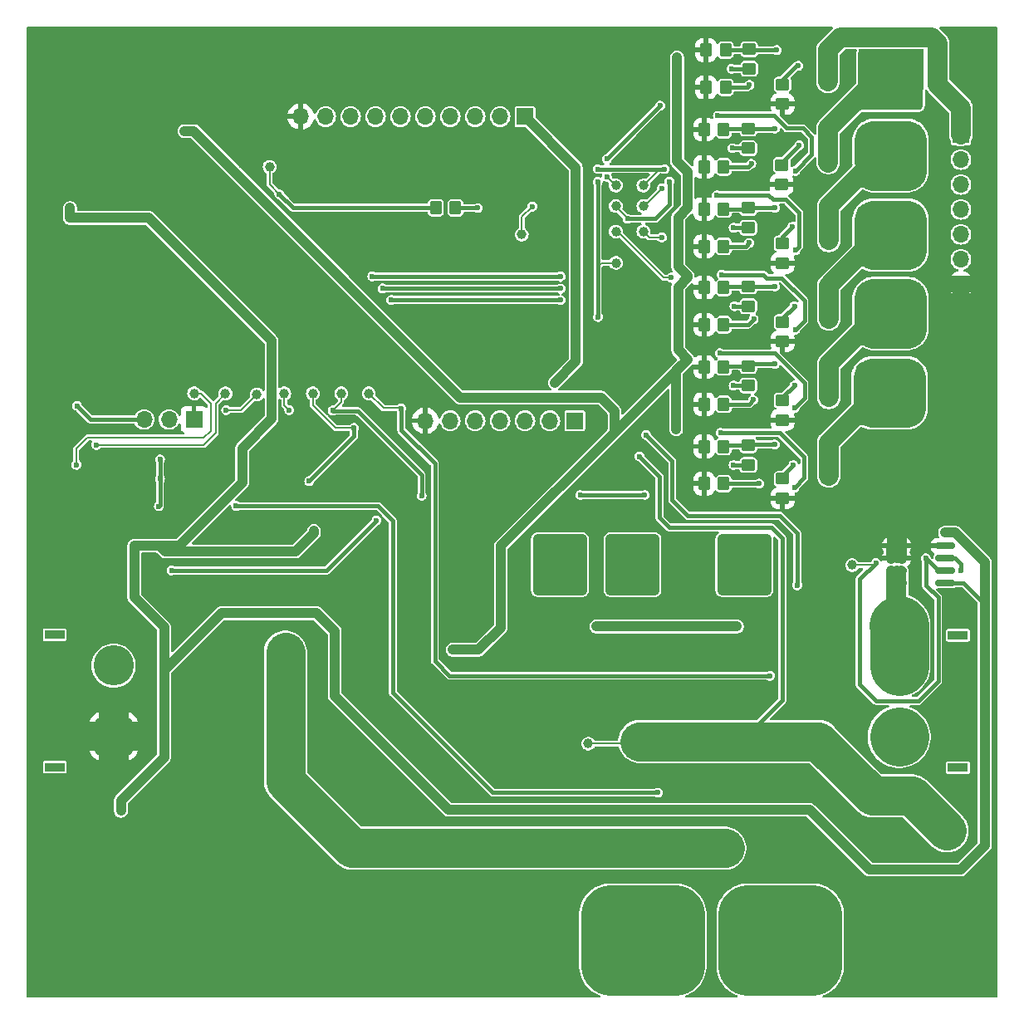
<source format=gbl>
%TF.GenerationSoftware,KiCad,Pcbnew,8.0.1*%
%TF.CreationDate,2024-05-10T21:49:13+02:00*%
%TF.ProjectId,Charger,43686172-6765-4722-9e6b-696361645f70,rev?*%
%TF.SameCoordinates,Original*%
%TF.FileFunction,Copper,L2,Bot*%
%TF.FilePolarity,Positive*%
%FSLAX46Y46*%
G04 Gerber Fmt 4.6, Leading zero omitted, Abs format (unit mm)*
G04 Created by KiCad (PCBNEW 8.0.1) date 2024-05-10 21:49:13*
%MOMM*%
%LPD*%
G01*
G04 APERTURE LIST*
G04 Aperture macros list*
%AMRoundRect*
0 Rectangle with rounded corners*
0 $1 Rounding radius*
0 $2 $3 $4 $5 $6 $7 $8 $9 X,Y pos of 4 corners*
0 Add a 4 corners polygon primitive as box body*
4,1,4,$2,$3,$4,$5,$6,$7,$8,$9,$2,$3,0*
0 Add four circle primitives for the rounded corners*
1,1,$1+$1,$2,$3*
1,1,$1+$1,$4,$5*
1,1,$1+$1,$6,$7*
1,1,$1+$1,$8,$9*
0 Add four rect primitives between the rounded corners*
20,1,$1+$1,$2,$3,$4,$5,0*
20,1,$1+$1,$4,$5,$6,$7,0*
20,1,$1+$1,$6,$7,$8,$9,0*
20,1,$1+$1,$8,$9,$2,$3,0*%
G04 Aperture macros list end*
%TA.AperFunction,ConnectorPad*%
%ADD10C,3.800000*%
%TD*%
%TA.AperFunction,ComponentPad*%
%ADD11C,2.600000*%
%TD*%
%TA.AperFunction,ComponentPad*%
%ADD12R,2.000000X0.900000*%
%TD*%
%TA.AperFunction,ComponentPad*%
%ADD13RoundRect,1.025000X-1.025000X1.025000X-1.025000X-1.025000X1.025000X-1.025000X1.025000X1.025000X0*%
%TD*%
%TA.AperFunction,ComponentPad*%
%ADD14C,4.100000*%
%TD*%
%TA.AperFunction,ComponentPad*%
%ADD15R,1.700000X1.700000*%
%TD*%
%TA.AperFunction,ComponentPad*%
%ADD16O,1.700000X1.700000*%
%TD*%
%TA.AperFunction,ComponentPad*%
%ADD17RoundRect,1.025000X1.025000X-1.025000X1.025000X1.025000X-1.025000X1.025000X-1.025000X-1.025000X0*%
%TD*%
%TA.AperFunction,SMDPad,CuDef*%
%ADD18RoundRect,0.250000X0.450000X-0.350000X0.450000X0.350000X-0.450000X0.350000X-0.450000X-0.350000X0*%
%TD*%
%TA.AperFunction,SMDPad,CuDef*%
%ADD19C,1.000000*%
%TD*%
%TA.AperFunction,SMDPad,CuDef*%
%ADD20RoundRect,0.250000X-0.350000X-0.450000X0.350000X-0.450000X0.350000X0.450000X-0.350000X0.450000X0*%
%TD*%
%TA.AperFunction,SMDPad,CuDef*%
%ADD21RoundRect,0.250000X0.350000X0.450000X-0.350000X0.450000X-0.350000X-0.450000X0.350000X-0.450000X0*%
%TD*%
%TA.AperFunction,SMDPad,CuDef*%
%ADD22RoundRect,0.150000X-0.825000X-0.150000X0.825000X-0.150000X0.825000X0.150000X-0.825000X0.150000X0*%
%TD*%
%TA.AperFunction,ViaPad*%
%ADD23C,0.600000*%
%TD*%
%TA.AperFunction,Conductor*%
%ADD24C,0.400000*%
%TD*%
%TA.AperFunction,Conductor*%
%ADD25C,1.000000*%
%TD*%
%TA.AperFunction,Conductor*%
%ADD26C,2.000000*%
%TD*%
%TA.AperFunction,Conductor*%
%ADD27C,4.000000*%
%TD*%
%TA.AperFunction,Conductor*%
%ADD28C,6.000000*%
%TD*%
%TA.AperFunction,Conductor*%
%ADD29C,0.200000*%
%TD*%
%ADD30C,0.300000*%
%ADD31C,0.350000*%
%ADD32O,1.700000X0.600000*%
G04 APERTURE END LIST*
D10*
%TO.P,REF\u002A\u002A,1*%
%TO.N,GND*%
X189500000Y-141400000D03*
D11*
%TO.P,REF\u002A\u002A,e*%
X189500000Y-141400000D03*
%TD*%
D12*
%TO.P,J2,*%
%TO.N,*%
X188475000Y-107450000D03*
X188475000Y-120950000D03*
D13*
%TO.P,J2,1,Pin_1*%
%TO.N,/Pomiar pradu/BAT-*%
X182475000Y-110600000D03*
D14*
%TO.P,J2,2,Pin_2*%
%TO.N,/Pomiar pradu/BAT+*%
X182475000Y-117800000D03*
%TD*%
D10*
%TO.P,REF\u002A\u002A,1*%
%TO.N,GND*%
X96000000Y-47900000D03*
D11*
%TO.P,REF\u002A\u002A,e*%
X96000000Y-47900000D03*
%TD*%
D10*
%TO.P,,1*%
%TO.N,GND*%
X189500000Y-141400000D03*
%TD*%
%TO.P,,1*%
%TO.N,GND*%
X96000000Y-47900000D03*
%TD*%
%TO.P,REF\u002A\u002A,1*%
%TO.N,GND*%
X96000000Y-141900000D03*
D11*
%TO.P,REF\u002A\u002A,e*%
X96000000Y-141900000D03*
%TD*%
D15*
%TO.P,J5,1,Pin_1*%
%TO.N,+3.3V*%
X149415000Y-85575000D03*
D16*
%TO.P,J5,2,Pin_2*%
%TO.N,GPIO15*%
X146875000Y-85575000D03*
%TO.P,J5,3,Pin_3*%
%TO.N,GPIO14*%
X144335000Y-85575000D03*
%TO.P,J5,4,Pin_4*%
%TO.N,GPIO13*%
X141795000Y-85575000D03*
%TO.P,J5,5,Pin_5*%
%TO.N,GPIO12*%
X139255000Y-85575000D03*
%TO.P,J5,6,Pin_6*%
%TO.N,GPIO11*%
X136715000Y-85575000D03*
%TO.P,J5,7,Pin_7*%
%TO.N,GND*%
X134175000Y-85575000D03*
%TD*%
D10*
%TO.P,,1*%
%TO.N,GND*%
X96000000Y-91900000D03*
%TD*%
D15*
%TO.P,J4,1,Pin_1*%
%TO.N,+3.3V*%
X144335000Y-54575000D03*
D16*
%TO.P,J4,2,Pin_2*%
%TO.N,GPIO16*%
X141795000Y-54575000D03*
%TO.P,J4,3,Pin_3*%
%TO.N,GPIO17*%
X139255000Y-54575000D03*
%TO.P,J4,4,Pin_4*%
%TO.N,GPIO18*%
X136715000Y-54575000D03*
%TO.P,J4,5,Pin_5*%
%TO.N,GPIO19*%
X134175000Y-54575000D03*
%TO.P,J4,6,Pin_6*%
%TO.N,GPIO20*%
X131635000Y-54575000D03*
%TO.P,J4,7,Pin_7*%
%TO.N,GPIO21*%
X129095000Y-54575000D03*
%TO.P,J4,8,Pin_8*%
%TO.N,GPIO22*%
X126555000Y-54575000D03*
%TO.P,J4,9,Pin_9*%
%TO.N,unconnected-(J4-Pin_9-Pad9)*%
X124015000Y-54575000D03*
%TO.P,J4,10,Pin_10*%
%TO.N,GND*%
X121475000Y-54575000D03*
%TD*%
D10*
%TO.P,REF\u002A\u002A,1*%
%TO.N,GND*%
X189500000Y-89900000D03*
D11*
%TO.P,REF\u002A\u002A,e*%
X189500000Y-89900000D03*
%TD*%
D10*
%TO.P,REF\u002A\u002A,1*%
%TO.N,GND*%
X96000000Y-91900000D03*
D11*
%TO.P,REF\u002A\u002A,e*%
X96000000Y-91900000D03*
%TD*%
D15*
%TO.P,J8,1,Pin_1*%
%TO.N,GND*%
X110585000Y-85450000D03*
D16*
%TO.P,J8,2,Pin_2*%
%TO.N,GPIO4*%
X108045000Y-85450000D03*
%TO.P,J8,3,Pin_3*%
%TO.N,+3.3V*%
X105505000Y-85450000D03*
%TD*%
D10*
%TO.P,,1*%
%TO.N,GND*%
X189500000Y-89900000D03*
%TD*%
D15*
%TO.P,J1,1,Pin_1*%
%TO.N,/Balanser/B6*%
X188775000Y-56425000D03*
D16*
%TO.P,J1,2,Pin_2*%
%TO.N,/Balanser/B5*%
X188775000Y-58965000D03*
%TO.P,J1,3,Pin_3*%
%TO.N,/Balanser/B4*%
X188775000Y-61505000D03*
%TO.P,J1,4,Pin_4*%
%TO.N,/Balanser/B3*%
X188775000Y-64045000D03*
%TO.P,J1,5,Pin_5*%
%TO.N,/Balanser/B2*%
X188775000Y-66585000D03*
%TO.P,J1,6,Pin_6*%
%TO.N,/Balanser/B1*%
X188775000Y-69125000D03*
%TO.P,J1,7,Pin_7*%
%TO.N,GND*%
X188775000Y-71665000D03*
%TD*%
D10*
%TO.P,REF\u002A\u002A,1*%
%TO.N,GND*%
X190000000Y-47900000D03*
D11*
%TO.P,REF\u002A\u002A,e*%
X190000000Y-47900000D03*
%TD*%
D12*
%TO.P,J3,*%
%TO.N,*%
X96400000Y-120900000D03*
X96400000Y-107400000D03*
D17*
%TO.P,J3,1,Pin_1*%
%TO.N,GND*%
X102400000Y-117750000D03*
D14*
%TO.P,J3,2,Pin_2*%
%TO.N,Net-(J3-Pin_2)*%
X102400000Y-110550000D03*
%TD*%
D10*
%TO.P,,1*%
%TO.N,GND*%
X96000000Y-141900000D03*
%TD*%
D18*
%TO.P,R13,1*%
%TO.N,Net-(R13-Pad1)*%
X167200000Y-49700000D03*
%TO.P,R13,2*%
%TO.N,Net-(Q1-B)*%
X167200000Y-47700000D03*
%TD*%
D19*
%TO.P,HALL,1*%
%TO.N,/Ladowarka/Hall*%
X144000000Y-66600000D03*
%TD*%
D20*
%TO.P,R39,1*%
%TO.N,GND*%
X162600000Y-88200000D03*
%TO.P,R39,2*%
%TO.N,Net-(Q9-B)*%
X164600000Y-88200000D03*
%TD*%
D19*
%TO.P,CHARGER_SET_V,1*%
%TO.N,/Ladowarka/Set V*%
X113800000Y-82800000D03*
%TD*%
D18*
%TO.P,R42,1*%
%TO.N,GND*%
X170600000Y-93500000D03*
%TO.P,R42,2*%
%TO.N,Net-(Q9-E)*%
X170600000Y-91500000D03*
%TD*%
D19*
%TO.P,VB1,1*%
%TO.N,/Balanser/V_bat_1*%
X156400000Y-66300000D03*
%TD*%
%TO.P,HALL,1*%
%TO.N,Net-(U12-VIOUT)*%
X177700000Y-100300000D03*
%TD*%
%TO.P,VB5,1*%
%TO.N,/Balanser/V_bat_5*%
X156400000Y-61600000D03*
%TD*%
D20*
%TO.P,R38,1*%
%TO.N,GND*%
X162600000Y-80100000D03*
%TO.P,R38,2*%
%TO.N,Net-(Q8-B)*%
X164600000Y-80100000D03*
%TD*%
%TO.P,R17,1*%
%TO.N,GND*%
X162600000Y-55900000D03*
%TO.P,R17,2*%
%TO.N,Net-(Q2-B)*%
X164600000Y-55900000D03*
%TD*%
%TO.P,R74,1*%
%TO.N,ADC_0*%
X135250000Y-63875000D03*
%TO.P,R74,2*%
%TO.N,Net-(U24-X)*%
X137250000Y-63875000D03*
%TD*%
D18*
%TO.P,R35,1*%
%TO.N,Net-(R35-Pad1)*%
X167100000Y-82000000D03*
%TO.P,R35,2*%
%TO.N,Net-(Q8-B)*%
X167100000Y-80000000D03*
%TD*%
%TO.P,R34,1*%
%TO.N,Net-(R34-Pad1)*%
X167100000Y-73900000D03*
%TO.P,R34,2*%
%TO.N,Net-(Q7-B)*%
X167100000Y-71900000D03*
%TD*%
%TO.P,R20,1*%
%TO.N,GND*%
X170500000Y-61500000D03*
%TO.P,R20,2*%
%TO.N,Net-(Q2-E)*%
X170500000Y-59500000D03*
%TD*%
%TO.P,R15,1*%
%TO.N,Net-(R15-Pad1)*%
X167100000Y-65900000D03*
%TO.P,R15,2*%
%TO.N,Net-(Q3-B)*%
X167100000Y-63900000D03*
%TD*%
%TO.P,R36,1*%
%TO.N,Net-(R36-Pad1)*%
X167100000Y-90100000D03*
%TO.P,R36,2*%
%TO.N,Net-(Q9-B)*%
X167100000Y-88100000D03*
%TD*%
%TO.P,R14,1*%
%TO.N,Net-(R14-Pad1)*%
X167100000Y-57800000D03*
%TO.P,R14,2*%
%TO.N,Net-(Q2-B)*%
X167100000Y-55800000D03*
%TD*%
%TO.P,R40,1*%
%TO.N,GND*%
X170600000Y-77500000D03*
%TO.P,R40,2*%
%TO.N,Net-(Q7-E)*%
X170600000Y-75500000D03*
%TD*%
D21*
%TO.P,R7,1*%
%TO.N,Net-(U1A-+)*%
X164800000Y-51600000D03*
%TO.P,R7,2*%
%TO.N,GND*%
X162800000Y-51600000D03*
%TD*%
%TO.P,R8,1*%
%TO.N,Net-(U2A-+)*%
X164600000Y-59700000D03*
%TO.P,R8,2*%
%TO.N,GND*%
X162600000Y-59700000D03*
%TD*%
%TO.P,R9,1*%
%TO.N,Net-(U3A-+)*%
X164600000Y-67800000D03*
%TO.P,R9,2*%
%TO.N,GND*%
X162600000Y-67800000D03*
%TD*%
D19*
%TO.P,CHARGER_SET_I,1*%
%TO.N,/Ladowarka/Set I*%
X117000000Y-82900000D03*
%TD*%
%TO.P,VB6,1*%
%TO.N,/Balanser/V_bat_6*%
X153600000Y-61600000D03*
%TD*%
%TO.P,BATTERY_EN,1*%
%TO.N,GPIO10*%
X128400000Y-82800000D03*
%TD*%
D18*
%TO.P,R21,1*%
%TO.N,GND*%
X170600000Y-69500000D03*
%TO.P,R21,2*%
%TO.N,Net-(Q3-E)*%
X170600000Y-67500000D03*
%TD*%
D19*
%TO.P,VOUT,1*%
%TO.N,/Ladowarka/V_OUT (ADC)*%
X153600000Y-69500000D03*
%TD*%
%TO.P,BALL_SET_V,1*%
%TO.N,/Balanser/Vballans*%
X119800000Y-82800000D03*
%TD*%
D22*
%TO.P,U7,1,IP+*%
%TO.N,/Pomiar pradu/BAT-*%
X182225000Y-102155000D03*
%TO.P,U7,2,IP+*%
X182225000Y-100885000D03*
%TO.P,U7,3,IP-*%
%TO.N,GND*%
X182225000Y-99615000D03*
%TO.P,U7,4,IP-*%
X182225000Y-98345000D03*
%TO.P,U7,5,GND*%
X187175000Y-98345000D03*
%TO.P,U7,6,FILTER*%
%TO.N,Net-(U12-FILTER)*%
X187175000Y-99615000D03*
%TO.P,U7,7,VIOUT*%
%TO.N,Net-(U12-VIOUT)*%
X187175000Y-100885000D03*
%TO.P,U7,8,VCC*%
%TO.N,+5V*%
X187175000Y-102155000D03*
%TD*%
D21*
%TO.P,R28,1*%
%TO.N,Net-(U4A-+)*%
X164600000Y-75800000D03*
%TO.P,R28,2*%
%TO.N,GND*%
X162600000Y-75800000D03*
%TD*%
D19*
%TO.P,\u002ACHARGER_EN,1*%
%TO.N,GPIO2*%
X110600000Y-82800000D03*
%TD*%
%TO.P,VB2,1*%
%TO.N,/Balanser/V_bat_2*%
X153600000Y-66300000D03*
%TD*%
D20*
%TO.P,R16,1*%
%TO.N,GND*%
X162800000Y-47800000D03*
%TO.P,R16,2*%
%TO.N,Net-(Q1-B)*%
X164800000Y-47800000D03*
%TD*%
%TO.P,R37,1*%
%TO.N,GND*%
X162600000Y-72000000D03*
%TO.P,R37,2*%
%TO.N,Net-(Q7-B)*%
X164600000Y-72000000D03*
%TD*%
D19*
%TO.P,VB3,1*%
%TO.N,/Balanser/V_bat_3*%
X156400000Y-63700000D03*
%TD*%
%TO.P,ADC,1*%
%TO.N,ADC_0*%
X118300000Y-59700000D03*
%TD*%
D18*
%TO.P,R41,1*%
%TO.N,GND*%
X170600000Y-85500000D03*
%TO.P,R41,2*%
%TO.N,Net-(Q8-E)*%
X170600000Y-83500000D03*
%TD*%
D19*
%TO.P,VOUT,1*%
%TO.N,/Ladowarka/Vout*%
X150800000Y-118500000D03*
%TD*%
D21*
%TO.P,R29,1*%
%TO.N,Net-(U5A-+)*%
X164600000Y-83900000D03*
%TO.P,R29,2*%
%TO.N,GND*%
X162600000Y-83900000D03*
%TD*%
D19*
%TO.P,VB4,1*%
%TO.N,/Balanser/V_bat_4*%
X153600000Y-63700000D03*
%TD*%
D18*
%TO.P,R19,1*%
%TO.N,GND*%
X170600000Y-53300000D03*
%TO.P,R19,2*%
%TO.N,Net-(Q1-E)*%
X170600000Y-51300000D03*
%TD*%
D19*
%TO.P,LOAD_SET_I,1*%
%TO.N,/MCU/LOAD_SetI*%
X122700000Y-82800000D03*
%TD*%
%TO.P,LOAD_EN,1*%
%TO.N,GPIO8*%
X125600000Y-82800000D03*
%TD*%
D20*
%TO.P,R18,1*%
%TO.N,GND*%
X162600000Y-64000000D03*
%TO.P,R18,2*%
%TO.N,Net-(Q3-B)*%
X164600000Y-64000000D03*
%TD*%
D21*
%TO.P,R30,1*%
%TO.N,Net-(U6A-+)*%
X164600000Y-92000000D03*
%TO.P,R30,2*%
%TO.N,GND*%
X162600000Y-92000000D03*
%TD*%
D23*
%TO.N,GND*%
X184400000Y-93400000D03*
X183000000Y-129900000D03*
X182200000Y-90300000D03*
X136250000Y-134350000D03*
X105550000Y-141050000D03*
X188000000Y-114900000D03*
X95500000Y-52400000D03*
X108950000Y-134750000D03*
X108950000Y-137950000D03*
X118000000Y-89900000D03*
X180500000Y-127400000D03*
X168900000Y-51350000D03*
X148000000Y-74900000D03*
X130750000Y-139550000D03*
X188000000Y-87400000D03*
X181100000Y-92300000D03*
X184400000Y-88200000D03*
X108950000Y-140050000D03*
X105550000Y-137950000D03*
X127450000Y-141750000D03*
X107850000Y-140050000D03*
X134050000Y-138550000D03*
X108950000Y-139050000D03*
X178800000Y-89200000D03*
X132950000Y-136450000D03*
X173900000Y-94625000D03*
X140500000Y-92400000D03*
X178800000Y-92300000D03*
X102350000Y-137950000D03*
X100500000Y-104900000D03*
X168775000Y-59500000D03*
X107850000Y-139050000D03*
X125500000Y-67400000D03*
X131950000Y-134350000D03*
X110500000Y-124900000D03*
X129650000Y-140650000D03*
X140500000Y-114900000D03*
X188000000Y-82400000D03*
X179900000Y-93400000D03*
X100500000Y-52400000D03*
X182200000Y-88200000D03*
X115500000Y-124900000D03*
X135150000Y-134350000D03*
X110500000Y-104900000D03*
X132950000Y-141750000D03*
X134050000Y-140650000D03*
X129650000Y-137450000D03*
X190500000Y-92400000D03*
X140500000Y-52400000D03*
X115500000Y-139900000D03*
X123000000Y-139900000D03*
X102350000Y-141050000D03*
X125500000Y-52400000D03*
X132950000Y-139550000D03*
X150500000Y-87400000D03*
X173000000Y-122400000D03*
X127450000Y-137450000D03*
X128550000Y-137450000D03*
X131950000Y-139550000D03*
X107850000Y-136950000D03*
X129650000Y-135450000D03*
X107850000Y-135850000D03*
X130500000Y-62400000D03*
X100500000Y-72400000D03*
X182200000Y-92300000D03*
X105500000Y-67400000D03*
X127450000Y-139550000D03*
X110050000Y-141050000D03*
X103450000Y-137950000D03*
X188000000Y-109900000D03*
X136250000Y-136450000D03*
X102350000Y-139050000D03*
X105500000Y-62400000D03*
X127450000Y-138550000D03*
X123000000Y-107400000D03*
X129650000Y-134350000D03*
X140500000Y-67400000D03*
X130750000Y-141750000D03*
X132950000Y-138550000D03*
X113000000Y-117400000D03*
X178000000Y-127400000D03*
X136250000Y-138550000D03*
X107850000Y-141050000D03*
X129650000Y-141750000D03*
X103000000Y-74900000D03*
X188000000Y-137400000D03*
X104550000Y-139050000D03*
X104550000Y-136950000D03*
X123000000Y-134900000D03*
X135500000Y-47400000D03*
X103450000Y-136950000D03*
X181100000Y-89200000D03*
X175500000Y-97400000D03*
X176150000Y-107000000D03*
X181100000Y-90300000D03*
X135500000Y-52400000D03*
X104550000Y-137950000D03*
X129650000Y-136450000D03*
X131950000Y-140650000D03*
X108950000Y-136950000D03*
X130750000Y-135450000D03*
X110050000Y-140050000D03*
X190500000Y-82400000D03*
X140500000Y-87400000D03*
X110050000Y-136950000D03*
X134050000Y-139550000D03*
X105550000Y-140050000D03*
X132950000Y-135450000D03*
X184400000Y-90300000D03*
X117934911Y-92399999D03*
X182200000Y-93400000D03*
X130500000Y-67400000D03*
X181100000Y-88200000D03*
X135500000Y-62400000D03*
X106750000Y-140050000D03*
X104550000Y-141050000D03*
X104550000Y-134750000D03*
X105550000Y-136950000D03*
X103450000Y-140050000D03*
X179900000Y-91300000D03*
X104550000Y-142150000D03*
X107850000Y-134750000D03*
X130500000Y-52400000D03*
X140500000Y-62400000D03*
X115500000Y-97400000D03*
X107850000Y-137950000D03*
X183300000Y-91300000D03*
X190500000Y-87400000D03*
X183300000Y-88200000D03*
X113000000Y-122400000D03*
X118000000Y-74900000D03*
X100500000Y-67400000D03*
X102350000Y-135850000D03*
X181100000Y-91300000D03*
X184400000Y-91300000D03*
X102350000Y-134750000D03*
X132950000Y-137450000D03*
X133000000Y-74900000D03*
X104550000Y-135850000D03*
X120500000Y-62400000D03*
X127450000Y-140650000D03*
X95500000Y-109900000D03*
X105500000Y-72400000D03*
X110050000Y-142150000D03*
X131950000Y-136450000D03*
X127450000Y-135450000D03*
X175150000Y-107000000D03*
X188000000Y-74900000D03*
X128550000Y-141750000D03*
X130750000Y-134350000D03*
X95500000Y-124900000D03*
X115500000Y-134900000D03*
X134050000Y-134350000D03*
X106750000Y-137950000D03*
X135150000Y-136450000D03*
X132950000Y-134350000D03*
X135150000Y-138550000D03*
X110050000Y-139050000D03*
X107850000Y-142150000D03*
X155500000Y-47400000D03*
X125500000Y-47400000D03*
X183300000Y-90300000D03*
X106750000Y-134750000D03*
X95500000Y-72400000D03*
X134050000Y-135450000D03*
X103450000Y-135850000D03*
X136250000Y-141750000D03*
X125500000Y-62400000D03*
X128550000Y-139550000D03*
X103450000Y-134750000D03*
X101250000Y-134750000D03*
X129650000Y-139550000D03*
X136250000Y-139550000D03*
X182200000Y-91300000D03*
X108950000Y-142150000D03*
X130500000Y-47400000D03*
X140500000Y-74900000D03*
X188000000Y-117400000D03*
X131950000Y-141750000D03*
X101250000Y-140050000D03*
X100500000Y-47400000D03*
X110500000Y-92400000D03*
X101250000Y-137950000D03*
X183300000Y-92300000D03*
X102350000Y-142150000D03*
X140500000Y-119900000D03*
X102350000Y-140050000D03*
X95500000Y-104900000D03*
X110050000Y-134750000D03*
X101250000Y-142150000D03*
X176150000Y-108000000D03*
X181100000Y-93400000D03*
X106750000Y-142150000D03*
X168800000Y-83800000D03*
X178800000Y-88200000D03*
X98575000Y-97125000D03*
X135150000Y-137450000D03*
X178800000Y-90300000D03*
X100500000Y-124900000D03*
X95500000Y-57400000D03*
X120500000Y-47400000D03*
X115500000Y-67400000D03*
X168825000Y-67650000D03*
X175150000Y-108000000D03*
X95500000Y-114900000D03*
X110050000Y-135850000D03*
X140500000Y-47400000D03*
X127450000Y-134350000D03*
X145500000Y-92400000D03*
X129650000Y-138550000D03*
X123000000Y-112400000D03*
X164200000Y-81950000D03*
X120500000Y-92400000D03*
X150500000Y-57400000D03*
X95500000Y-134900000D03*
X100500000Y-62400000D03*
X164375000Y-73850000D03*
X101250000Y-136950000D03*
X130750000Y-136450000D03*
X183300000Y-93400000D03*
X101250000Y-139050000D03*
X101250000Y-141050000D03*
X175500000Y-124900000D03*
X130750000Y-138550000D03*
X135500000Y-67400000D03*
X150500000Y-109900000D03*
X120500000Y-89900000D03*
X131950000Y-135450000D03*
X188000000Y-92400000D03*
X184400000Y-89200000D03*
X135150000Y-135450000D03*
X95500000Y-62400000D03*
X134050000Y-136450000D03*
X108950000Y-141050000D03*
X127450000Y-136450000D03*
X183000000Y-134900000D03*
X135150000Y-140650000D03*
X125500000Y-74900000D03*
X135500000Y-87400000D03*
X183300000Y-89200000D03*
X164250000Y-65825000D03*
X107850000Y-97025000D03*
X102350000Y-136950000D03*
X150500000Y-47400000D03*
X96400000Y-98425000D03*
X179900000Y-89200000D03*
X145500000Y-87400000D03*
X135500000Y-114900000D03*
X105550000Y-139050000D03*
X155500000Y-52400000D03*
X188000000Y-112400000D03*
X182200000Y-89200000D03*
X106750000Y-141050000D03*
X179900000Y-92300000D03*
X135150000Y-141750000D03*
X120500000Y-52400000D03*
X106750000Y-139050000D03*
X103450000Y-139050000D03*
X132950000Y-140650000D03*
X131950000Y-138550000D03*
X103450000Y-142150000D03*
X128550000Y-136450000D03*
X134050000Y-141750000D03*
X179900000Y-90300000D03*
X136250000Y-137450000D03*
X110500000Y-72400000D03*
X178800000Y-93400000D03*
X128550000Y-134350000D03*
X136250000Y-135450000D03*
X110050000Y-137950000D03*
X130750000Y-137450000D03*
X131950000Y-137450000D03*
X184400000Y-92300000D03*
X105550000Y-142150000D03*
X106750000Y-136950000D03*
X188000000Y-134900000D03*
X150500000Y-52400000D03*
X135150000Y-139550000D03*
X145500000Y-52400000D03*
X130750000Y-140650000D03*
X128550000Y-140650000D03*
X105500000Y-89900000D03*
X128550000Y-138550000D03*
X140500000Y-134900000D03*
X178800000Y-91300000D03*
X136250000Y-140650000D03*
X105550000Y-134750000D03*
X128550000Y-135450000D03*
X101250000Y-135850000D03*
X103450000Y-141050000D03*
X185500000Y-134900000D03*
X95500000Y-67400000D03*
X145500000Y-47400000D03*
X179900000Y-88200000D03*
X134050000Y-137450000D03*
X105550000Y-135850000D03*
X164125000Y-90050000D03*
X104550000Y-140050000D03*
X168800000Y-75700000D03*
X175650000Y-107500000D03*
X106750000Y-135850000D03*
X108950000Y-135850000D03*
%TO.N,+12V*%
X109600000Y-56050000D03*
X138025000Y-108925000D03*
X160900000Y-79325000D03*
X160900000Y-61600000D03*
X110575000Y-56050000D03*
X160900000Y-70925000D03*
X136975000Y-108925000D03*
X159750000Y-86450000D03*
X159850000Y-48550000D03*
X159850000Y-57750000D03*
%TO.N,Net-(U12-FILTER)*%
X188750000Y-100890000D03*
%TO.N,+5V*%
X97950000Y-64900000D03*
X187150000Y-97002500D03*
X97955000Y-63900000D03*
X103135000Y-125350000D03*
X122825000Y-96800000D03*
X103150000Y-124275000D03*
X156687500Y-87037500D03*
X172087500Y-102350000D03*
X107072500Y-98327500D03*
%TO.N,+36V*%
X119400000Y-111600000D03*
X164200000Y-128575000D03*
X164875000Y-129325000D03*
X137150000Y-129750000D03*
X164875000Y-128575000D03*
X164875000Y-130075000D03*
X137150000Y-128250000D03*
X150875000Y-128400000D03*
X119900000Y-109175000D03*
X150875000Y-129900000D03*
X150200000Y-128400000D03*
X137825000Y-129750000D03*
X119400000Y-109675000D03*
X137825000Y-129000000D03*
X164200000Y-129325000D03*
X119400000Y-110600000D03*
X120400000Y-108675000D03*
X137150000Y-129000000D03*
X150875000Y-129150000D03*
X120400000Y-109675000D03*
X164200000Y-130075000D03*
X119900000Y-111100000D03*
X150200000Y-129900000D03*
X120400000Y-110600000D03*
X120400000Y-111600000D03*
X137825000Y-128250000D03*
X119400000Y-108675000D03*
X150200000Y-129150000D03*
%TO.N,/Balanser/B5*%
X183300000Y-50300000D03*
X181000000Y-52400000D03*
X184400000Y-51300000D03*
X174750000Y-58750000D03*
X181000000Y-51300000D03*
X182100000Y-52400000D03*
X179900000Y-52400000D03*
X181000000Y-53400000D03*
X183300000Y-49300000D03*
X178800000Y-50300000D03*
X179900000Y-48200000D03*
X184400000Y-48200000D03*
X174750000Y-59750000D03*
X179900000Y-51300000D03*
X179900000Y-49300000D03*
X183300000Y-48200000D03*
X182100000Y-50300000D03*
X182100000Y-53400000D03*
X179900000Y-53400000D03*
X182100000Y-48200000D03*
X184400000Y-49300000D03*
X178800000Y-51300000D03*
X178800000Y-48200000D03*
X178800000Y-49300000D03*
X178800000Y-52400000D03*
X178800000Y-53400000D03*
X183300000Y-53400000D03*
X175250000Y-59250000D03*
X181000000Y-49300000D03*
X182100000Y-51300000D03*
X175750000Y-58750000D03*
X184400000Y-53400000D03*
X175750000Y-59750000D03*
X181000000Y-50300000D03*
X179900000Y-50300000D03*
X182100000Y-49300000D03*
X183300000Y-51300000D03*
X184400000Y-52400000D03*
X181000000Y-48200000D03*
X183300000Y-52400000D03*
X184400000Y-50300000D03*
%TO.N,/Balanser/B3*%
X182200000Y-69300000D03*
X183300000Y-66200000D03*
X181100000Y-65100000D03*
X184400000Y-69300000D03*
X178800000Y-66200000D03*
X183300000Y-68200000D03*
X184400000Y-67200000D03*
X178800000Y-65100000D03*
X183300000Y-67200000D03*
X178800000Y-69300000D03*
X183300000Y-69300000D03*
X184400000Y-64100000D03*
X178800000Y-68200000D03*
X174800000Y-74700000D03*
X184400000Y-68200000D03*
X178800000Y-64100000D03*
X179900000Y-66200000D03*
X181100000Y-69300000D03*
X183300000Y-65100000D03*
X179900000Y-67200000D03*
X182200000Y-68200000D03*
X182200000Y-64100000D03*
X184400000Y-66200000D03*
X182200000Y-65100000D03*
X181100000Y-68200000D03*
X182200000Y-66200000D03*
X175800000Y-75700000D03*
X174800000Y-75700000D03*
X179900000Y-65100000D03*
X179900000Y-69300000D03*
X179900000Y-68200000D03*
X178800000Y-67200000D03*
X179900000Y-64100000D03*
X181100000Y-66200000D03*
X184400000Y-65100000D03*
X175300000Y-75200000D03*
X181100000Y-67200000D03*
X181100000Y-64100000D03*
X183300000Y-64100000D03*
X182200000Y-67200000D03*
X175800000Y-74700000D03*
%TO.N,/Balanser/B1*%
X174800000Y-90700000D03*
X183200000Y-82300000D03*
X178700000Y-80200000D03*
X181000000Y-80200000D03*
X178700000Y-82300000D03*
X181000000Y-82300000D03*
X182100000Y-80200000D03*
X184300000Y-84300000D03*
X182100000Y-85400000D03*
X175800000Y-90700000D03*
X178700000Y-83300000D03*
X184300000Y-83300000D03*
X183200000Y-85400000D03*
X182100000Y-84300000D03*
X175300000Y-91200000D03*
X181000000Y-85400000D03*
X179800000Y-84300000D03*
X183200000Y-80200000D03*
X178700000Y-81200000D03*
X181000000Y-83300000D03*
X184300000Y-85400000D03*
X178700000Y-84300000D03*
X184300000Y-82300000D03*
X182100000Y-83300000D03*
X179800000Y-81200000D03*
X184300000Y-81200000D03*
X179800000Y-85400000D03*
X183200000Y-81200000D03*
X179800000Y-82300000D03*
X182100000Y-81200000D03*
X182100000Y-82300000D03*
X174800000Y-91700000D03*
X181000000Y-81200000D03*
X183200000Y-84300000D03*
X183200000Y-83300000D03*
X179800000Y-80200000D03*
X179800000Y-83300000D03*
X178700000Y-85400000D03*
X175800000Y-91700000D03*
X184300000Y-80200000D03*
X181000000Y-84300000D03*
%TO.N,/Balanser/B6*%
X174750000Y-51500000D03*
X175250000Y-51000000D03*
X174750000Y-50500000D03*
X175750000Y-51500000D03*
X175750000Y-50500000D03*
%TO.N,/Balanser/B4*%
X182200000Y-59100000D03*
X181100000Y-59100000D03*
X183300000Y-61200000D03*
X183300000Y-59100000D03*
X184400000Y-58100000D03*
X182200000Y-58100000D03*
X184400000Y-60100000D03*
X179900000Y-60100000D03*
X178800000Y-60100000D03*
X174800000Y-66700000D03*
X183300000Y-58100000D03*
X179900000Y-56000000D03*
X182200000Y-60100000D03*
X179900000Y-61200000D03*
X175800000Y-67700000D03*
X181100000Y-60100000D03*
X182200000Y-57000000D03*
X181100000Y-57000000D03*
X181100000Y-61200000D03*
X178800000Y-56000000D03*
X182200000Y-56000000D03*
X175800000Y-66700000D03*
X174800000Y-67700000D03*
X184400000Y-61200000D03*
X175300000Y-67200000D03*
X184400000Y-57000000D03*
X178800000Y-57000000D03*
X183300000Y-57000000D03*
X179900000Y-59100000D03*
X179900000Y-58100000D03*
X178800000Y-61200000D03*
X184400000Y-56000000D03*
X181100000Y-56000000D03*
X178800000Y-58100000D03*
X183300000Y-56000000D03*
X178800000Y-59100000D03*
X181100000Y-58100000D03*
X182200000Y-61200000D03*
X179900000Y-57000000D03*
X183300000Y-60100000D03*
X184400000Y-59100000D03*
%TO.N,/Balanser/B2*%
X179900000Y-76200000D03*
X178800000Y-73100000D03*
X184400000Y-73100000D03*
X181100000Y-75200000D03*
X182200000Y-72100000D03*
X181100000Y-77300000D03*
X175300000Y-83200000D03*
X178800000Y-76200000D03*
X184400000Y-76200000D03*
X183300000Y-77300000D03*
X179900000Y-74200000D03*
X178800000Y-77300000D03*
X183300000Y-72100000D03*
X178800000Y-75200000D03*
X184400000Y-77300000D03*
X178800000Y-74200000D03*
X179900000Y-72100000D03*
X178800000Y-72100000D03*
X183300000Y-73100000D03*
X175800000Y-83700000D03*
X182200000Y-74200000D03*
X184400000Y-72100000D03*
X183300000Y-76200000D03*
X182200000Y-75200000D03*
X182200000Y-77300000D03*
X179900000Y-75200000D03*
X174800000Y-83700000D03*
X183300000Y-75200000D03*
X175800000Y-82700000D03*
X181100000Y-76200000D03*
X184400000Y-74200000D03*
X181100000Y-74200000D03*
X181100000Y-73100000D03*
X182200000Y-76200000D03*
X183300000Y-74200000D03*
X174800000Y-82700000D03*
X181100000Y-72100000D03*
X179900000Y-77300000D03*
X182200000Y-73100000D03*
X179900000Y-73100000D03*
X184400000Y-75200000D03*
%TO.N,Net-(Q1-E)*%
X172200000Y-49400000D03*
%TO.N,Net-(Q1-B)*%
X170000000Y-47800000D03*
%TO.N,Net-(Q2-B)*%
X169800000Y-55800000D03*
%TO.N,Net-(Q2-E)*%
X172300000Y-57500000D03*
%TO.N,Net-(Q3-B)*%
X169800000Y-63900000D03*
%TO.N,Net-(Q3-E)*%
X171600000Y-65800000D03*
%TO.N,Net-(Q7-E)*%
X171800000Y-73900000D03*
%TO.N,Net-(Q7-B)*%
X169800000Y-71900000D03*
%TO.N,Net-(Q8-B)*%
X169800000Y-79800000D03*
%TO.N,Net-(Q8-E)*%
X171800000Y-82000000D03*
%TO.N,Net-(Q9-B)*%
X169800000Y-88000000D03*
%TO.N,Net-(Q9-E)*%
X171700000Y-90100000D03*
%TO.N,Net-(Q14-E)*%
X165950000Y-106550000D03*
X151625000Y-106550000D03*
%TO.N,/Sztuczne_obciazenie/B+*%
X165650000Y-97650000D03*
X164450000Y-98650000D03*
X157550000Y-97650000D03*
X147950000Y-97650000D03*
X168950000Y-97650000D03*
X146850000Y-101750000D03*
X164450000Y-99750000D03*
X156450000Y-101750000D03*
X154250000Y-99750000D03*
X145650000Y-100750000D03*
X150150000Y-101750000D03*
X164450000Y-100750000D03*
X165650000Y-99750000D03*
X166750000Y-102850000D03*
X168950000Y-102850000D03*
X154250000Y-97650000D03*
X167850000Y-100750000D03*
X156450000Y-100750000D03*
X157550000Y-99750000D03*
X157550000Y-101750000D03*
X154250000Y-101750000D03*
X166750000Y-99750000D03*
X145650000Y-99750000D03*
X166750000Y-101750000D03*
X168950000Y-101750000D03*
X154250000Y-102850000D03*
X156450000Y-102850000D03*
X145650000Y-101750000D03*
X156450000Y-97650000D03*
X167850000Y-101750000D03*
X154250000Y-100750000D03*
X167850000Y-99750000D03*
X157550000Y-98650000D03*
X164450000Y-97650000D03*
X149050000Y-99750000D03*
X164450000Y-101750000D03*
X155350000Y-97650000D03*
X146850000Y-100750000D03*
X167850000Y-102850000D03*
X149050000Y-98650000D03*
X146850000Y-98650000D03*
X145650000Y-102850000D03*
X147950000Y-100750000D03*
X168950000Y-99750000D03*
X149050000Y-101750000D03*
X155350000Y-98650000D03*
X150150000Y-100750000D03*
X150150000Y-99750000D03*
X168950000Y-98650000D03*
X153050000Y-102850000D03*
X156450000Y-98650000D03*
X149050000Y-102850000D03*
X167850000Y-98650000D03*
X147950000Y-98650000D03*
X157550000Y-102850000D03*
X146850000Y-99750000D03*
X149050000Y-97650000D03*
X165650000Y-100750000D03*
X147950000Y-99750000D03*
X153050000Y-98650000D03*
X145650000Y-98650000D03*
X153050000Y-101750000D03*
X165650000Y-98650000D03*
X149050000Y-100750000D03*
X154250000Y-98650000D03*
X150150000Y-98650000D03*
X166750000Y-97650000D03*
X147950000Y-101750000D03*
X145650000Y-97650000D03*
X165650000Y-102850000D03*
X156450000Y-99750000D03*
X155350000Y-101750000D03*
X168950000Y-100750000D03*
X165650000Y-101750000D03*
X166750000Y-98650000D03*
X150150000Y-102850000D03*
X157550000Y-100750000D03*
X155350000Y-102850000D03*
X146850000Y-97650000D03*
X146850000Y-102850000D03*
X150150000Y-97650000D03*
X164450000Y-102850000D03*
X155350000Y-100750000D03*
X153050000Y-100750000D03*
X147950000Y-102850000D03*
X153050000Y-97650000D03*
X155350000Y-99750000D03*
X167850000Y-97650000D03*
X166750000Y-100750000D03*
X153050000Y-99750000D03*
%TO.N,Net-(U1A-+)*%
X167225000Y-51350000D03*
%TO.N,Net-(U2A-+)*%
X167400000Y-59375000D03*
%TO.N,Net-(U3A-+)*%
X167200000Y-67450000D03*
%TO.N,Net-(U1A--)*%
X171900000Y-60100000D03*
X164000000Y-54500000D03*
%TO.N,Net-(U2A--)*%
X171900000Y-68200000D03*
X163900000Y-62600000D03*
%TO.N,Net-(U3A--)*%
X164400000Y-70700000D03*
X171900000Y-76300000D03*
%TO.N,/Balanser/V_bat_6*%
X158112500Y-53462500D03*
X152675000Y-58900000D03*
X152675000Y-60700000D03*
%TO.N,/Balanser/V_bat_5*%
X151775000Y-59925000D03*
X158550000Y-59925000D03*
%TO.N,/Balanser/V_bat_4*%
X154800000Y-65000000D03*
X159075000Y-61200000D03*
%TO.N,Net-(R13-Pad1)*%
X165400000Y-49700000D03*
%TO.N,Net-(R14-Pad1)*%
X165500000Y-57800000D03*
%TO.N,Net-(R15-Pad1)*%
X165600000Y-65900000D03*
%TO.N,Net-(U4A-+)*%
X167650000Y-75225000D03*
%TO.N,Net-(U5A-+)*%
X167600000Y-83450000D03*
%TO.N,Net-(U6A-+)*%
X168200000Y-92000000D03*
%TO.N,Net-(U4A--)*%
X171800000Y-84300000D03*
X164200000Y-78700000D03*
%TO.N,Net-(U5A--)*%
X164300000Y-86800000D03*
X171800000Y-92400000D03*
%TO.N,/Balanser/V_bat_3*%
X158312500Y-61887500D03*
%TO.N,/Balanser/V_bat_2*%
X159250000Y-71000000D03*
%TO.N,/Balanser/V_bat_1*%
X158275000Y-66900000D03*
%TO.N,Net-(R34-Pad1)*%
X165700000Y-73900000D03*
%TO.N,Net-(R35-Pad1)*%
X165600000Y-82000000D03*
%TO.N,Net-(R36-Pad1)*%
X165600000Y-90100000D03*
%TO.N,/Ladowarka/Vout*%
X155025000Y-118700000D03*
X187350000Y-127050000D03*
X186600000Y-127725000D03*
X155775000Y-118700000D03*
X156525000Y-118025000D03*
X186600000Y-127050000D03*
X187350000Y-127725000D03*
X155775000Y-118025000D03*
X155025000Y-118025000D03*
X188100000Y-127050000D03*
X156025000Y-89225000D03*
X156525000Y-118700000D03*
X188100000Y-127725000D03*
%TO.N,Net-(U12-VIOUT)*%
X185200000Y-99620000D03*
X180100000Y-100075000D03*
%TO.N,/MCU/LOAD_SetI*%
X122337500Y-91737500D03*
X126900000Y-86325000D03*
%TO.N,GPIO2*%
X98600000Y-90075000D03*
%TO.N,/Balanser/Vballans*%
X156550000Y-93150000D03*
X120312500Y-84500000D03*
X149975000Y-93150000D03*
%TO.N,+3.3V*%
X147375000Y-81700000D03*
X98662500Y-84062500D03*
%TO.N,FB*%
X157875000Y-123500000D03*
X114900000Y-94280000D03*
%TO.N,Net-(D4-K)*%
X172550000Y-137950000D03*
X165950000Y-140050000D03*
X168150000Y-137950000D03*
X172550000Y-136950000D03*
X169250000Y-134850000D03*
X171450000Y-134850000D03*
X167050000Y-137950000D03*
X173650000Y-142250000D03*
X170450000Y-140050000D03*
X171450000Y-136950000D03*
X171450000Y-137950000D03*
X168150000Y-134850000D03*
X167050000Y-142250000D03*
X169250000Y-136950000D03*
X169250000Y-139050000D03*
X165950000Y-135950000D03*
X173650000Y-141150000D03*
X172550000Y-140050000D03*
X165950000Y-134850000D03*
X171450000Y-139050000D03*
X172550000Y-141150000D03*
X167050000Y-140050000D03*
X169250000Y-137950000D03*
X174750000Y-140050000D03*
X174750000Y-134850000D03*
X170450000Y-135950000D03*
X174750000Y-141150000D03*
X165950000Y-141150000D03*
X165950000Y-142250000D03*
X174750000Y-136950000D03*
X167050000Y-141150000D03*
X171450000Y-135950000D03*
X167050000Y-139050000D03*
X170450000Y-137950000D03*
X170450000Y-142250000D03*
X174750000Y-135950000D03*
X174750000Y-142250000D03*
X169250000Y-141150000D03*
X172550000Y-135950000D03*
X170450000Y-141150000D03*
X174750000Y-137950000D03*
X174750000Y-139050000D03*
X173650000Y-139050000D03*
X165950000Y-136950000D03*
X170450000Y-136950000D03*
X173650000Y-137950000D03*
X168150000Y-142250000D03*
X172550000Y-142250000D03*
X165950000Y-139050000D03*
X173650000Y-135950000D03*
X165950000Y-137950000D03*
X172550000Y-139050000D03*
X170450000Y-139050000D03*
X171450000Y-140050000D03*
X169250000Y-135950000D03*
X173650000Y-134850000D03*
X167050000Y-136950000D03*
X168150000Y-141150000D03*
X168150000Y-136950000D03*
X169250000Y-142250000D03*
X171450000Y-142250000D03*
X171450000Y-141150000D03*
X167050000Y-134850000D03*
X173650000Y-136950000D03*
X172550000Y-134850000D03*
X170450000Y-134850000D03*
X167050000Y-135950000D03*
X168150000Y-135950000D03*
X173650000Y-140050000D03*
X168150000Y-139050000D03*
X169250000Y-140050000D03*
X168150000Y-140050000D03*
%TO.N,Net-(D5-K)*%
X154150000Y-141150000D03*
X154150000Y-134850000D03*
X154150000Y-136950000D03*
X154150000Y-142250000D03*
X151950000Y-139050000D03*
X160750000Y-135950000D03*
X154150000Y-135950000D03*
X160750000Y-142250000D03*
X157450000Y-139050000D03*
X157450000Y-136950000D03*
X160750000Y-134850000D03*
X159650000Y-139050000D03*
X158550000Y-142250000D03*
X159650000Y-140050000D03*
X159650000Y-142250000D03*
X155250000Y-141150000D03*
X155250000Y-136950000D03*
X151950000Y-134850000D03*
X156450000Y-140050000D03*
X159650000Y-137950000D03*
X160750000Y-136950000D03*
X159650000Y-141150000D03*
X153050000Y-135950000D03*
X156450000Y-142250000D03*
X155250000Y-137950000D03*
X155250000Y-139050000D03*
X157450000Y-141150000D03*
X158550000Y-134850000D03*
X160750000Y-141150000D03*
X151950000Y-140050000D03*
X151950000Y-137950000D03*
X155250000Y-140050000D03*
X151950000Y-142250000D03*
X155250000Y-134850000D03*
X156450000Y-137950000D03*
X155250000Y-135950000D03*
X159650000Y-134850000D03*
X158550000Y-141150000D03*
X157450000Y-135950000D03*
X158550000Y-135950000D03*
X154150000Y-139050000D03*
X153050000Y-134850000D03*
X153050000Y-141150000D03*
X151950000Y-136950000D03*
X158550000Y-137950000D03*
X153050000Y-140050000D03*
X160750000Y-139050000D03*
X158550000Y-140050000D03*
X153050000Y-136950000D03*
X160750000Y-137950000D03*
X157450000Y-142250000D03*
X156450000Y-135950000D03*
X154150000Y-137950000D03*
X160750000Y-140050000D03*
X155250000Y-142250000D03*
X158550000Y-136950000D03*
X156450000Y-141150000D03*
X153050000Y-142250000D03*
X151950000Y-135950000D03*
X159650000Y-136950000D03*
X157450000Y-134850000D03*
X157450000Y-137950000D03*
X151950000Y-141150000D03*
X156450000Y-134850000D03*
X156450000Y-139050000D03*
X153050000Y-137950000D03*
X159650000Y-135950000D03*
X153050000Y-139050000D03*
X157450000Y-140050000D03*
X156450000Y-136950000D03*
X158550000Y-139050000D03*
X154150000Y-140050000D03*
%TO.N,/Ladowarka/Set I*%
X113882500Y-84500000D03*
%TO.N,Net-(U25A-+)*%
X107025000Y-94300000D03*
X107125000Y-91500000D03*
X107125000Y-89525000D03*
%TO.N,/Ladowarka/Hall*%
X145075000Y-63750000D03*
X108300000Y-100850000D03*
X129200000Y-95750000D03*
%TO.N,/Ladowarka/Set V*%
X100650000Y-88050000D03*
%TO.N,/Ladowarka/V_OUT (ADC)*%
X151775000Y-75000000D03*
X151750000Y-61225000D03*
%TO.N,GPIO5*%
X147950000Y-73275000D03*
X130700000Y-73275000D03*
%TO.N,GPIO10*%
X169325000Y-111575000D03*
X131725000Y-84325000D03*
%TO.N,GPIO8*%
X124725000Y-84550000D03*
X133800000Y-93225000D03*
%TO.N,GPIO28*%
X129825000Y-72100000D03*
X147950000Y-72100000D03*
%TO.N,GPIO27*%
X147950000Y-70875000D03*
X128775000Y-70875000D03*
%TO.N,ADC_0*%
X119300000Y-62500000D03*
%TO.N,Net-(U24-X)*%
X139525000Y-63900000D03*
%TD*%
D24*
%TO.N,GND*%
X97700000Y-97125000D02*
X96400000Y-98425000D01*
D25*
X182225000Y-99615000D02*
X182225000Y-98345000D01*
X181700000Y-99635000D02*
X181700000Y-98365000D01*
D24*
X98575000Y-97125000D02*
X97700000Y-97125000D01*
D26*
X182225000Y-98345000D02*
X182225000Y-92325000D01*
X182225000Y-92325000D02*
X182200000Y-92300000D01*
D25*
X182800000Y-99635000D02*
X182800000Y-98365000D01*
%TO.N,+12V*%
X160900000Y-70825000D02*
X159950000Y-69875000D01*
X141875000Y-98350000D02*
X153450000Y-86775000D01*
X110575000Y-56050000D02*
X137750000Y-83225000D01*
X139625000Y-108925000D02*
X141875000Y-106675000D01*
X137750000Y-83225000D02*
X152075000Y-83225000D01*
X160900000Y-79325000D02*
X159950000Y-78375000D01*
X141875000Y-106675000D02*
X141875000Y-98350000D01*
X160900000Y-63900000D02*
X160900000Y-61600000D01*
X153450000Y-84600000D02*
X153450000Y-86775000D01*
X136975000Y-108925000D02*
X139625000Y-108925000D01*
X109600000Y-56050000D02*
X110575000Y-56050000D01*
X159850000Y-59150000D02*
X160900000Y-60200000D01*
X153450000Y-86775000D02*
X160900000Y-79325000D01*
X159850000Y-57750000D02*
X159850000Y-48550000D01*
X160900000Y-60200000D02*
X160900000Y-61600000D01*
X159950000Y-71950000D02*
X160900000Y-71000000D01*
X159750000Y-80475000D02*
X160900000Y-79325000D01*
X159850000Y-57750000D02*
X159850000Y-59150000D01*
X152075000Y-83225000D02*
X153450000Y-84600000D01*
X159750000Y-86450000D02*
X159750000Y-80475000D01*
D24*
X160825000Y-70925000D02*
X160900000Y-70925000D01*
D25*
X159950000Y-69875000D02*
X159950000Y-64850000D01*
X159950000Y-64850000D02*
X160900000Y-63900000D01*
X159950000Y-78375000D02*
X159950000Y-71950000D01*
D24*
%TO.N,Net-(U12-FILTER)*%
X188750000Y-100215001D02*
X188750000Y-100890000D01*
X187175000Y-99615000D02*
X188149999Y-99615000D01*
X188149999Y-99615000D02*
X188750000Y-100215001D01*
D25*
%TO.N,+5V*%
X118500000Y-85400000D02*
X115500000Y-88400000D01*
X179450000Y-131350000D02*
X173350000Y-125250000D01*
X104500000Y-98327500D02*
X107072500Y-98327500D01*
X115500000Y-88400000D02*
X115500000Y-91900000D01*
X109072500Y-98327500D02*
X107072500Y-98327500D01*
X123100000Y-105200000D02*
X113400000Y-105200000D01*
X120950000Y-98900000D02*
X122825000Y-97025000D01*
X104500000Y-103600000D02*
X104500000Y-98327500D01*
X188750000Y-131350000D02*
X179450000Y-131350000D01*
X122825000Y-97025000D02*
X122825000Y-96800000D01*
X103150000Y-125335000D02*
X103135000Y-125350000D01*
X107550000Y-106650000D02*
X104500000Y-103600000D01*
X124950000Y-107050000D02*
X123100000Y-105200000D01*
X118500000Y-77400000D02*
X118500000Y-85400000D01*
X103150000Y-124275000D02*
X107550000Y-119875000D01*
D24*
X187175000Y-102155000D02*
X189055000Y-102155000D01*
D25*
X191200000Y-128900000D02*
X188750000Y-131350000D01*
X113400000Y-105200000D02*
X107550000Y-111050000D01*
X97950000Y-63905000D02*
X97955000Y-63900000D01*
X107072500Y-98327500D02*
X107645000Y-98900000D01*
X188202500Y-97002500D02*
X191200000Y-100000000D01*
X124950000Y-113650000D02*
X124950000Y-107050000D01*
X97950000Y-64900000D02*
X106000000Y-64900000D01*
D24*
X159350000Y-93700000D02*
X160900000Y-95250000D01*
X189055000Y-102155000D02*
X191200000Y-104300000D01*
D25*
X107645000Y-98900000D02*
X120950000Y-98900000D01*
D24*
X172087500Y-97037500D02*
X172087500Y-102350000D01*
X156687500Y-87037500D02*
X159350000Y-89700000D01*
X159350000Y-89700000D02*
X159350000Y-93700000D01*
X170300000Y-95250000D02*
X172087500Y-97037500D01*
D25*
X106000000Y-64900000D02*
X118500000Y-77400000D01*
X191200000Y-104300000D02*
X191200000Y-128900000D01*
X107550000Y-119875000D02*
X107550000Y-111050000D01*
X136550000Y-125250000D02*
X124950000Y-113650000D01*
X191200000Y-100000000D02*
X191200000Y-104300000D01*
X107550000Y-111050000D02*
X107550000Y-106650000D01*
D24*
X160900000Y-95250000D02*
X170300000Y-95250000D01*
D25*
X97950000Y-64900000D02*
X97950000Y-63905000D01*
X187150000Y-97002500D02*
X188202500Y-97002500D01*
X173350000Y-125250000D02*
X136550000Y-125250000D01*
X115500000Y-91900000D02*
X109072500Y-98327500D01*
X103150000Y-124275000D02*
X103150000Y-125335000D01*
D27*
%TO.N,+36V*%
X119900000Y-122325000D02*
X126750000Y-129175000D01*
X150850000Y-129175000D02*
X150875000Y-129150000D01*
X138000000Y-129175000D02*
X150850000Y-129175000D01*
X126750000Y-129175000D02*
X137650000Y-129175000D01*
X119900000Y-109175000D02*
X119900000Y-122325000D01*
X150875000Y-129150000D02*
X164700000Y-129150000D01*
D26*
%TO.N,/Balanser/B5*%
X175250000Y-55750000D02*
X179700000Y-51300000D01*
D25*
X184400000Y-53400000D02*
X178800000Y-53400000D01*
D26*
X179900000Y-52400000D02*
X183300000Y-52400000D01*
D25*
X178800000Y-53400000D02*
X178800000Y-48200000D01*
D26*
X179900000Y-51300000D02*
X183300000Y-51300000D01*
D25*
X178800000Y-48200000D02*
X184400000Y-48200000D01*
D26*
X175250000Y-59250000D02*
X175250000Y-55750000D01*
X179900000Y-49300000D02*
X183300000Y-49300000D01*
X183300000Y-50300000D02*
X179900000Y-50300000D01*
D25*
X184400000Y-48200000D02*
X184400000Y-53400000D01*
D26*
X179700000Y-51300000D02*
X179900000Y-51300000D01*
%TO.N,/Balanser/B3*%
X175300000Y-71800000D02*
X179900000Y-67200000D01*
D27*
X183300000Y-68200000D02*
X179900000Y-68200000D01*
X183300000Y-65100000D02*
X183300000Y-68200000D01*
X179900000Y-68200000D02*
X179900000Y-65100000D01*
D26*
X175300000Y-75200000D02*
X175300000Y-71800000D01*
D27*
X179900000Y-65100000D02*
X183300000Y-65100000D01*
D26*
%TO.N,/Balanser/B1*%
X175300000Y-91200000D02*
X175300000Y-87800000D01*
D27*
X183200000Y-84300000D02*
X183200000Y-81200000D01*
X183200000Y-84300000D02*
X179800000Y-84300000D01*
X179800000Y-84300000D02*
X179800000Y-81200000D01*
X183200000Y-81200000D02*
X179800000Y-81200000D01*
D26*
X175300000Y-87800000D02*
X179800000Y-83300000D01*
%TO.N,/Balanser/B6*%
X185800000Y-46500000D02*
X176500000Y-46500000D01*
X188775000Y-56425000D02*
X188775000Y-53675000D01*
X186400000Y-51300000D02*
X186400000Y-47100000D01*
X188775000Y-53675000D02*
X186400000Y-51300000D01*
X176500000Y-46500000D02*
X175250000Y-47750000D01*
X175250000Y-47750000D02*
X175250000Y-51000000D01*
X186400000Y-47100000D02*
X185800000Y-46500000D01*
D27*
%TO.N,/Balanser/B4*%
X179900000Y-59100000D02*
X179900000Y-57000000D01*
X179900000Y-57000000D02*
X183300000Y-57000000D01*
D26*
X175300000Y-67200000D02*
X175300000Y-63700000D01*
D27*
X183300000Y-60100000D02*
X179900000Y-60100000D01*
X183300000Y-57000000D02*
X183300000Y-60100000D01*
D26*
X175300000Y-63700000D02*
X179900000Y-59100000D01*
%TO.N,/Balanser/B2*%
X175300000Y-79800000D02*
X179900000Y-75200000D01*
D27*
X183300000Y-76200000D02*
X183300000Y-73100000D01*
X179900000Y-76200000D02*
X183300000Y-76200000D01*
D26*
X175300000Y-83200000D02*
X175300000Y-79800000D01*
D27*
X179900000Y-76200000D02*
X179900000Y-73100000D01*
X183300000Y-73100000D02*
X179900000Y-73100000D01*
D28*
%TO.N,/Pomiar pradu/BAT+*%
X182475000Y-117800000D02*
X182500000Y-117800000D01*
D25*
%TO.N,/Pomiar pradu/BAT-*%
X182225000Y-100885000D02*
X182225000Y-102155000D01*
X182700000Y-100850000D02*
X182700000Y-102120000D01*
D26*
X182450000Y-106450000D02*
X182225000Y-106225000D01*
D28*
X182475000Y-110600000D02*
X182475000Y-106475000D01*
X182475000Y-106475000D02*
X182450000Y-106450000D01*
D25*
X181700000Y-100850000D02*
X181700000Y-102120000D01*
D26*
X182200000Y-106225000D02*
X182200000Y-102155000D01*
D24*
%TO.N,Net-(Q1-E)*%
X170600000Y-50800000D02*
X170600000Y-51500000D01*
X172000000Y-49400000D02*
X170600000Y-50800000D01*
X172200000Y-49400000D02*
X172000000Y-49400000D01*
%TO.N,Net-(Q1-B)*%
X170000000Y-47800000D02*
X167300000Y-47800000D01*
X167100000Y-47800000D02*
X167200000Y-47700000D01*
X164800000Y-47800000D02*
X167100000Y-47800000D01*
X167300000Y-47800000D02*
X167200000Y-47700000D01*
%TO.N,Net-(Q2-B)*%
X167100000Y-55800000D02*
X164700000Y-55800000D01*
X167100000Y-55800000D02*
X169800000Y-55800000D01*
X164700000Y-55800000D02*
X164600000Y-55900000D01*
%TO.N,Net-(Q2-E)*%
X170500000Y-59300000D02*
X172300000Y-57500000D01*
X170500000Y-59500000D02*
X170500000Y-59300000D01*
%TO.N,Net-(Q3-B)*%
X167100000Y-63900000D02*
X169800000Y-63900000D01*
X167000000Y-64000000D02*
X167100000Y-63900000D01*
X164600000Y-64000000D02*
X167000000Y-64000000D01*
%TO.N,Net-(Q3-E)*%
X170600000Y-66800000D02*
X171600000Y-65800000D01*
X170600000Y-67500000D02*
X170600000Y-66800000D01*
%TO.N,Net-(Q7-E)*%
X170600000Y-75500000D02*
X170600000Y-75100000D01*
X170600000Y-75100000D02*
X171800000Y-73900000D01*
%TO.N,Net-(Q7-B)*%
X169800000Y-71900000D02*
X167100000Y-71900000D01*
X167100000Y-71900000D02*
X164700000Y-71900000D01*
X164700000Y-71900000D02*
X164600000Y-72000000D01*
%TO.N,Net-(Q8-B)*%
X169800000Y-79800000D02*
X167300000Y-79800000D01*
X164700000Y-80000000D02*
X164600000Y-80100000D01*
X167100000Y-80000000D02*
X164700000Y-80000000D01*
X167300000Y-79800000D02*
X167100000Y-80000000D01*
%TO.N,Net-(Q8-E)*%
X170600000Y-83500000D02*
X170600000Y-83200000D01*
X170600000Y-83200000D02*
X171800000Y-82000000D01*
%TO.N,Net-(Q9-B)*%
X167200000Y-88000000D02*
X167100000Y-88100000D01*
X169800000Y-88000000D02*
X167200000Y-88000000D01*
X167100000Y-88100000D02*
X164700000Y-88100000D01*
X164700000Y-88100000D02*
X164600000Y-88200000D01*
%TO.N,Net-(Q9-E)*%
X170600000Y-91500000D02*
X170600000Y-91200000D01*
X170600000Y-91200000D02*
X171700000Y-90100000D01*
D25*
%TO.N,Net-(Q14-E)*%
X151625000Y-106550000D02*
X165950000Y-106550000D01*
D26*
%TO.N,/Sztuczne_obciazenie/B+*%
X166750000Y-98650000D02*
X166750000Y-101750000D01*
X154250000Y-98650000D02*
X154250000Y-101750000D01*
D25*
X150150000Y-97650000D02*
X145650000Y-97650000D01*
X164450000Y-97650000D02*
X164450000Y-102850000D01*
X157550000Y-97650000D02*
X153050000Y-97650000D01*
X145650000Y-97650000D02*
X145650000Y-102850000D01*
D26*
X155350000Y-98650000D02*
X155350000Y-101750000D01*
D25*
X168950000Y-97650000D02*
X164450000Y-97650000D01*
D26*
X156450000Y-98650000D02*
X156450000Y-101750000D01*
D25*
X153050000Y-102850000D02*
X157550000Y-102850000D01*
D26*
X147950000Y-98650000D02*
X147950000Y-101750000D01*
D25*
X157550000Y-102850000D02*
X157550000Y-97650000D01*
X168950000Y-97922792D02*
X168813604Y-97786396D01*
D26*
X149050000Y-98650000D02*
X149050000Y-101750000D01*
D25*
X145650000Y-102850000D02*
X150150000Y-102850000D01*
X168950000Y-102850000D02*
X168950000Y-97922792D01*
D26*
X167850000Y-98650000D02*
X167850000Y-101750000D01*
X146850000Y-98650000D02*
X146850000Y-101750000D01*
X165650000Y-98650000D02*
X165650000Y-101750000D01*
D25*
X150150000Y-102850000D02*
X150150000Y-97650000D01*
X153050000Y-97650000D02*
X153050000Y-102850000D01*
X164450000Y-102850000D02*
X168950000Y-102850000D01*
D24*
%TO.N,Net-(U1A-+)*%
X166975000Y-51600000D02*
X164800000Y-51600000D01*
X167225000Y-51350000D02*
X166975000Y-51600000D01*
%TO.N,Net-(U2A-+)*%
X167400000Y-59375000D02*
X167075000Y-59700000D01*
X167075000Y-59700000D02*
X164600000Y-59700000D01*
%TO.N,Net-(U3A-+)*%
X166850000Y-67800000D02*
X164600000Y-67800000D01*
X167200000Y-67450000D02*
X166850000Y-67800000D01*
%TO.N,Net-(U1A--)*%
X164000000Y-54500000D02*
X164050000Y-54450000D01*
X169725000Y-54450000D02*
X171025000Y-55750000D01*
X171025000Y-55750000D02*
X172650000Y-55750000D01*
X164050000Y-54450000D02*
X169725000Y-54450000D01*
X173575000Y-56675000D02*
X173575000Y-58425000D01*
X172650000Y-55750000D02*
X173575000Y-56675000D01*
X173575000Y-58425000D02*
X171900000Y-60100000D01*
%TO.N,Net-(U2A--)*%
X170950000Y-63050000D02*
X169650000Y-63050000D01*
X169650000Y-63050000D02*
X169150000Y-62550000D01*
X172300000Y-67800000D02*
X172300000Y-64400000D01*
X172300000Y-64400000D02*
X170950000Y-63050000D01*
X171900000Y-68200000D02*
X172300000Y-67800000D01*
X169150000Y-62550000D02*
X163950000Y-62550000D01*
X163950000Y-62550000D02*
X163900000Y-62600000D01*
%TO.N,Net-(U3A--)*%
X172825000Y-73325000D02*
X172825000Y-75375000D01*
X164400000Y-70700000D02*
X168650000Y-70700000D01*
X168975000Y-71025000D02*
X170525000Y-71025000D01*
X170525000Y-71025000D02*
X172825000Y-73325000D01*
X168650000Y-70700000D02*
X168975000Y-71025000D01*
X172825000Y-75375000D02*
X171900000Y-76300000D01*
D29*
%TO.N,/Balanser/V_bat_6*%
X153575000Y-61600000D02*
X152675000Y-60700000D01*
D24*
X158112500Y-53462500D02*
X152675000Y-58900000D01*
D29*
X153600000Y-61600000D02*
X153575000Y-61600000D01*
%TO.N,/Balanser/V_bat_5*%
X156400000Y-61600000D02*
X158075000Y-59925000D01*
X158075000Y-59925000D02*
X158550000Y-59925000D01*
D24*
X158550000Y-59925000D02*
X151775000Y-59925000D01*
%TO.N,/Balanser/V_bat_4*%
X159075000Y-61200000D02*
X159075000Y-63550000D01*
X159075000Y-63550000D02*
X157625000Y-65000000D01*
D29*
X153600000Y-63700000D02*
X153600000Y-63800000D01*
D24*
X157625000Y-65000000D02*
X154800000Y-65000000D01*
D29*
X153600000Y-63800000D02*
X154800000Y-65000000D01*
D24*
%TO.N,Net-(R13-Pad1)*%
X165400000Y-49700000D02*
X167200000Y-49700000D01*
%TO.N,Net-(R14-Pad1)*%
X167100000Y-57800000D02*
X165500000Y-57800000D01*
%TO.N,Net-(R15-Pad1)*%
X167100000Y-65900000D02*
X165600000Y-65900000D01*
%TO.N,Net-(U4A-+)*%
X164600000Y-75800000D02*
X167075000Y-75800000D01*
X167075000Y-75800000D02*
X167650000Y-75225000D01*
%TO.N,Net-(U5A-+)*%
X164600000Y-83900000D02*
X167150000Y-83900000D01*
X167150000Y-83900000D02*
X167600000Y-83450000D01*
%TO.N,Net-(U6A-+)*%
X164600000Y-92000000D02*
X168200000Y-92000000D01*
%TO.N,Net-(U4A--)*%
X172825000Y-81725000D02*
X172825000Y-83275000D01*
X169800000Y-78700000D02*
X172825000Y-81725000D01*
X172825000Y-83275000D02*
X171800000Y-84300000D01*
X164200000Y-78700000D02*
X169800000Y-78700000D01*
%TO.N,Net-(U5A--)*%
X164300000Y-86800000D02*
X170300000Y-86800000D01*
X170300000Y-86800000D02*
X172800000Y-89300000D01*
X172800000Y-89300000D02*
X172800000Y-91400000D01*
X172800000Y-91400000D02*
X171800000Y-92400000D01*
D29*
%TO.N,/Balanser/V_bat_3*%
X156400000Y-63700000D02*
X156500000Y-63700000D01*
X156500000Y-63700000D02*
X158312500Y-61887500D01*
%TO.N,/Balanser/V_bat_2*%
X153800000Y-66300000D02*
X158500000Y-71000000D01*
X153600000Y-66300000D02*
X153800000Y-66300000D01*
X158500000Y-71000000D02*
X159250000Y-71000000D01*
%TO.N,/Balanser/V_bat_1*%
X158275000Y-66900000D02*
X157000000Y-66900000D01*
X157000000Y-66900000D02*
X156400000Y-66300000D01*
D24*
%TO.N,Net-(R34-Pad1)*%
X167100000Y-73900000D02*
X165700000Y-73900000D01*
%TO.N,Net-(R35-Pad1)*%
X167100000Y-82000000D02*
X165600000Y-82000000D01*
%TO.N,Net-(R36-Pad1)*%
X167100000Y-90100000D02*
X165600000Y-90100000D01*
%TO.N,/Ladowarka/Vout*%
X158050000Y-95475000D02*
X159025000Y-96450000D01*
X170575000Y-114075000D02*
X166625000Y-118025000D01*
D27*
X156025000Y-118275000D02*
X174250000Y-118275000D01*
D29*
X150800000Y-118500000D02*
X154825000Y-118500000D01*
D27*
X179800000Y-123825000D02*
X183775000Y-123825000D01*
D29*
X154825000Y-118500000D02*
X155025000Y-118700000D01*
D24*
X158050000Y-91250000D02*
X158050000Y-95475000D01*
D27*
X174250000Y-118275000D02*
X179800000Y-123825000D01*
D24*
X156025000Y-89225000D02*
X158050000Y-91250000D01*
D27*
X183775000Y-123825000D02*
X187350000Y-127400000D01*
D24*
X159025000Y-96450000D02*
X169450000Y-96450000D01*
X166625000Y-118025000D02*
X156525000Y-118025000D01*
X170575000Y-97575000D02*
X170575000Y-114075000D01*
X169450000Y-96450000D02*
X170575000Y-97575000D01*
%TO.N,Net-(U12-VIOUT)*%
X185200000Y-99620000D02*
X185200000Y-100075000D01*
X180150000Y-114150000D02*
X178450000Y-112450000D01*
X185200000Y-99620000D02*
X186465000Y-100885000D01*
X186465000Y-100885000D02*
X187175000Y-100885000D01*
X185200000Y-102350000D02*
X186450000Y-103600000D01*
X185200000Y-100075000D02*
X185200000Y-102350000D01*
X186450000Y-112150000D02*
X184450000Y-114150000D01*
X178450000Y-112450000D02*
X178450000Y-101725000D01*
X184450000Y-114150000D02*
X180150000Y-114150000D01*
X178450000Y-101725000D02*
X180100000Y-100075000D01*
D29*
X179875000Y-100300000D02*
X180100000Y-100075000D01*
X177700000Y-100300000D02*
X179875000Y-100300000D01*
D24*
X186450000Y-103600000D02*
X186450000Y-112150000D01*
D29*
%TO.N,/MCU/LOAD_SetI*%
X122700000Y-84000000D02*
X125025000Y-86325000D01*
X122700000Y-82800000D02*
X122700000Y-84000000D01*
D24*
X126900000Y-87175000D02*
X126900000Y-86325000D01*
D29*
X125025000Y-86325000D02*
X126900000Y-86325000D01*
D24*
X122337500Y-91737500D02*
X126900000Y-87175000D01*
D29*
%TO.N,GPIO2*%
X110600000Y-82800000D02*
X111300000Y-82800000D01*
X111300000Y-82800000D02*
X112300000Y-83800000D01*
X112300000Y-86600000D02*
X111600000Y-87300000D01*
X112300000Y-83800000D02*
X112300000Y-86600000D01*
X98600000Y-88400000D02*
X98600000Y-90075000D01*
X99700000Y-87300000D02*
X98600000Y-88400000D01*
X111600000Y-87300000D02*
X99700000Y-87300000D01*
%TO.N,/Balanser/Vballans*%
X119800000Y-83987500D02*
X120312500Y-84500000D01*
D24*
X156550000Y-93150000D02*
X149975000Y-93150000D01*
D29*
X119800000Y-82800000D02*
X119800000Y-83987500D01*
D24*
%TO.N,+3.3V*%
X98662500Y-84062500D02*
X100050000Y-85450000D01*
D25*
X149525000Y-79550000D02*
X149525000Y-59765000D01*
D24*
X100050000Y-85450000D02*
X105505000Y-85450000D01*
D25*
X149525000Y-59765000D02*
X144335000Y-54575000D01*
X147375000Y-81700000D02*
X149525000Y-79550000D01*
D24*
%TO.N,FB*%
X114905000Y-94275000D02*
X114900000Y-94280000D01*
X130850000Y-113300000D02*
X130850000Y-95775000D01*
X157875000Y-123500000D02*
X141050000Y-123500000D01*
X130850000Y-95775000D02*
X129350000Y-94275000D01*
X141050000Y-123500000D02*
X130850000Y-113300000D01*
X129350000Y-94275000D02*
X114905000Y-94275000D01*
D28*
%TO.N,Net-(D4-K)*%
X167050000Y-135950000D02*
X167050000Y-141150000D01*
X173650000Y-135950000D02*
X173650000Y-141150000D01*
X167050000Y-141150000D02*
X173650000Y-141150000D01*
X173650000Y-135950000D02*
X167050000Y-135950000D01*
D27*
%TO.N,Net-(D5-K)*%
X156450000Y-139050000D02*
X156450000Y-137950000D01*
D28*
X153050000Y-141150000D02*
X153050000Y-135950000D01*
X159650000Y-141150000D02*
X153050000Y-141150000D01*
X153050000Y-135950000D02*
X159650000Y-135950000D01*
X159650000Y-141150000D02*
X159650000Y-135950000D01*
D29*
%TO.N,/Ladowarka/Set I*%
X117000000Y-82900000D02*
X115400000Y-84500000D01*
X115400000Y-84500000D02*
X113882500Y-84500000D01*
D24*
%TO.N,Net-(U25A-+)*%
X107125000Y-94200000D02*
X107025000Y-94300000D01*
X107125000Y-89525000D02*
X107125000Y-94200000D01*
D29*
%TO.N,/Ladowarka/Hall*%
X144000000Y-64825000D02*
X145075000Y-63750000D01*
D24*
X108300000Y-100850000D02*
X124100000Y-100850000D01*
X124100000Y-100850000D02*
X129200000Y-95750000D01*
D29*
X144000000Y-66600000D02*
X144000000Y-64825000D01*
%TO.N,/Ladowarka/Set V*%
X111550000Y-88050000D02*
X100650000Y-88050000D01*
X113800000Y-82800000D02*
X112800000Y-83800000D01*
X112800000Y-86800000D02*
X111550000Y-88050000D01*
X112800000Y-83800000D02*
X112800000Y-86800000D01*
D24*
%TO.N,/Ladowarka/V_OUT (ADC)*%
X151750000Y-74975000D02*
X151775000Y-75000000D01*
X151750000Y-61225000D02*
X151750000Y-69900000D01*
X151750000Y-69900000D02*
X151750000Y-74975000D01*
D29*
X153600000Y-69500000D02*
X152150000Y-69500000D01*
X152150000Y-69500000D02*
X151750000Y-69900000D01*
D24*
%TO.N,GPIO5*%
X147950000Y-73275000D02*
X130700000Y-73275000D01*
D29*
%TO.N,GPIO10*%
X129900000Y-84300000D02*
X131700000Y-84300000D01*
D24*
X136650000Y-111575000D02*
X135150000Y-110075000D01*
X135150000Y-110075000D02*
X135150000Y-89950000D01*
X131725000Y-86525000D02*
X131725000Y-84325000D01*
D29*
X128400000Y-82800000D02*
X129900000Y-84300000D01*
X131700000Y-84300000D02*
X131725000Y-84325000D01*
D24*
X135150000Y-89950000D02*
X131725000Y-86525000D01*
X169325000Y-111575000D02*
X136650000Y-111575000D01*
%TO.N,GPIO8*%
X127275000Y-84575000D02*
X124750000Y-84575000D01*
X124750000Y-84575000D02*
X124725000Y-84550000D01*
X133800000Y-91100000D02*
X127275000Y-84575000D01*
D29*
X125600000Y-83675000D02*
X124725000Y-84550000D01*
X125600000Y-82800000D02*
X125600000Y-83675000D01*
D24*
X133800000Y-93225000D02*
X133800000Y-91100000D01*
%TO.N,GPIO28*%
X147950000Y-72100000D02*
X129825000Y-72100000D01*
%TO.N,GPIO27*%
X147950000Y-70875000D02*
X128775000Y-70875000D01*
%TO.N,ADC_0*%
X135250000Y-63875000D02*
X120675000Y-63875000D01*
X120675000Y-63875000D02*
X119300000Y-62500000D01*
D29*
X118300000Y-59700000D02*
X118300000Y-61500000D01*
D24*
X119275000Y-62475000D02*
X119300000Y-62500000D01*
D29*
X118300000Y-61500000D02*
X119275000Y-62475000D01*
D24*
%TO.N,Net-(U24-X)*%
X139525000Y-63900000D02*
X137275000Y-63900000D01*
X137275000Y-63900000D02*
X137250000Y-63875000D01*
%TD*%
%TA.AperFunction,Conductor*%
%TO.N,/Balanser/B5*%
G36*
X184985648Y-47714852D02*
G01*
X185000000Y-47749500D01*
X185000000Y-51653380D01*
X184985648Y-51688028D01*
X184985293Y-51688380D01*
X184967659Y-51705657D01*
X184967656Y-51705661D01*
X184923011Y-51785473D01*
X184923008Y-51785481D01*
X184903324Y-51852516D01*
X184895000Y-51910411D01*
X184895000Y-53443929D01*
X184894058Y-53453489D01*
X184876918Y-53539650D01*
X184874130Y-53548841D01*
X184840510Y-53630008D01*
X184835982Y-53638480D01*
X184787169Y-53711534D01*
X184781075Y-53718959D01*
X184718959Y-53781075D01*
X184711534Y-53787169D01*
X184638480Y-53835982D01*
X184630008Y-53840510D01*
X184548841Y-53874130D01*
X184539651Y-53876918D01*
X184475455Y-53889689D01*
X184453490Y-53894058D01*
X184443932Y-53895000D01*
X178756077Y-53895000D01*
X178746518Y-53894059D01*
X178724549Y-53889689D01*
X178682629Y-53885749D01*
X178682625Y-53885749D01*
X178653739Y-53886006D01*
X178632072Y-53886200D01*
X178623436Y-53886458D01*
X178535424Y-53911328D01*
X178474103Y-53944811D01*
X178455329Y-53958864D01*
X178427272Y-53979868D01*
X178321494Y-54085648D01*
X178286846Y-54100000D01*
X178149000Y-54100000D01*
X178114352Y-54085648D01*
X178100000Y-54051000D01*
X178100000Y-51513151D01*
X178114351Y-51478504D01*
X178208491Y-51384365D01*
X178223193Y-51367998D01*
X178239827Y-51347356D01*
X178276990Y-51276311D01*
X178296675Y-51209272D01*
X178305000Y-51151374D01*
X178305000Y-48156069D01*
X178305941Y-48146510D01*
X178308553Y-48133376D01*
X178323079Y-48060347D01*
X178325863Y-48051169D01*
X178367524Y-47950593D01*
X178375843Y-47926322D01*
X178384020Y-47896517D01*
X178389251Y-47812900D01*
X178381138Y-47756473D01*
X178390413Y-47720135D01*
X178422666Y-47700999D01*
X178429639Y-47700500D01*
X184951000Y-47700500D01*
X184985648Y-47714852D01*
G37*
%TD.AperFunction*%
%TD*%
%TA.AperFunction,Conductor*%
%TO.N,/Balanser/B2*%
G36*
X184516932Y-71519685D02*
G01*
X184525379Y-71525624D01*
X184611767Y-71591911D01*
X184623962Y-71602605D01*
X184725131Y-71703773D01*
X184797381Y-71776023D01*
X184808076Y-71788217D01*
X184860032Y-71855927D01*
X184860031Y-71855927D01*
X184957395Y-71982813D01*
X184966404Y-71996296D01*
X185081126Y-72194999D01*
X185083387Y-72198915D01*
X185100000Y-72260915D01*
X185100000Y-77039084D01*
X185083387Y-77101085D01*
X184966403Y-77303704D01*
X184957392Y-77317189D01*
X184808084Y-77511772D01*
X184797389Y-77523967D01*
X184623967Y-77697389D01*
X184611772Y-77708084D01*
X184417192Y-77857390D01*
X184403709Y-77866400D01*
X184374290Y-77883386D01*
X184312287Y-77900000D01*
X178813200Y-77900000D01*
X178804356Y-77899684D01*
X178779167Y-77897882D01*
X178740202Y-77895096D01*
X178740198Y-77895095D01*
X178740187Y-77895095D01*
X178715054Y-77894839D01*
X178715053Y-77894839D01*
X178714192Y-77895082D01*
X178713326Y-77895327D01*
X178679607Y-77900000D01*
X178324000Y-77900000D01*
X178256961Y-77880315D01*
X178211206Y-77827511D01*
X178200000Y-77776000D01*
X178200000Y-72087707D01*
X178216612Y-72025708D01*
X178233591Y-71996300D01*
X178242593Y-71982827D01*
X178391922Y-71788217D01*
X178402601Y-71776039D01*
X178576038Y-71602602D01*
X178588217Y-71591921D01*
X178674618Y-71525624D01*
X178739787Y-71500430D01*
X178750104Y-71500000D01*
X184449893Y-71500000D01*
X184516932Y-71519685D01*
G37*
%TD.AperFunction*%
%TD*%
%TA.AperFunction,Conductor*%
%TO.N,/Balanser/B3*%
G36*
X184516932Y-63519685D02*
G01*
X184525379Y-63525624D01*
X184607802Y-63588869D01*
X184611771Y-63591914D01*
X184623966Y-63602609D01*
X184797381Y-63776023D01*
X184808076Y-63788218D01*
X184957399Y-63982820D01*
X184966410Y-63996306D01*
X184986462Y-64031038D01*
X184994523Y-64044999D01*
X185053847Y-64147750D01*
X185053848Y-64147751D01*
X185083387Y-64198913D01*
X185100000Y-64260914D01*
X185100000Y-69039082D01*
X185083387Y-69101082D01*
X185069579Y-69124998D01*
X184966403Y-69303703D01*
X184957392Y-69317189D01*
X184808084Y-69511772D01*
X184797389Y-69523967D01*
X184623967Y-69697389D01*
X184611772Y-69708084D01*
X184417192Y-69857390D01*
X184403709Y-69866400D01*
X184374290Y-69883386D01*
X184312287Y-69900000D01*
X178813200Y-69900000D01*
X178804356Y-69899684D01*
X178779167Y-69897882D01*
X178740202Y-69895096D01*
X178740198Y-69895095D01*
X178740187Y-69895095D01*
X178715054Y-69894839D01*
X178715053Y-69894839D01*
X178714192Y-69895082D01*
X178713326Y-69895327D01*
X178679607Y-69900000D01*
X178324000Y-69900000D01*
X178256961Y-69880315D01*
X178211206Y-69827511D01*
X178200000Y-69776000D01*
X178200000Y-64087707D01*
X178216612Y-64025708D01*
X178233591Y-63996300D01*
X178242593Y-63982827D01*
X178391920Y-63788218D01*
X178402601Y-63776039D01*
X178576038Y-63602602D01*
X178588217Y-63591921D01*
X178674618Y-63525624D01*
X178739787Y-63500430D01*
X178750104Y-63500000D01*
X184449893Y-63500000D01*
X184516932Y-63519685D01*
G37*
%TD.AperFunction*%
%TD*%
%TA.AperFunction,Conductor*%
%TO.N,/Balanser/B1*%
G36*
X184416932Y-79619685D02*
G01*
X184425379Y-79625624D01*
X184474327Y-79663183D01*
X184511771Y-79691914D01*
X184523966Y-79702609D01*
X184697381Y-79876023D01*
X184708076Y-79888217D01*
X184848409Y-80071102D01*
X184857396Y-80082813D01*
X184866404Y-80096296D01*
X184926026Y-80199563D01*
X184983387Y-80298915D01*
X185000000Y-80360915D01*
X185000000Y-85139084D01*
X184983387Y-85201084D01*
X184955108Y-85250065D01*
X184866403Y-85403704D01*
X184857392Y-85417189D01*
X184708084Y-85611772D01*
X184697389Y-85623967D01*
X184523967Y-85797389D01*
X184511772Y-85808084D01*
X184317192Y-85957390D01*
X184303709Y-85966400D01*
X184274290Y-85983386D01*
X184212287Y-86000000D01*
X178713200Y-86000000D01*
X178704356Y-85999684D01*
X178679167Y-85997882D01*
X178640202Y-85995096D01*
X178640198Y-85995095D01*
X178640187Y-85995095D01*
X178615054Y-85994839D01*
X178615053Y-85994839D01*
X178614192Y-85995082D01*
X178613326Y-85995327D01*
X178579607Y-86000000D01*
X178224000Y-86000000D01*
X178156961Y-85980315D01*
X178111206Y-85927511D01*
X178100000Y-85876000D01*
X178100000Y-80187707D01*
X178116612Y-80125708D01*
X178133591Y-80096300D01*
X178142593Y-80082827D01*
X178291922Y-79888217D01*
X178302601Y-79876039D01*
X178476038Y-79702602D01*
X178488217Y-79691921D01*
X178574618Y-79625624D01*
X178639787Y-79600430D01*
X178650104Y-79600000D01*
X184349893Y-79600000D01*
X184416932Y-79619685D01*
G37*
%TD.AperFunction*%
%TD*%
%TA.AperFunction,Conductor*%
%TO.N,GND*%
G36*
X175669413Y-45420185D02*
G01*
X175715168Y-45472989D01*
X175725112Y-45542147D01*
X175696087Y-45605703D01*
X175690055Y-45612181D01*
X174334308Y-46967927D01*
X174334306Y-46967929D01*
X174306997Y-47005519D01*
X174290773Y-47027850D01*
X174288572Y-47030880D01*
X174223240Y-47120800D01*
X174137454Y-47289163D01*
X174079059Y-47468881D01*
X174049500Y-47655513D01*
X174049500Y-51094486D01*
X174079059Y-51281118D01*
X174137454Y-51460836D01*
X174223236Y-51629191D01*
X174223240Y-51629199D01*
X174298033Y-51732143D01*
X174311618Y-51750840D01*
X174324090Y-51772206D01*
X174324623Y-51773373D01*
X174324625Y-51773375D01*
X174418870Y-51882141D01*
X174418874Y-51882145D01*
X174451281Y-51902971D01*
X174464779Y-51913001D01*
X174467922Y-51915686D01*
X174467925Y-51915688D01*
X174467927Y-51915690D01*
X174620801Y-52026760D01*
X174671894Y-52052793D01*
X174789163Y-52112545D01*
X174789165Y-52112545D01*
X174789168Y-52112547D01*
X174857351Y-52134701D01*
X174968881Y-52170940D01*
X175155514Y-52200500D01*
X175155519Y-52200500D01*
X175344486Y-52200500D01*
X175531118Y-52170940D01*
X175569324Y-52158526D01*
X175710832Y-52112547D01*
X175879199Y-52026760D01*
X176032073Y-51915690D01*
X176032080Y-51915682D01*
X176035222Y-51912999D01*
X176048709Y-51902976D01*
X176081128Y-51882143D01*
X176175377Y-51773373D01*
X176175907Y-51772210D01*
X176188381Y-51750840D01*
X176276760Y-51629199D01*
X176362547Y-51460832D01*
X176420940Y-51281118D01*
X176427602Y-51239055D01*
X176450500Y-51094486D01*
X176450500Y-48298626D01*
X176470185Y-48231587D01*
X176486819Y-48210945D01*
X176960945Y-47736819D01*
X177022268Y-47703334D01*
X177048626Y-47700500D01*
X178063105Y-47700500D01*
X178130144Y-47720185D01*
X178175899Y-47772989D01*
X178185843Y-47842147D01*
X178177666Y-47871952D01*
X178175816Y-47876420D01*
X178126420Y-47995671D01*
X178126418Y-47995677D01*
X178099500Y-48131004D01*
X178099500Y-51151374D01*
X178079815Y-51218413D01*
X178063181Y-51239055D01*
X174334311Y-54967924D01*
X174334306Y-54967929D01*
X174294881Y-55022195D01*
X174294881Y-55022196D01*
X174223240Y-55120800D01*
X174137454Y-55289163D01*
X174079059Y-55468881D01*
X174049500Y-55655513D01*
X174049500Y-56283744D01*
X174029815Y-56350783D01*
X173977011Y-56396538D01*
X173907853Y-56406482D01*
X173844297Y-56377457D01*
X173837819Y-56371425D01*
X173816594Y-56350200D01*
X173816571Y-56350179D01*
X172895915Y-55429522D01*
X172895914Y-55429521D01*
X172895913Y-55429520D01*
X172843013Y-55398978D01*
X172804589Y-55376793D01*
X172753657Y-55363146D01*
X172702727Y-55349500D01*
X172702726Y-55349500D01*
X171242254Y-55349500D01*
X171175215Y-55329815D01*
X171154573Y-55313181D01*
X170607033Y-54765641D01*
X170383375Y-54541982D01*
X170349891Y-54480661D01*
X170351986Y-54451361D01*
X170350000Y-54451361D01*
X170350000Y-53550000D01*
X170850000Y-53550000D01*
X170850000Y-54399999D01*
X171099972Y-54399999D01*
X171099986Y-54399998D01*
X171202697Y-54389505D01*
X171369119Y-54334358D01*
X171369124Y-54334356D01*
X171518345Y-54242315D01*
X171642315Y-54118345D01*
X171734356Y-53969124D01*
X171734358Y-53969119D01*
X171789505Y-53802697D01*
X171789506Y-53802690D01*
X171799999Y-53699986D01*
X171800000Y-53699973D01*
X171800000Y-53550000D01*
X170850000Y-53550000D01*
X170350000Y-53550000D01*
X169400001Y-53550000D01*
X169400001Y-53699986D01*
X169410493Y-53802695D01*
X169438263Y-53886495D01*
X169440665Y-53956324D01*
X169404934Y-54016366D01*
X169342413Y-54047559D01*
X169320557Y-54049500D01*
X164257727Y-54049500D01*
X164218995Y-54041073D01*
X164218563Y-54042545D01*
X164071963Y-53999500D01*
X164071961Y-53999500D01*
X163928039Y-53999500D01*
X163928036Y-53999500D01*
X163789949Y-54040045D01*
X163668873Y-54117856D01*
X163574623Y-54226626D01*
X163574622Y-54226628D01*
X163514834Y-54357543D01*
X163494353Y-54500000D01*
X163514834Y-54642456D01*
X163519902Y-54653553D01*
X163529843Y-54722711D01*
X163500817Y-54786266D01*
X163442038Y-54824039D01*
X163372168Y-54824037D01*
X163342009Y-54810599D01*
X163269130Y-54765646D01*
X163269119Y-54765641D01*
X163102697Y-54710494D01*
X163102690Y-54710493D01*
X162999986Y-54700000D01*
X162850000Y-54700000D01*
X162850000Y-57099999D01*
X162999972Y-57099999D01*
X162999986Y-57099998D01*
X163102697Y-57089505D01*
X163269119Y-57034358D01*
X163269124Y-57034356D01*
X163418345Y-56942315D01*
X163542315Y-56818345D01*
X163634356Y-56669124D01*
X163634359Y-56669117D01*
X163649300Y-56624028D01*
X163689072Y-56566583D01*
X163753587Y-56539759D01*
X163822363Y-56552073D01*
X163866775Y-56589396D01*
X163927850Y-56672150D01*
X164037118Y-56752793D01*
X164079845Y-56767744D01*
X164165299Y-56797646D01*
X164195730Y-56800500D01*
X164195734Y-56800500D01*
X165004270Y-56800500D01*
X165034699Y-56797646D01*
X165034701Y-56797646D01*
X165113178Y-56770185D01*
X165162882Y-56752793D01*
X165272150Y-56672150D01*
X165352793Y-56562882D01*
X165376007Y-56496541D01*
X165397646Y-56434701D01*
X165397646Y-56434699D01*
X165400500Y-56404269D01*
X165400500Y-56324500D01*
X165420185Y-56257461D01*
X165472989Y-56211706D01*
X165524500Y-56200500D01*
X166102404Y-56200500D01*
X166169443Y-56220185D01*
X166215198Y-56272989D01*
X166219445Y-56283544D01*
X166242762Y-56350179D01*
X166247207Y-56362882D01*
X166327850Y-56472150D01*
X166437118Y-56552793D01*
X166465945Y-56562880D01*
X166565299Y-56597646D01*
X166595730Y-56600500D01*
X166595734Y-56600500D01*
X167604270Y-56600500D01*
X167634699Y-56597646D01*
X167634701Y-56597646D01*
X167698790Y-56575219D01*
X167762882Y-56552793D01*
X167872150Y-56472150D01*
X167952793Y-56362882D01*
X167970827Y-56311341D01*
X167980555Y-56283544D01*
X168021277Y-56226769D01*
X168086230Y-56201022D01*
X168097596Y-56200500D01*
X169461026Y-56200500D01*
X169528064Y-56220184D01*
X169570202Y-56247264D01*
X169586069Y-56257461D01*
X169589949Y-56259954D01*
X169696158Y-56291139D01*
X169721653Y-56298625D01*
X169728036Y-56300499D01*
X169728038Y-56300500D01*
X169728039Y-56300500D01*
X169871962Y-56300500D01*
X169871962Y-56300499D01*
X170010053Y-56259953D01*
X170131128Y-56182143D01*
X170225377Y-56073373D01*
X170285165Y-55942457D01*
X170295906Y-55867749D01*
X170324929Y-55804196D01*
X170383706Y-55766420D01*
X170453576Y-55766419D01*
X170506324Y-55797716D01*
X170700179Y-55991571D01*
X170700189Y-55991582D01*
X170704519Y-55995912D01*
X170704520Y-55995913D01*
X170779087Y-56070480D01*
X170863114Y-56118993D01*
X170870413Y-56123207D01*
X170972273Y-56150501D01*
X170972275Y-56150501D01*
X171085323Y-56150501D01*
X171085339Y-56150500D01*
X172432745Y-56150500D01*
X172499784Y-56170185D01*
X172520426Y-56186819D01*
X173138181Y-56804573D01*
X173171666Y-56865896D01*
X173174500Y-56892254D01*
X173174500Y-58207745D01*
X173154815Y-58274784D01*
X173138181Y-58295426D01*
X171859009Y-59574597D01*
X171806263Y-59605893D01*
X171689948Y-59640045D01*
X171591539Y-59703289D01*
X171524499Y-59722973D01*
X171457460Y-59703288D01*
X171411705Y-59650484D01*
X171400500Y-59598973D01*
X171400500Y-59095730D01*
X171397646Y-59065305D01*
X171397646Y-59065301D01*
X171397643Y-59065294D01*
X171396036Y-59057930D01*
X171397853Y-59057532D01*
X171394785Y-58997550D01*
X171427709Y-58938682D01*
X172340992Y-58025400D01*
X172393737Y-57994106D01*
X172510050Y-57959954D01*
X172510050Y-57959953D01*
X172510053Y-57959953D01*
X172631128Y-57882143D01*
X172725377Y-57773373D01*
X172785165Y-57642457D01*
X172805647Y-57500000D01*
X172785165Y-57357543D01*
X172725377Y-57226627D01*
X172631128Y-57117857D01*
X172510053Y-57040047D01*
X172510051Y-57040046D01*
X172510049Y-57040045D01*
X172510050Y-57040045D01*
X172371963Y-56999500D01*
X172371961Y-56999500D01*
X172228039Y-56999500D01*
X172228036Y-56999500D01*
X172089949Y-57040045D01*
X171968873Y-57117856D01*
X171874623Y-57226626D01*
X171874622Y-57226628D01*
X171814835Y-57357541D01*
X171814834Y-57357545D01*
X171810426Y-57388204D01*
X171781400Y-57451759D01*
X171775369Y-57458236D01*
X170570426Y-58663181D01*
X170509103Y-58696666D01*
X170482745Y-58699500D01*
X169995730Y-58699500D01*
X169965300Y-58702353D01*
X169965298Y-58702353D01*
X169837119Y-58747206D01*
X169837117Y-58747207D01*
X169727850Y-58827850D01*
X169647207Y-58937117D01*
X169647206Y-58937119D01*
X169602353Y-59065298D01*
X169602353Y-59065300D01*
X169599500Y-59095730D01*
X169599500Y-59904269D01*
X169602353Y-59934699D01*
X169602353Y-59934701D01*
X169647206Y-60062880D01*
X169647207Y-60062882D01*
X169726961Y-60170946D01*
X169727851Y-60172151D01*
X169810601Y-60233223D01*
X169852852Y-60288870D01*
X169858311Y-60358526D01*
X169825244Y-60420076D01*
X169775974Y-60450698D01*
X169730883Y-60465640D01*
X169730875Y-60465643D01*
X169581654Y-60557684D01*
X169457684Y-60681654D01*
X169365643Y-60830875D01*
X169365641Y-60830880D01*
X169310494Y-60997302D01*
X169310493Y-60997309D01*
X169300000Y-61100013D01*
X169300000Y-61250000D01*
X171699999Y-61250000D01*
X171699999Y-61100028D01*
X171699998Y-61100013D01*
X171689505Y-60997302D01*
X171634358Y-60830880D01*
X171634356Y-60830875D01*
X171587713Y-60755255D01*
X171569273Y-60687862D01*
X171590196Y-60621199D01*
X171643838Y-60576429D01*
X171713168Y-60567768D01*
X171728184Y-60571180D01*
X171746060Y-60576429D01*
X171828038Y-60600500D01*
X171828039Y-60600500D01*
X171971962Y-60600500D01*
X171971962Y-60600499D01*
X172110053Y-60559953D01*
X172231128Y-60482143D01*
X172325377Y-60373373D01*
X172385165Y-60242457D01*
X172389573Y-60211797D01*
X172418597Y-60148241D01*
X172424616Y-60141775D01*
X173810703Y-58755687D01*
X173810708Y-58755684D01*
X173820912Y-58745480D01*
X173820913Y-58745480D01*
X173837819Y-58728574D01*
X173899142Y-58695089D01*
X173968834Y-58700073D01*
X174024767Y-58741945D01*
X174049184Y-58807409D01*
X174049500Y-58816255D01*
X174049500Y-59344486D01*
X174079059Y-59531118D01*
X174137454Y-59710836D01*
X174204635Y-59842685D01*
X174223240Y-59879199D01*
X174311225Y-60000300D01*
X174311618Y-60000840D01*
X174324090Y-60022206D01*
X174324623Y-60023373D01*
X174362821Y-60067456D01*
X174418870Y-60132141D01*
X174418874Y-60132145D01*
X174451281Y-60152971D01*
X174464779Y-60163001D01*
X174467922Y-60165686D01*
X174467925Y-60165688D01*
X174467927Y-60165690D01*
X174620801Y-60276760D01*
X174663598Y-60298566D01*
X174789163Y-60362545D01*
X174789165Y-60362545D01*
X174789168Y-60362547D01*
X174871803Y-60389397D01*
X174968881Y-60420940D01*
X175155514Y-60450500D01*
X175155519Y-60450500D01*
X175344486Y-60450500D01*
X175531118Y-60420940D01*
X175533777Y-60420076D01*
X175710832Y-60362547D01*
X175879199Y-60276760D01*
X176032073Y-60165690D01*
X176032080Y-60165682D01*
X176035222Y-60162999D01*
X176048709Y-60152976D01*
X176081128Y-60132143D01*
X176175377Y-60023373D01*
X176175907Y-60022210D01*
X176188381Y-60000840D01*
X176276760Y-59879199D01*
X176359612Y-59716591D01*
X176362545Y-59710836D01*
X176362545Y-59710835D01*
X176362547Y-59710832D01*
X176420940Y-59531118D01*
X176425805Y-59500401D01*
X176450500Y-59344486D01*
X176450500Y-56298625D01*
X176470185Y-56231586D01*
X176486814Y-56210949D01*
X178572587Y-54125175D01*
X178633908Y-54091692D01*
X178684458Y-54091241D01*
X178731004Y-54100500D01*
X178731007Y-54100500D01*
X184468995Y-54100500D01*
X184560041Y-54082389D01*
X184604328Y-54073580D01*
X184731811Y-54020775D01*
X184846542Y-53944114D01*
X184944114Y-53846542D01*
X185020775Y-53731811D01*
X185073580Y-53604328D01*
X185100500Y-53468993D01*
X185100500Y-51910414D01*
X185120185Y-51843375D01*
X185172989Y-51797620D01*
X185242147Y-51787676D01*
X185305703Y-51816701D01*
X185334984Y-51854118D01*
X185373240Y-51929199D01*
X185484310Y-52082074D01*
X185484312Y-52082076D01*
X187538181Y-54135945D01*
X187571666Y-54197268D01*
X187574500Y-54223626D01*
X187574500Y-56519486D01*
X187604059Y-56706118D01*
X187662454Y-56885836D01*
X187710985Y-56981081D01*
X187724500Y-57037376D01*
X187724500Y-57294752D01*
X187736131Y-57353229D01*
X187736132Y-57353230D01*
X187780447Y-57419552D01*
X187846769Y-57463867D01*
X187846770Y-57463868D01*
X187905247Y-57475499D01*
X187905250Y-57475500D01*
X187905252Y-57475500D01*
X188162624Y-57475500D01*
X188218919Y-57489015D01*
X188314163Y-57537545D01*
X188314165Y-57537545D01*
X188314168Y-57537547D01*
X188410497Y-57568846D01*
X188493881Y-57595940D01*
X188680514Y-57625500D01*
X188680519Y-57625500D01*
X188869486Y-57625500D01*
X189056118Y-57595940D01*
X189235832Y-57537547D01*
X189331081Y-57489014D01*
X189387376Y-57475500D01*
X189644750Y-57475500D01*
X189644751Y-57475499D01*
X189659568Y-57472552D01*
X189703229Y-57463868D01*
X189703229Y-57463867D01*
X189703231Y-57463867D01*
X189769552Y-57419552D01*
X189813867Y-57353231D01*
X189813867Y-57353229D01*
X189813868Y-57353229D01*
X189825499Y-57294752D01*
X189825500Y-57294750D01*
X189825500Y-57037376D01*
X189839015Y-56981081D01*
X189887545Y-56885836D01*
X189887545Y-56885835D01*
X189887547Y-56885832D01*
X189945940Y-56706118D01*
X189962668Y-56600500D01*
X189975500Y-56519486D01*
X189975500Y-53580519D01*
X189964734Y-53512547D01*
X189964734Y-53512546D01*
X189949167Y-53414259D01*
X189945940Y-53393882D01*
X189887547Y-53214168D01*
X189887545Y-53214165D01*
X189887545Y-53214163D01*
X189819367Y-53080357D01*
X189801760Y-53045801D01*
X189690690Y-52892926D01*
X187636819Y-50839055D01*
X187603334Y-50777732D01*
X187600500Y-50751374D01*
X187600500Y-47986572D01*
X188900000Y-47986572D01*
X188927086Y-48157584D01*
X188980590Y-48322253D01*
X189059196Y-48476525D01*
X189160967Y-48616602D01*
X189283398Y-48739033D01*
X189423475Y-48840804D01*
X189577747Y-48919410D01*
X189742416Y-48972914D01*
X189913428Y-49000000D01*
X190086572Y-49000000D01*
X190257584Y-48972914D01*
X190422253Y-48919410D01*
X190576525Y-48840804D01*
X190716602Y-48739033D01*
X190839033Y-48616602D01*
X190940804Y-48476525D01*
X191019410Y-48322253D01*
X191072914Y-48157584D01*
X191100000Y-47986572D01*
X191100000Y-47813428D01*
X191072914Y-47642416D01*
X191019410Y-47477747D01*
X190940804Y-47323475D01*
X190839033Y-47183398D01*
X190716602Y-47060967D01*
X190576525Y-46959196D01*
X190422253Y-46880590D01*
X190257584Y-46827086D01*
X190086572Y-46800000D01*
X189913428Y-46800000D01*
X189742416Y-46827086D01*
X189577747Y-46880590D01*
X189423475Y-46959196D01*
X189283398Y-47060967D01*
X189160967Y-47183398D01*
X189059196Y-47323475D01*
X188980590Y-47477747D01*
X188927086Y-47642416D01*
X188900000Y-47813428D01*
X188900000Y-47986572D01*
X187600500Y-47986572D01*
X187600500Y-47005519D01*
X187591264Y-46947207D01*
X187591264Y-46947206D01*
X187570940Y-46818884D01*
X187570940Y-46818882D01*
X187512547Y-46639168D01*
X187512545Y-46639165D01*
X187512545Y-46639163D01*
X187426759Y-46470800D01*
X187315690Y-46317926D01*
X186609945Y-45612181D01*
X186576460Y-45550858D01*
X186581444Y-45481166D01*
X186623316Y-45425233D01*
X186688780Y-45400816D01*
X186697626Y-45400500D01*
X192375500Y-45400500D01*
X192442539Y-45420185D01*
X192488294Y-45472989D01*
X192499500Y-45524500D01*
X192499500Y-144275500D01*
X192479815Y-144342539D01*
X192427011Y-144388294D01*
X192375500Y-144399500D01*
X174783565Y-144399500D01*
X174716526Y-144379815D01*
X174670771Y-144327011D01*
X174660827Y-144257853D01*
X174689852Y-144194297D01*
X174742610Y-144158459D01*
X174762076Y-144151647D01*
X174876708Y-144111536D01*
X175200582Y-143955566D01*
X175504956Y-143764315D01*
X175786003Y-143540188D01*
X176040188Y-143286003D01*
X176264315Y-143004956D01*
X176455566Y-142700582D01*
X176611536Y-142376708D01*
X176730262Y-142037408D01*
X176810252Y-141686948D01*
X176832829Y-141486572D01*
X188400000Y-141486572D01*
X188427086Y-141657584D01*
X188480590Y-141822253D01*
X188559196Y-141976525D01*
X188660967Y-142116602D01*
X188783398Y-142239033D01*
X188923475Y-142340804D01*
X189077747Y-142419410D01*
X189242416Y-142472914D01*
X189413428Y-142500000D01*
X189586572Y-142500000D01*
X189757584Y-142472914D01*
X189922253Y-142419410D01*
X190076525Y-142340804D01*
X190216602Y-142239033D01*
X190339033Y-142116602D01*
X190440804Y-141976525D01*
X190519410Y-141822253D01*
X190572914Y-141657584D01*
X190600000Y-141486572D01*
X190600000Y-141313428D01*
X190572914Y-141142416D01*
X190519410Y-140977747D01*
X190440804Y-140823475D01*
X190339033Y-140683398D01*
X190216602Y-140560967D01*
X190076525Y-140459196D01*
X189922253Y-140380590D01*
X189757584Y-140327086D01*
X189586572Y-140300000D01*
X189413428Y-140300000D01*
X189242416Y-140327086D01*
X189077747Y-140380590D01*
X188923475Y-140459196D01*
X188783398Y-140560967D01*
X188660967Y-140683398D01*
X188559196Y-140823475D01*
X188480590Y-140977747D01*
X188427086Y-141142416D01*
X188400000Y-141313428D01*
X188400000Y-141486572D01*
X176832829Y-141486572D01*
X176850500Y-141329736D01*
X176850500Y-135770264D01*
X176810252Y-135413052D01*
X176730262Y-135062592D01*
X176611536Y-134723292D01*
X176455566Y-134399418D01*
X176264315Y-134095044D01*
X176040188Y-133813997D01*
X175786003Y-133559812D01*
X175504956Y-133335685D01*
X175200582Y-133144434D01*
X175200579Y-133144432D01*
X174876711Y-132988465D01*
X174537419Y-132869741D01*
X174537407Y-132869737D01*
X174186951Y-132789748D01*
X174186935Y-132789746D01*
X173829740Y-132749500D01*
X173829736Y-132749500D01*
X167229736Y-132749500D01*
X166870264Y-132749500D01*
X166870259Y-132749500D01*
X166513064Y-132789746D01*
X166513048Y-132789748D01*
X166162592Y-132869737D01*
X166162580Y-132869741D01*
X165823288Y-132988465D01*
X165499420Y-133144432D01*
X165195045Y-133335684D01*
X164913997Y-133559811D01*
X164659811Y-133813997D01*
X164435684Y-134095045D01*
X164244432Y-134399420D01*
X164088465Y-134723288D01*
X163969741Y-135062580D01*
X163969737Y-135062592D01*
X163889748Y-135413048D01*
X163889746Y-135413064D01*
X163849500Y-135770259D01*
X163849500Y-141329740D01*
X163889746Y-141686935D01*
X163889748Y-141686951D01*
X163969737Y-142037407D01*
X163969741Y-142037419D01*
X164088465Y-142376711D01*
X164244432Y-142700579D01*
X164244434Y-142700582D01*
X164435685Y-143004956D01*
X164659812Y-143286003D01*
X164913997Y-143540188D01*
X165195044Y-143764315D01*
X165499418Y-143955566D01*
X165823292Y-144111536D01*
X165928980Y-144148517D01*
X165957390Y-144158459D01*
X166014166Y-144199180D01*
X166039913Y-144264133D01*
X166026457Y-144332695D01*
X165978069Y-144383097D01*
X165916435Y-144399500D01*
X160783565Y-144399500D01*
X160716526Y-144379815D01*
X160670771Y-144327011D01*
X160660827Y-144257853D01*
X160689852Y-144194297D01*
X160742610Y-144158459D01*
X160762076Y-144151647D01*
X160876708Y-144111536D01*
X161200582Y-143955566D01*
X161504956Y-143764315D01*
X161786003Y-143540188D01*
X162040188Y-143286003D01*
X162264315Y-143004956D01*
X162455566Y-142700582D01*
X162611536Y-142376708D01*
X162730262Y-142037408D01*
X162810252Y-141686948D01*
X162850500Y-141329736D01*
X162850500Y-135770264D01*
X162810252Y-135413052D01*
X162730262Y-135062592D01*
X162611536Y-134723292D01*
X162455566Y-134399418D01*
X162264315Y-134095044D01*
X162040188Y-133813997D01*
X161786003Y-133559812D01*
X161504956Y-133335685D01*
X161200582Y-133144434D01*
X161200579Y-133144432D01*
X160876711Y-132988465D01*
X160537419Y-132869741D01*
X160537407Y-132869737D01*
X160186951Y-132789748D01*
X160186935Y-132789746D01*
X159829740Y-132749500D01*
X159829736Y-132749500D01*
X153229736Y-132749500D01*
X152870264Y-132749500D01*
X152870259Y-132749500D01*
X152513064Y-132789746D01*
X152513048Y-132789748D01*
X152162592Y-132869737D01*
X152162580Y-132869741D01*
X151823288Y-132988465D01*
X151499420Y-133144432D01*
X151195045Y-133335684D01*
X150913997Y-133559811D01*
X150659811Y-133813997D01*
X150435684Y-134095045D01*
X150244432Y-134399420D01*
X150088465Y-134723288D01*
X149969741Y-135062580D01*
X149969737Y-135062592D01*
X149889748Y-135413048D01*
X149889746Y-135413064D01*
X149849500Y-135770259D01*
X149849500Y-141329740D01*
X149889746Y-141686935D01*
X149889748Y-141686951D01*
X149969737Y-142037407D01*
X149969741Y-142037419D01*
X150088465Y-142376711D01*
X150244432Y-142700579D01*
X150244434Y-142700582D01*
X150435685Y-143004956D01*
X150659812Y-143286003D01*
X150913997Y-143540188D01*
X151195044Y-143764315D01*
X151499418Y-143955566D01*
X151823292Y-144111536D01*
X151928980Y-144148517D01*
X151957390Y-144158459D01*
X152014166Y-144199180D01*
X152039913Y-144264133D01*
X152026457Y-144332695D01*
X151978069Y-144383097D01*
X151916435Y-144399500D01*
X93624500Y-144399500D01*
X93557461Y-144379815D01*
X93511706Y-144327011D01*
X93500500Y-144275500D01*
X93500500Y-141986572D01*
X94900000Y-141986572D01*
X94927086Y-142157584D01*
X94980590Y-142322253D01*
X95059196Y-142476525D01*
X95160967Y-142616602D01*
X95283398Y-142739033D01*
X95423475Y-142840804D01*
X95577747Y-142919410D01*
X95742416Y-142972914D01*
X95913428Y-143000000D01*
X96086572Y-143000000D01*
X96257584Y-142972914D01*
X96422253Y-142919410D01*
X96576525Y-142840804D01*
X96716602Y-142739033D01*
X96839033Y-142616602D01*
X96940804Y-142476525D01*
X97019410Y-142322253D01*
X97072914Y-142157584D01*
X97100000Y-141986572D01*
X97100000Y-141813428D01*
X97072914Y-141642416D01*
X97019410Y-141477747D01*
X96940804Y-141323475D01*
X96839033Y-141183398D01*
X96716602Y-141060967D01*
X96576525Y-140959196D01*
X96422253Y-140880590D01*
X96257584Y-140827086D01*
X96086572Y-140800000D01*
X95913428Y-140800000D01*
X95742416Y-140827086D01*
X95577747Y-140880590D01*
X95423475Y-140959196D01*
X95283398Y-141060967D01*
X95160967Y-141183398D01*
X95059196Y-141323475D01*
X94980590Y-141477747D01*
X94927086Y-141642416D01*
X94900000Y-141813428D01*
X94900000Y-141986572D01*
X93500500Y-141986572D01*
X93500500Y-121369752D01*
X95199500Y-121369752D01*
X95211131Y-121428229D01*
X95211132Y-121428230D01*
X95255447Y-121494552D01*
X95321769Y-121538867D01*
X95321770Y-121538868D01*
X95380247Y-121550499D01*
X95380250Y-121550500D01*
X95380252Y-121550500D01*
X97419750Y-121550500D01*
X97419751Y-121550499D01*
X97434568Y-121547552D01*
X97478229Y-121538868D01*
X97478229Y-121538867D01*
X97478231Y-121538867D01*
X97544552Y-121494552D01*
X97588867Y-121428231D01*
X97588867Y-121428229D01*
X97588868Y-121428229D01*
X97600499Y-121369752D01*
X97600500Y-121369750D01*
X97600500Y-120430249D01*
X97600499Y-120430247D01*
X97588868Y-120371770D01*
X97588867Y-120371769D01*
X97544552Y-120305447D01*
X97478230Y-120261132D01*
X97478229Y-120261131D01*
X97419752Y-120249500D01*
X97419748Y-120249500D01*
X95380252Y-120249500D01*
X95380247Y-120249500D01*
X95321770Y-120261131D01*
X95321769Y-120261132D01*
X95255447Y-120305447D01*
X95211132Y-120371769D01*
X95211131Y-120371770D01*
X95199500Y-120430247D01*
X95199500Y-121369752D01*
X93500500Y-121369752D01*
X93500500Y-119250000D01*
X99922296Y-119250000D01*
X100006244Y-119458585D01*
X100133620Y-119669289D01*
X100133627Y-119669299D01*
X100293153Y-119856846D01*
X100480700Y-120016372D01*
X100480710Y-120016379D01*
X100691414Y-120143755D01*
X100900000Y-120227704D01*
X100900000Y-119250000D01*
X103900000Y-119250000D01*
X103900000Y-120227703D01*
X104108585Y-120143755D01*
X104319289Y-120016379D01*
X104319299Y-120016372D01*
X104506846Y-119856846D01*
X104666372Y-119669299D01*
X104666379Y-119669289D01*
X104793755Y-119458585D01*
X104877704Y-119250000D01*
X103900000Y-119250000D01*
X100900000Y-119250000D01*
X99922296Y-119250000D01*
X93500500Y-119250000D01*
X93500500Y-117856247D01*
X101050000Y-117856247D01*
X101083242Y-118066126D01*
X101148906Y-118268220D01*
X101245377Y-118457554D01*
X101370278Y-118629466D01*
X101520534Y-118779722D01*
X101692446Y-118904623D01*
X101881780Y-119001094D01*
X102083874Y-119066758D01*
X102293753Y-119100000D01*
X102506247Y-119100000D01*
X102716126Y-119066758D01*
X102918220Y-119001094D01*
X103107554Y-118904623D01*
X103279466Y-118779722D01*
X103429722Y-118629466D01*
X103554623Y-118457554D01*
X103651094Y-118268220D01*
X103716758Y-118066126D01*
X103750000Y-117856247D01*
X103750000Y-117643753D01*
X103716758Y-117433874D01*
X103651094Y-117231780D01*
X103554623Y-117042446D01*
X103429722Y-116870534D01*
X103279466Y-116720278D01*
X103107554Y-116595377D01*
X102918220Y-116498906D01*
X102716126Y-116433242D01*
X102506247Y-116400000D01*
X102293753Y-116400000D01*
X102083874Y-116433242D01*
X101881780Y-116498906D01*
X101692446Y-116595377D01*
X101520534Y-116720278D01*
X101370278Y-116870534D01*
X101245377Y-117042446D01*
X101148906Y-117231780D01*
X101083242Y-117433874D01*
X101050000Y-117643753D01*
X101050000Y-117856247D01*
X93500500Y-117856247D01*
X93500500Y-116250000D01*
X99922296Y-116250000D01*
X100900000Y-116250000D01*
X100900000Y-115272295D01*
X103900000Y-115272295D01*
X103900000Y-116250000D01*
X104877704Y-116250000D01*
X104793755Y-116041414D01*
X104666379Y-115830710D01*
X104666372Y-115830700D01*
X104506846Y-115643153D01*
X104319299Y-115483627D01*
X104319289Y-115483620D01*
X104108586Y-115356245D01*
X103900000Y-115272295D01*
X100900000Y-115272295D01*
X100691413Y-115356245D01*
X100480710Y-115483620D01*
X100480700Y-115483627D01*
X100293153Y-115643153D01*
X100133627Y-115830700D01*
X100133620Y-115830710D01*
X100006244Y-116041414D01*
X99922296Y-116250000D01*
X93500500Y-116250000D01*
X93500500Y-110550007D01*
X100144671Y-110550007D01*
X100163964Y-110844363D01*
X100163965Y-110844373D01*
X100163966Y-110844380D01*
X100217804Y-111115047D01*
X100221518Y-111133716D01*
X100221521Y-111133730D01*
X100316349Y-111413080D01*
X100446825Y-111677660D01*
X100446829Y-111677667D01*
X100610725Y-111922955D01*
X100805241Y-112144758D01*
X101027044Y-112339274D01*
X101113846Y-112397273D01*
X101272335Y-112503172D01*
X101536923Y-112633652D01*
X101816278Y-112728481D01*
X102105620Y-112786034D01*
X102133888Y-112787886D01*
X102399993Y-112805329D01*
X102400000Y-112805329D01*
X102400007Y-112805329D01*
X102635675Y-112789881D01*
X102694380Y-112786034D01*
X102983722Y-112728481D01*
X103263077Y-112633652D01*
X103527665Y-112503172D01*
X103772957Y-112339273D01*
X103994758Y-112144758D01*
X104189273Y-111922957D01*
X104353172Y-111677665D01*
X104483652Y-111413077D01*
X104578481Y-111133722D01*
X104636034Y-110844380D01*
X104655329Y-110550000D01*
X104655329Y-110549992D01*
X104636035Y-110255636D01*
X104636034Y-110255620D01*
X104578481Y-109966278D01*
X104483652Y-109686923D01*
X104353172Y-109422336D01*
X104310747Y-109358843D01*
X104242567Y-109256804D01*
X104189273Y-109177043D01*
X104146655Y-109128447D01*
X103994758Y-108955241D01*
X103772955Y-108760725D01*
X103527667Y-108596829D01*
X103527660Y-108596825D01*
X103263080Y-108466349D01*
X102983730Y-108371521D01*
X102983724Y-108371519D01*
X102983722Y-108371519D01*
X102694380Y-108313966D01*
X102694373Y-108313965D01*
X102694363Y-108313964D01*
X102400007Y-108294671D01*
X102399993Y-108294671D01*
X102105636Y-108313964D01*
X102105624Y-108313965D01*
X102105620Y-108313966D01*
X102105612Y-108313967D01*
X102105609Y-108313968D01*
X101816283Y-108371518D01*
X101816269Y-108371521D01*
X101536919Y-108466349D01*
X101272334Y-108596828D01*
X101027041Y-108760728D01*
X100805241Y-108955241D01*
X100610728Y-109177041D01*
X100446828Y-109422334D01*
X100316349Y-109686919D01*
X100221521Y-109966269D01*
X100221518Y-109966283D01*
X100163968Y-110255609D01*
X100163964Y-110255636D01*
X100144671Y-110549992D01*
X100144671Y-110550007D01*
X93500500Y-110550007D01*
X93500500Y-107869752D01*
X95199500Y-107869752D01*
X95211131Y-107928229D01*
X95211132Y-107928230D01*
X95255447Y-107994552D01*
X95321769Y-108038867D01*
X95321770Y-108038868D01*
X95380247Y-108050499D01*
X95380250Y-108050500D01*
X95380252Y-108050500D01*
X97419750Y-108050500D01*
X97419751Y-108050499D01*
X97434568Y-108047552D01*
X97478229Y-108038868D01*
X97478229Y-108038867D01*
X97478231Y-108038867D01*
X97544552Y-107994552D01*
X97588867Y-107928231D01*
X97588867Y-107928229D01*
X97588868Y-107928229D01*
X97600499Y-107869752D01*
X97600500Y-107869750D01*
X97600500Y-106930249D01*
X97600499Y-106930247D01*
X97588868Y-106871770D01*
X97588867Y-106871769D01*
X97544552Y-106805447D01*
X97478230Y-106761132D01*
X97478229Y-106761131D01*
X97419752Y-106749500D01*
X97419748Y-106749500D01*
X95380252Y-106749500D01*
X95380247Y-106749500D01*
X95321770Y-106761131D01*
X95321769Y-106761132D01*
X95255447Y-106805447D01*
X95211132Y-106871769D01*
X95211131Y-106871770D01*
X95199500Y-106930247D01*
X95199500Y-107869752D01*
X93500500Y-107869752D01*
X93500500Y-94300000D01*
X106519353Y-94300000D01*
X106539834Y-94442456D01*
X106581804Y-94534356D01*
X106599623Y-94573373D01*
X106693872Y-94682143D01*
X106814947Y-94759953D01*
X106814950Y-94759954D01*
X106814949Y-94759954D01*
X106953036Y-94800499D01*
X106953038Y-94800500D01*
X106953039Y-94800500D01*
X107096962Y-94800500D01*
X107096962Y-94800499D01*
X107235053Y-94759953D01*
X107356128Y-94682143D01*
X107450377Y-94573373D01*
X107510165Y-94442457D01*
X107530647Y-94300000D01*
X107526761Y-94272979D01*
X107525500Y-94255333D01*
X107525500Y-91848332D01*
X107545185Y-91781293D01*
X107545901Y-91780336D01*
X107550368Y-91773382D01*
X107550377Y-91773373D01*
X107610165Y-91642457D01*
X107630647Y-91500000D01*
X107610165Y-91357543D01*
X107550377Y-91226627D01*
X107550374Y-91226624D01*
X107545582Y-91219166D01*
X107548621Y-91217212D01*
X107526749Y-91169224D01*
X107525500Y-91151667D01*
X107525500Y-89873332D01*
X107545185Y-89806293D01*
X107545901Y-89805336D01*
X107550368Y-89798382D01*
X107550377Y-89798373D01*
X107610165Y-89667457D01*
X107630647Y-89525000D01*
X107610165Y-89382543D01*
X107550377Y-89251627D01*
X107456128Y-89142857D01*
X107335053Y-89065047D01*
X107335051Y-89065046D01*
X107335049Y-89065045D01*
X107335050Y-89065045D01*
X107196963Y-89024500D01*
X107196961Y-89024500D01*
X107053039Y-89024500D01*
X107053036Y-89024500D01*
X106914949Y-89065045D01*
X106793873Y-89142856D01*
X106699623Y-89251626D01*
X106699622Y-89251628D01*
X106639834Y-89382543D01*
X106619353Y-89525000D01*
X106639834Y-89667456D01*
X106677715Y-89750402D01*
X106699623Y-89798373D01*
X106699627Y-89798378D01*
X106704418Y-89805833D01*
X106701364Y-89807795D01*
X106723235Y-89855663D01*
X106724500Y-89873332D01*
X106724500Y-91151667D01*
X106704815Y-91218706D01*
X106704094Y-91219669D01*
X106699622Y-91226628D01*
X106639834Y-91357543D01*
X106619353Y-91500000D01*
X106639834Y-91642456D01*
X106675467Y-91720480D01*
X106699623Y-91773373D01*
X106699627Y-91773378D01*
X106704418Y-91780833D01*
X106701364Y-91782795D01*
X106723235Y-91830663D01*
X106724500Y-91848332D01*
X106724500Y-93836260D01*
X106704815Y-93903299D01*
X106694213Y-93917462D01*
X106599625Y-94026622D01*
X106599622Y-94026628D01*
X106539834Y-94157543D01*
X106519353Y-94300000D01*
X93500500Y-94300000D01*
X93500500Y-91986572D01*
X94900000Y-91986572D01*
X94927086Y-92157584D01*
X94980590Y-92322253D01*
X95059196Y-92476525D01*
X95160967Y-92616602D01*
X95283398Y-92739033D01*
X95423475Y-92840804D01*
X95577747Y-92919410D01*
X95742416Y-92972914D01*
X95913428Y-93000000D01*
X96086572Y-93000000D01*
X96257584Y-92972914D01*
X96422253Y-92919410D01*
X96576525Y-92840804D01*
X96716602Y-92739033D01*
X96839033Y-92616602D01*
X96940804Y-92476525D01*
X97019410Y-92322253D01*
X97072914Y-92157584D01*
X97100000Y-91986572D01*
X97100000Y-91813428D01*
X97072914Y-91642416D01*
X97019410Y-91477747D01*
X96940804Y-91323475D01*
X96839033Y-91183398D01*
X96716602Y-91060967D01*
X96576525Y-90959196D01*
X96422253Y-90880590D01*
X96257584Y-90827086D01*
X96086572Y-90800000D01*
X95913428Y-90800000D01*
X95742416Y-90827086D01*
X95577747Y-90880590D01*
X95423475Y-90959196D01*
X95283398Y-91060967D01*
X95160967Y-91183398D01*
X95059196Y-91323475D01*
X94980590Y-91477747D01*
X94927086Y-91642416D01*
X94900000Y-91813428D01*
X94900000Y-91986572D01*
X93500500Y-91986572D01*
X93500500Y-90075000D01*
X98094353Y-90075000D01*
X98114834Y-90217456D01*
X98126252Y-90242457D01*
X98174623Y-90348373D01*
X98268872Y-90457143D01*
X98389947Y-90534953D01*
X98389950Y-90534954D01*
X98389949Y-90534954D01*
X98497107Y-90566417D01*
X98519487Y-90572989D01*
X98528036Y-90575499D01*
X98528038Y-90575500D01*
X98528039Y-90575500D01*
X98671962Y-90575500D01*
X98671962Y-90575499D01*
X98810053Y-90534953D01*
X98931128Y-90457143D01*
X99025377Y-90348373D01*
X99085165Y-90217457D01*
X99105647Y-90075000D01*
X99085165Y-89932543D01*
X99025377Y-89801627D01*
X99025375Y-89801625D01*
X99025374Y-89801622D01*
X98930787Y-89692462D01*
X98901762Y-89628906D01*
X98900500Y-89611260D01*
X98900500Y-88575833D01*
X98920185Y-88508794D01*
X98936819Y-88488152D01*
X99788152Y-87636819D01*
X99849475Y-87603334D01*
X99875833Y-87600500D01*
X100112110Y-87600500D01*
X100179149Y-87620185D01*
X100224904Y-87672989D01*
X100234848Y-87742147D01*
X100224904Y-87776012D01*
X100164834Y-87907543D01*
X100144353Y-88050000D01*
X100164834Y-88192456D01*
X100224622Y-88323372D01*
X100224623Y-88323373D01*
X100318872Y-88432143D01*
X100439947Y-88509953D01*
X100439950Y-88509954D01*
X100439949Y-88509954D01*
X100578036Y-88550499D01*
X100578038Y-88550500D01*
X100578039Y-88550500D01*
X100721962Y-88550500D01*
X100721962Y-88550499D01*
X100860053Y-88509953D01*
X100981128Y-88432143D01*
X101014788Y-88393296D01*
X101073567Y-88355523D01*
X101108501Y-88350500D01*
X111589560Y-88350500D01*
X111589562Y-88350500D01*
X111665989Y-88330021D01*
X111734511Y-88290460D01*
X111790460Y-88234511D01*
X113040460Y-86984511D01*
X113057736Y-86954588D01*
X113080021Y-86915989D01*
X113100500Y-86839562D01*
X113100500Y-83975832D01*
X113120185Y-83908793D01*
X113136815Y-83888155D01*
X113512683Y-83512286D01*
X113574004Y-83478803D01*
X113630035Y-83479571D01*
X113714944Y-83500500D01*
X113885056Y-83500500D01*
X114050225Y-83459790D01*
X114160793Y-83401759D01*
X114200849Y-83380736D01*
X114200850Y-83380734D01*
X114200852Y-83380734D01*
X114328183Y-83267929D01*
X114424818Y-83127930D01*
X114485140Y-82968872D01*
X114505645Y-82800000D01*
X114485140Y-82631128D01*
X114424818Y-82472070D01*
X114406782Y-82445941D01*
X114369003Y-82391209D01*
X114328183Y-82332071D01*
X114209115Y-82226586D01*
X114200849Y-82219263D01*
X114050226Y-82140210D01*
X113885056Y-82099500D01*
X113714944Y-82099500D01*
X113549773Y-82140210D01*
X113399150Y-82219263D01*
X113271816Y-82332072D01*
X113175182Y-82472068D01*
X113114860Y-82631125D01*
X113114859Y-82631130D01*
X113094355Y-82800000D01*
X113114859Y-82968871D01*
X113116176Y-82974211D01*
X113113107Y-83044013D01*
X113083460Y-83091567D01*
X112637681Y-83537347D01*
X112576358Y-83570832D01*
X112506667Y-83565848D01*
X112462319Y-83537347D01*
X111484512Y-82559541D01*
X111484507Y-82559537D01*
X111481051Y-82557542D01*
X111481050Y-82557542D01*
X111470446Y-82551420D01*
X111417626Y-82520924D01*
X111415991Y-82519980D01*
X111415990Y-82519979D01*
X111390513Y-82513152D01*
X111339562Y-82499500D01*
X111339560Y-82499500D01*
X111308832Y-82499500D01*
X111241793Y-82479815D01*
X111206782Y-82445941D01*
X111199499Y-82435390D01*
X111128183Y-82332071D01*
X111009115Y-82226586D01*
X111000849Y-82219263D01*
X110850226Y-82140210D01*
X110685056Y-82099500D01*
X110514944Y-82099500D01*
X110349773Y-82140210D01*
X110199150Y-82219263D01*
X110071816Y-82332072D01*
X109975182Y-82472068D01*
X109914860Y-82631125D01*
X109914859Y-82631130D01*
X109894355Y-82800000D01*
X109914859Y-82968869D01*
X109914860Y-82968874D01*
X109975182Y-83127931D01*
X110008795Y-83176627D01*
X110071817Y-83267929D01*
X110172517Y-83357141D01*
X110199150Y-83380736D01*
X110331122Y-83450000D01*
X110349775Y-83459790D01*
X110514944Y-83500500D01*
X110685056Y-83500500D01*
X110850225Y-83459790D01*
X110960793Y-83401759D01*
X111000849Y-83380736D01*
X111000850Y-83380734D01*
X111000852Y-83380734D01*
X111128183Y-83267929D01*
X111131368Y-83263314D01*
X111185646Y-83219324D01*
X111255094Y-83211661D01*
X111317661Y-83242761D01*
X111321100Y-83246071D01*
X111963181Y-83888152D01*
X111996666Y-83949475D01*
X111999500Y-83975833D01*
X111999500Y-84150760D01*
X111979815Y-84217799D01*
X111927011Y-84263554D01*
X111857853Y-84273498D01*
X111800053Y-84247102D01*
X111799288Y-84248125D01*
X111794585Y-84244604D01*
X111794297Y-84244473D01*
X111793835Y-84244043D01*
X111677093Y-84156649D01*
X111677086Y-84156645D01*
X111542379Y-84106403D01*
X111542372Y-84106401D01*
X111482844Y-84100000D01*
X110835000Y-84100000D01*
X110835000Y-85016988D01*
X110777993Y-84984075D01*
X110650826Y-84950000D01*
X110519174Y-84950000D01*
X110392007Y-84984075D01*
X110335000Y-85016988D01*
X110335000Y-84100000D01*
X109687155Y-84100000D01*
X109627627Y-84106401D01*
X109627620Y-84106403D01*
X109492913Y-84156645D01*
X109492906Y-84156649D01*
X109377812Y-84242809D01*
X109377809Y-84242812D01*
X109291649Y-84357906D01*
X109291645Y-84357913D01*
X109241403Y-84492620D01*
X109241401Y-84492627D01*
X109235000Y-84552155D01*
X109235000Y-84952813D01*
X109215315Y-85019852D01*
X109162511Y-85065607D01*
X109093353Y-85075551D01*
X109029797Y-85046526D01*
X109001642Y-85011267D01*
X108994181Y-84997309D01*
X108922685Y-84863550D01*
X108848679Y-84773373D01*
X108791410Y-84703589D01*
X108663196Y-84598368D01*
X108631450Y-84572315D01*
X108448954Y-84474768D01*
X108250934Y-84414700D01*
X108250932Y-84414699D01*
X108250934Y-84414699D01*
X108045000Y-84394417D01*
X107839067Y-84414699D01*
X107641043Y-84474769D01*
X107548005Y-84524500D01*
X107458550Y-84572315D01*
X107458548Y-84572316D01*
X107458547Y-84572317D01*
X107298589Y-84703589D01*
X107167317Y-84863547D01*
X107167315Y-84863550D01*
X107139728Y-84915161D01*
X107069769Y-85046043D01*
X107009699Y-85244067D01*
X106989417Y-85450000D01*
X107009699Y-85655932D01*
X107032717Y-85731811D01*
X107069768Y-85853954D01*
X107167315Y-86036450D01*
X107179771Y-86051628D01*
X107298589Y-86196410D01*
X107367031Y-86252578D01*
X107458550Y-86327685D01*
X107641046Y-86425232D01*
X107839066Y-86485300D01*
X107839065Y-86485300D01*
X107857529Y-86487118D01*
X108045000Y-86505583D01*
X108250934Y-86485300D01*
X108448954Y-86425232D01*
X108631450Y-86327685D01*
X108791410Y-86196410D01*
X108922685Y-86036450D01*
X109001643Y-85888730D01*
X109050605Y-85838888D01*
X109118742Y-85823428D01*
X109184422Y-85847260D01*
X109226791Y-85902818D01*
X109235000Y-85947186D01*
X109235000Y-86347844D01*
X109241401Y-86407372D01*
X109241403Y-86407379D01*
X109291645Y-86542086D01*
X109291649Y-86542093D01*
X109377809Y-86657187D01*
X109377812Y-86657190D01*
X109492906Y-86743350D01*
X109492913Y-86743354D01*
X109535714Y-86759318D01*
X109591648Y-86801189D01*
X109616065Y-86866654D01*
X109601213Y-86934927D01*
X109551808Y-86984332D01*
X109492381Y-86999500D01*
X99660438Y-86999500D01*
X99629867Y-87007691D01*
X99584008Y-87019979D01*
X99584007Y-87019980D01*
X99548538Y-87040459D01*
X99515492Y-87059537D01*
X99515487Y-87059541D01*
X98359541Y-88215487D01*
X98359535Y-88215495D01*
X98319982Y-88284004D01*
X98319979Y-88284009D01*
X98299500Y-88360439D01*
X98299500Y-89611260D01*
X98279815Y-89678299D01*
X98269213Y-89692462D01*
X98174625Y-89801622D01*
X98174622Y-89801628D01*
X98114834Y-89932543D01*
X98094353Y-90075000D01*
X93500500Y-90075000D01*
X93500500Y-84062500D01*
X98156853Y-84062500D01*
X98177334Y-84204956D01*
X98221456Y-84301567D01*
X98237123Y-84335873D01*
X98331372Y-84444643D01*
X98452447Y-84522453D01*
X98452450Y-84522454D01*
X98452449Y-84522454D01*
X98568762Y-84556606D01*
X98621509Y-84587902D01*
X99729519Y-85695912D01*
X99729520Y-85695913D01*
X99804087Y-85770480D01*
X99895413Y-85823207D01*
X99997273Y-85850500D01*
X104453599Y-85850500D01*
X104520638Y-85870185D01*
X104562957Y-85916046D01*
X104572224Y-85933383D01*
X104627315Y-86036450D01*
X104639771Y-86051628D01*
X104758589Y-86196410D01*
X104827031Y-86252578D01*
X104918550Y-86327685D01*
X105101046Y-86425232D01*
X105299066Y-86485300D01*
X105299065Y-86485300D01*
X105317529Y-86487118D01*
X105505000Y-86505583D01*
X105710934Y-86485300D01*
X105908954Y-86425232D01*
X106091450Y-86327685D01*
X106251410Y-86196410D01*
X106382685Y-86036450D01*
X106480232Y-85853954D01*
X106540300Y-85655934D01*
X106560583Y-85450000D01*
X106540300Y-85244066D01*
X106480232Y-85046046D01*
X106382685Y-84863550D01*
X106308679Y-84773373D01*
X106251410Y-84703589D01*
X106123196Y-84598368D01*
X106091450Y-84572315D01*
X105908954Y-84474768D01*
X105710934Y-84414700D01*
X105710932Y-84414699D01*
X105710934Y-84414699D01*
X105505000Y-84394417D01*
X105299067Y-84414699D01*
X105101043Y-84474769D01*
X105008005Y-84524500D01*
X104918550Y-84572315D01*
X104918548Y-84572316D01*
X104918547Y-84572317D01*
X104758589Y-84703589D01*
X104627317Y-84863547D01*
X104627315Y-84863550D01*
X104599728Y-84915161D01*
X104562957Y-84983954D01*
X104513994Y-85033798D01*
X104453599Y-85049500D01*
X100267255Y-85049500D01*
X100200216Y-85029815D01*
X100179574Y-85013181D01*
X99187129Y-84020736D01*
X99153644Y-83959413D01*
X99152072Y-83950698D01*
X99151896Y-83949475D01*
X99147665Y-83920043D01*
X99143922Y-83911848D01*
X99113748Y-83845777D01*
X99087877Y-83789127D01*
X98993628Y-83680357D01*
X98872553Y-83602547D01*
X98872551Y-83602546D01*
X98872549Y-83602545D01*
X98872550Y-83602545D01*
X98734463Y-83562000D01*
X98734461Y-83562000D01*
X98590539Y-83562000D01*
X98590536Y-83562000D01*
X98452449Y-83602545D01*
X98331373Y-83680356D01*
X98237123Y-83789126D01*
X98237122Y-83789128D01*
X98177334Y-83920043D01*
X98156853Y-84062500D01*
X93500500Y-84062500D01*
X93500500Y-64968995D01*
X97249499Y-64968995D01*
X97276418Y-65104322D01*
X97276421Y-65104332D01*
X97329221Y-65231804D01*
X97329228Y-65231817D01*
X97405885Y-65346541D01*
X97405888Y-65346545D01*
X97503454Y-65444111D01*
X97503458Y-65444114D01*
X97618182Y-65520771D01*
X97618195Y-65520778D01*
X97688020Y-65549700D01*
X97745672Y-65573580D01*
X97745676Y-65573580D01*
X97745677Y-65573581D01*
X97881004Y-65600500D01*
X97881007Y-65600500D01*
X105658481Y-65600500D01*
X105725520Y-65620185D01*
X105746162Y-65636819D01*
X117763181Y-77653838D01*
X117796666Y-77715161D01*
X117799500Y-77741519D01*
X117799500Y-82427211D01*
X117779815Y-82494250D01*
X117727011Y-82540005D01*
X117657853Y-82549949D01*
X117594297Y-82520924D01*
X117573450Y-82497651D01*
X117563587Y-82483362D01*
X117528183Y-82432071D01*
X117433316Y-82348026D01*
X117400849Y-82319263D01*
X117250226Y-82240210D01*
X117085056Y-82199500D01*
X116914944Y-82199500D01*
X116749773Y-82240210D01*
X116599150Y-82319263D01*
X116471816Y-82432072D01*
X116375182Y-82572068D01*
X116314860Y-82731125D01*
X116314859Y-82731130D01*
X116294355Y-82900000D01*
X116314859Y-83068871D01*
X116316176Y-83074211D01*
X116313107Y-83144013D01*
X116283460Y-83191567D01*
X115311848Y-84163181D01*
X115250525Y-84196666D01*
X115224167Y-84199500D01*
X114341001Y-84199500D01*
X114273962Y-84179815D01*
X114247288Y-84156703D01*
X114245652Y-84154815D01*
X114213628Y-84117857D01*
X114092553Y-84040047D01*
X114092551Y-84040046D01*
X114092549Y-84040045D01*
X114092550Y-84040045D01*
X113954463Y-83999500D01*
X113954461Y-83999500D01*
X113810539Y-83999500D01*
X113810536Y-83999500D01*
X113672449Y-84040045D01*
X113551373Y-84117856D01*
X113457123Y-84226626D01*
X113457122Y-84226628D01*
X113397334Y-84357543D01*
X113376853Y-84500000D01*
X113397334Y-84642456D01*
X113426011Y-84705249D01*
X113457123Y-84773373D01*
X113551372Y-84882143D01*
X113672447Y-84959953D01*
X113672450Y-84959954D01*
X113672449Y-84959954D01*
X113779607Y-84991417D01*
X113808005Y-84999756D01*
X113810536Y-85000499D01*
X113810538Y-85000500D01*
X113810539Y-85000500D01*
X113954462Y-85000500D01*
X113954462Y-85000499D01*
X114061621Y-84969035D01*
X114092550Y-84959954D01*
X114092550Y-84959953D01*
X114092553Y-84959953D01*
X114213628Y-84882143D01*
X114247288Y-84843296D01*
X114306067Y-84805523D01*
X114341001Y-84800500D01*
X115439560Y-84800500D01*
X115439562Y-84800500D01*
X115515989Y-84780021D01*
X115584511Y-84740460D01*
X115640460Y-84684511D01*
X116712683Y-83612286D01*
X116774004Y-83578803D01*
X116830035Y-83579571D01*
X116914944Y-83600500D01*
X117085056Y-83600500D01*
X117250225Y-83559790D01*
X117348210Y-83508363D01*
X117400849Y-83480736D01*
X117400850Y-83480734D01*
X117400852Y-83480734D01*
X117528183Y-83367929D01*
X117573451Y-83302346D01*
X117627733Y-83258358D01*
X117697181Y-83250698D01*
X117759746Y-83281801D01*
X117795563Y-83341792D01*
X117799500Y-83372788D01*
X117799500Y-85058480D01*
X117779815Y-85125519D01*
X117763181Y-85146161D01*
X114955888Y-87953453D01*
X114955887Y-87953454D01*
X114879222Y-88068192D01*
X114826421Y-88195667D01*
X114826418Y-88195679D01*
X114801020Y-88323365D01*
X114801019Y-88323370D01*
X114799500Y-88331004D01*
X114799500Y-91558481D01*
X114779815Y-91625520D01*
X114763181Y-91646162D01*
X108818662Y-97590681D01*
X108757339Y-97624166D01*
X108730981Y-97627000D01*
X104431005Y-97627000D01*
X104295677Y-97653918D01*
X104295667Y-97653921D01*
X104168195Y-97706721D01*
X104168182Y-97706728D01*
X104053458Y-97783385D01*
X104053454Y-97783388D01*
X103955888Y-97880954D01*
X103955885Y-97880958D01*
X103879228Y-97995682D01*
X103879221Y-97995695D01*
X103826421Y-98123167D01*
X103826418Y-98123177D01*
X103799500Y-98258504D01*
X103799500Y-98258507D01*
X103799500Y-103531006D01*
X103799500Y-103668994D01*
X103799500Y-103668996D01*
X103799499Y-103668996D01*
X103826418Y-103804322D01*
X103826421Y-103804332D01*
X103879222Y-103931807D01*
X103955887Y-104046545D01*
X103955888Y-104046546D01*
X106813181Y-106903837D01*
X106846666Y-106965160D01*
X106849500Y-106991518D01*
X106849500Y-119533480D01*
X106829815Y-119600519D01*
X106813181Y-119621161D01*
X102605890Y-123828451D01*
X102605887Y-123828454D01*
X102567674Y-123885646D01*
X102529228Y-123943183D01*
X102529221Y-123943195D01*
X102476421Y-124070667D01*
X102476418Y-124070677D01*
X102449500Y-124206004D01*
X102449500Y-125193384D01*
X102447117Y-125217576D01*
X102434500Y-125281003D01*
X102434500Y-125281006D01*
X102434500Y-125418994D01*
X102434500Y-125418996D01*
X102434499Y-125418996D01*
X102461418Y-125554322D01*
X102461421Y-125554332D01*
X102514222Y-125681807D01*
X102590887Y-125796545D01*
X102688454Y-125894112D01*
X102803192Y-125970777D01*
X102930667Y-126023578D01*
X102930672Y-126023580D01*
X102930676Y-126023580D01*
X102930677Y-126023581D01*
X103066003Y-126050500D01*
X103066006Y-126050500D01*
X103203996Y-126050500D01*
X103295040Y-126032389D01*
X103339328Y-126023580D01*
X103425593Y-125987848D01*
X103466807Y-125970777D01*
X103466808Y-125970776D01*
X103466811Y-125970775D01*
X103581543Y-125894114D01*
X103694114Y-125781543D01*
X103770775Y-125666811D01*
X103823580Y-125539329D01*
X103828220Y-125515998D01*
X103832903Y-125492460D01*
X103832903Y-125492457D01*
X103850500Y-125403993D01*
X103850500Y-124616519D01*
X103870185Y-124549480D01*
X103886819Y-124528838D01*
X105946421Y-122469236D01*
X117699499Y-122469236D01*
X117737151Y-122755215D01*
X117737153Y-122755227D01*
X117802605Y-122999500D01*
X117811808Y-123033846D01*
X117811811Y-123033853D01*
X117869013Y-123171950D01*
X117922194Y-123300341D01*
X117922199Y-123300352D01*
X118066420Y-123550148D01*
X118066431Y-123550164D01*
X118242024Y-123779002D01*
X118242030Y-123779009D01*
X118449092Y-123986071D01*
X118449122Y-123986099D01*
X125089581Y-130626558D01*
X125089618Y-130626597D01*
X125295990Y-130832969D01*
X125295996Y-130832974D01*
X125524844Y-131008575D01*
X125774655Y-131152804D01*
X125907903Y-131207996D01*
X125907904Y-131207997D01*
X125974530Y-131235594D01*
X126041155Y-131263192D01*
X126319783Y-131337850D01*
X126605771Y-131375501D01*
X126605778Y-131375501D01*
X126898069Y-131375501D01*
X126898101Y-131375500D01*
X137794224Y-131375500D01*
X137794228Y-131375500D01*
X137794233Y-131375499D01*
X137794237Y-131375499D01*
X137802726Y-131374380D01*
X137808809Y-131373580D01*
X137841191Y-131373580D01*
X137845490Y-131374146D01*
X137855762Y-131375499D01*
X137855767Y-131375499D01*
X137855772Y-131375500D01*
X150701899Y-131375500D01*
X150701931Y-131375501D01*
X150705771Y-131375501D01*
X150994222Y-131375501D01*
X150994229Y-131375501D01*
X151176067Y-131351560D01*
X151192253Y-131350500D01*
X164844221Y-131350500D01*
X164844228Y-131350500D01*
X165130217Y-131312849D01*
X165408845Y-131238191D01*
X165408857Y-131238185D01*
X165408860Y-131238185D01*
X165675336Y-131127808D01*
X165675339Y-131127806D01*
X165675345Y-131127804D01*
X165925156Y-130983575D01*
X166154004Y-130807974D01*
X166357974Y-130604004D01*
X166533575Y-130375156D01*
X166677804Y-130125345D01*
X166788191Y-129858845D01*
X166862849Y-129580217D01*
X166900500Y-129294228D01*
X166900500Y-129005772D01*
X166862849Y-128719783D01*
X166788191Y-128441155D01*
X166788186Y-128441145D01*
X166788185Y-128441139D01*
X166677808Y-128174663D01*
X166677800Y-128174647D01*
X166533579Y-127924851D01*
X166533575Y-127924844D01*
X166357974Y-127695996D01*
X166357969Y-127695990D01*
X166154009Y-127492030D01*
X166154002Y-127492024D01*
X165925164Y-127316431D01*
X165925162Y-127316429D01*
X165925156Y-127316425D01*
X165925151Y-127316422D01*
X165925148Y-127316420D01*
X165675352Y-127172199D01*
X165675336Y-127172191D01*
X165408860Y-127061814D01*
X165408848Y-127061810D01*
X165408845Y-127061809D01*
X165130217Y-126987151D01*
X165130211Y-126987150D01*
X165130206Y-126987149D01*
X164844238Y-126949501D01*
X164844233Y-126949500D01*
X164844228Y-126949500D01*
X164844221Y-126949500D01*
X151023100Y-126949500D01*
X151023068Y-126949499D01*
X151019228Y-126949499D01*
X150730771Y-126949499D01*
X150730763Y-126949499D01*
X150548933Y-126973439D01*
X150532747Y-126974500D01*
X137855769Y-126974500D01*
X137841183Y-126976420D01*
X137808817Y-126976420D01*
X137794231Y-126974500D01*
X137794228Y-126974500D01*
X127712839Y-126974500D01*
X127645800Y-126954815D01*
X127625158Y-126938181D01*
X122136819Y-121449842D01*
X122103334Y-121388519D01*
X122100500Y-121362161D01*
X122100500Y-109030778D01*
X122100500Y-109030772D01*
X122062849Y-108744783D01*
X121988191Y-108466155D01*
X121988186Y-108466145D01*
X121988185Y-108466139D01*
X121877808Y-108199663D01*
X121877800Y-108199647D01*
X121733579Y-107949851D01*
X121733575Y-107949844D01*
X121557974Y-107720996D01*
X121557969Y-107720990D01*
X121354009Y-107517030D01*
X121354002Y-107517024D01*
X121125164Y-107341431D01*
X121125162Y-107341429D01*
X121125156Y-107341425D01*
X121125151Y-107341422D01*
X121125148Y-107341420D01*
X120875352Y-107197199D01*
X120875336Y-107197191D01*
X120608860Y-107086814D01*
X120608848Y-107086810D01*
X120608845Y-107086809D01*
X120330217Y-107012151D01*
X120330211Y-107012150D01*
X120330206Y-107012149D01*
X120044238Y-106974501D01*
X120044233Y-106974500D01*
X120044228Y-106974500D01*
X119755772Y-106974500D01*
X119755766Y-106974500D01*
X119755761Y-106974501D01*
X119469793Y-107012149D01*
X119469786Y-107012150D01*
X119469783Y-107012151D01*
X119191155Y-107086809D01*
X119191139Y-107086814D01*
X118924663Y-107197191D01*
X118924647Y-107197199D01*
X118674851Y-107341420D01*
X118674835Y-107341431D01*
X118445997Y-107517024D01*
X118445990Y-107517030D01*
X118242030Y-107720990D01*
X118242024Y-107720997D01*
X118066431Y-107949835D01*
X118066420Y-107949851D01*
X117922199Y-108199647D01*
X117922191Y-108199663D01*
X117811814Y-108466139D01*
X117811809Y-108466155D01*
X117808514Y-108478454D01*
X117737152Y-108744780D01*
X117737149Y-108744793D01*
X117699501Y-109030761D01*
X117699500Y-109030778D01*
X117699500Y-122176898D01*
X117699499Y-122176932D01*
X117699499Y-122469236D01*
X105946421Y-122469236D01*
X108094112Y-120321545D01*
X108094114Y-120321543D01*
X108170775Y-120206811D01*
X108177661Y-120190188D01*
X108211464Y-120108579D01*
X108223580Y-120079328D01*
X108250500Y-119943994D01*
X108250500Y-119806006D01*
X108250500Y-111391518D01*
X108270185Y-111324479D01*
X108286819Y-111303837D01*
X113653837Y-105936819D01*
X113715160Y-105903334D01*
X113741518Y-105900500D01*
X122758481Y-105900500D01*
X122825520Y-105920185D01*
X122846162Y-105936819D01*
X124213181Y-107303838D01*
X124246666Y-107365161D01*
X124249500Y-107391519D01*
X124249500Y-113581006D01*
X124249500Y-113718994D01*
X124249500Y-113718996D01*
X124249499Y-113718996D01*
X124276418Y-113854322D01*
X124276421Y-113854332D01*
X124329222Y-113981807D01*
X124405887Y-114096545D01*
X124405888Y-114096546D01*
X136005886Y-125696542D01*
X136090887Y-125781543D01*
X136103459Y-125794115D01*
X136218184Y-125870772D01*
X136218185Y-125870772D01*
X136218189Y-125870775D01*
X136274535Y-125894114D01*
X136345671Y-125923580D01*
X136345680Y-125923581D01*
X136345681Y-125923582D01*
X136372545Y-125928925D01*
X136372551Y-125928926D01*
X136372591Y-125928934D01*
X136458365Y-125945996D01*
X136481006Y-125950500D01*
X136481007Y-125950500D01*
X173008481Y-125950500D01*
X173075520Y-125970185D01*
X173096162Y-125986819D01*
X179003453Y-131894111D01*
X179003454Y-131894112D01*
X179118192Y-131970777D01*
X179245667Y-132023578D01*
X179245672Y-132023580D01*
X179245676Y-132023580D01*
X179245677Y-132023581D01*
X179381003Y-132050500D01*
X179381006Y-132050500D01*
X188818996Y-132050500D01*
X188910040Y-132032389D01*
X188954328Y-132023580D01*
X189018069Y-131997177D01*
X189081807Y-131970777D01*
X189081808Y-131970776D01*
X189081811Y-131970775D01*
X189196543Y-131894114D01*
X191744114Y-129346543D01*
X191820775Y-129231811D01*
X191873580Y-129104329D01*
X191884063Y-129051627D01*
X191900500Y-128968993D01*
X191900500Y-104231007D01*
X191900500Y-99931007D01*
X191900500Y-99931004D01*
X191873581Y-99795676D01*
X191873580Y-99795674D01*
X191873580Y-99795672D01*
X191870535Y-99788321D01*
X191864821Y-99774525D01*
X191864809Y-99774498D01*
X191820778Y-99668196D01*
X191820777Y-99668195D01*
X191820775Y-99668189D01*
X191744114Y-99553457D01*
X191744112Y-99553454D01*
X188649045Y-96458387D01*
X188534307Y-96381722D01*
X188406832Y-96328921D01*
X188406822Y-96328918D01*
X188271496Y-96302000D01*
X188271494Y-96302000D01*
X188271493Y-96302000D01*
X187081007Y-96302000D01*
X187081005Y-96302000D01*
X186945677Y-96328918D01*
X186945667Y-96328921D01*
X186818195Y-96381721D01*
X186818182Y-96381728D01*
X186703458Y-96458385D01*
X186703454Y-96458388D01*
X186605888Y-96555954D01*
X186605885Y-96555958D01*
X186529228Y-96670682D01*
X186529221Y-96670695D01*
X186476421Y-96798167D01*
X186476418Y-96798177D01*
X186449500Y-96933504D01*
X186449500Y-96933507D01*
X186449500Y-97071493D01*
X186449500Y-97071495D01*
X186449499Y-97071495D01*
X186476418Y-97206822D01*
X186476421Y-97206832D01*
X186529221Y-97334304D01*
X186529229Y-97334319D01*
X186541116Y-97352108D01*
X186561995Y-97418785D01*
X186543511Y-97486165D01*
X186491533Y-97532856D01*
X186438015Y-97545000D01*
X186284350Y-97545000D01*
X186247510Y-97547899D01*
X186247504Y-97547900D01*
X186089806Y-97593716D01*
X186089803Y-97593717D01*
X185948447Y-97677314D01*
X185948438Y-97677321D01*
X185832321Y-97793438D01*
X185832314Y-97793447D01*
X185748718Y-97934801D01*
X185702899Y-98092513D01*
X185702704Y-98094998D01*
X185702705Y-98095000D01*
X187301000Y-98095000D01*
X187368039Y-98114685D01*
X187413794Y-98167489D01*
X187425000Y-98219000D01*
X187425000Y-98471000D01*
X187405315Y-98538039D01*
X187352511Y-98583794D01*
X187301000Y-98595000D01*
X185702705Y-98595000D01*
X185702704Y-98595001D01*
X185702899Y-98597486D01*
X185748718Y-98755198D01*
X185832314Y-98896552D01*
X185832321Y-98896561D01*
X185948438Y-99012678D01*
X185948446Y-99012684D01*
X186035925Y-99064419D01*
X186083608Y-99115488D01*
X186096112Y-99184230D01*
X186069467Y-99248819D01*
X186060927Y-99258340D01*
X186060804Y-99258513D01*
X186009426Y-99363608D01*
X185999500Y-99431739D01*
X185999500Y-99553745D01*
X185979815Y-99620784D01*
X185927011Y-99666539D01*
X185857853Y-99676483D01*
X185794297Y-99647458D01*
X185787819Y-99641426D01*
X185724629Y-99578236D01*
X185691144Y-99516913D01*
X185689572Y-99508198D01*
X185685165Y-99477546D01*
X185685164Y-99477540D01*
X185658402Y-99418941D01*
X185625377Y-99346627D01*
X185531128Y-99237857D01*
X185410053Y-99160047D01*
X185410051Y-99160046D01*
X185410049Y-99160045D01*
X185410050Y-99160045D01*
X185271963Y-99119500D01*
X185271961Y-99119500D01*
X185128039Y-99119500D01*
X185128036Y-99119500D01*
X184989949Y-99160045D01*
X184868873Y-99237856D01*
X184868872Y-99237856D01*
X184868872Y-99237857D01*
X184859373Y-99248819D01*
X184774623Y-99346626D01*
X184774622Y-99346628D01*
X184714834Y-99477543D01*
X184694353Y-99620000D01*
X184714834Y-99762456D01*
X184754123Y-99848485D01*
X184774623Y-99893373D01*
X184774627Y-99893378D01*
X184779418Y-99900833D01*
X184776364Y-99902795D01*
X184798235Y-99950663D01*
X184799500Y-99968332D01*
X184799500Y-100022273D01*
X184799500Y-102297273D01*
X184799500Y-102402727D01*
X184813146Y-102453657D01*
X184826793Y-102504589D01*
X184853156Y-102550250D01*
X184879520Y-102595913D01*
X184879522Y-102595915D01*
X186013181Y-103729574D01*
X186046666Y-103790897D01*
X186049500Y-103817255D01*
X186049500Y-111932745D01*
X186029815Y-111999784D01*
X186013181Y-112020426D01*
X184320426Y-113713181D01*
X184259103Y-113746666D01*
X184232745Y-113749500D01*
X183854677Y-113749500D01*
X183787638Y-113729815D01*
X183741883Y-113677011D01*
X183731939Y-113607853D01*
X183760964Y-113544297D01*
X183800875Y-113513780D01*
X183923787Y-113454588D01*
X184025582Y-113405566D01*
X184329956Y-113214315D01*
X184611003Y-112990188D01*
X184865188Y-112736003D01*
X185089315Y-112454956D01*
X185280566Y-112150582D01*
X185436536Y-111826708D01*
X185555262Y-111487408D01*
X185635252Y-111136948D01*
X185675500Y-110779736D01*
X185675500Y-106295264D01*
X185635252Y-105938052D01*
X185555262Y-105587592D01*
X185436536Y-105248292D01*
X185280566Y-104924418D01*
X185089315Y-104620044D01*
X184865188Y-104338997D01*
X184611003Y-104084812D01*
X184586003Y-104059812D01*
X184304956Y-103835685D01*
X184000582Y-103644434D01*
X184000579Y-103644432D01*
X183676716Y-103488467D01*
X183676702Y-103488461D01*
X183483545Y-103420872D01*
X183426769Y-103380150D01*
X183401022Y-103315198D01*
X183400500Y-103303831D01*
X183400500Y-100701739D01*
X183390573Y-100633608D01*
X183387798Y-100627931D01*
X183339198Y-100528517D01*
X183339195Y-100528514D01*
X183339195Y-100528513D01*
X183333227Y-100520153D01*
X183334340Y-100519357D01*
X183306029Y-100467509D01*
X183311013Y-100397817D01*
X183352885Y-100341884D01*
X183364075Y-100334419D01*
X183451550Y-100282687D01*
X183451561Y-100282678D01*
X183567678Y-100166561D01*
X183567685Y-100166552D01*
X183651281Y-100025198D01*
X183697100Y-99867486D01*
X183697295Y-99865001D01*
X183697295Y-99865000D01*
X180752703Y-99865000D01*
X180746376Y-99871844D01*
X180686414Y-99907710D01*
X180616581Y-99905464D01*
X180559047Y-99865819D01*
X180542530Y-99839188D01*
X180525377Y-99801627D01*
X180431128Y-99692857D01*
X180310053Y-99615047D01*
X180310051Y-99615046D01*
X180310049Y-99615045D01*
X180310050Y-99615045D01*
X180171963Y-99574500D01*
X180171961Y-99574500D01*
X180028039Y-99574500D01*
X180028036Y-99574500D01*
X179889949Y-99615045D01*
X179768873Y-99692856D01*
X179674623Y-99801626D01*
X179674622Y-99801628D01*
X179617361Y-99927012D01*
X179571606Y-99979816D01*
X179504567Y-99999500D01*
X178408832Y-99999500D01*
X178341793Y-99979815D01*
X178306782Y-99945941D01*
X178293716Y-99927012D01*
X178228183Y-99832071D01*
X178100852Y-99719266D01*
X178100849Y-99719263D01*
X177950226Y-99640210D01*
X177785056Y-99599500D01*
X177614944Y-99599500D01*
X177449773Y-99640210D01*
X177299150Y-99719263D01*
X177171816Y-99832072D01*
X177075182Y-99972068D01*
X177014860Y-100131125D01*
X177014859Y-100131130D01*
X176994355Y-100300000D01*
X177014859Y-100468869D01*
X177014860Y-100468874D01*
X177075182Y-100627931D01*
X177106284Y-100672989D01*
X177171817Y-100767929D01*
X177277505Y-100861560D01*
X177299150Y-100880736D01*
X177430310Y-100949574D01*
X177449775Y-100959790D01*
X177614944Y-101000500D01*
X177785056Y-101000500D01*
X177950225Y-100959790D01*
X178029692Y-100918081D01*
X178100849Y-100880736D01*
X178100850Y-100880734D01*
X178100852Y-100880734D01*
X178228183Y-100767929D01*
X178306782Y-100654058D01*
X178361065Y-100610069D01*
X178408832Y-100600500D01*
X178708745Y-100600500D01*
X178775784Y-100620185D01*
X178821539Y-100672989D01*
X178831483Y-100742147D01*
X178802458Y-100805703D01*
X178796426Y-100812181D01*
X178129522Y-101479084D01*
X178129518Y-101479090D01*
X178076792Y-101570412D01*
X178076793Y-101570413D01*
X178049500Y-101672273D01*
X178049500Y-112397273D01*
X178049500Y-112502727D01*
X178049620Y-112503174D01*
X178076793Y-112604589D01*
X178093572Y-112633650D01*
X178129520Y-112695913D01*
X179904087Y-114470480D01*
X179995412Y-114523207D01*
X180097273Y-114550500D01*
X180097275Y-114550500D01*
X181341435Y-114550500D01*
X181408474Y-114570185D01*
X181454229Y-114622989D01*
X181464173Y-114692147D01*
X181435148Y-114755703D01*
X181382390Y-114791541D01*
X181248288Y-114838465D01*
X180924420Y-114994432D01*
X180620045Y-115185684D01*
X180338997Y-115409811D01*
X180084811Y-115663997D01*
X179860684Y-115945045D01*
X179669434Y-116249418D01*
X179513465Y-116573288D01*
X179394741Y-116912580D01*
X179394737Y-116912592D01*
X179314748Y-117263048D01*
X179314746Y-117263064D01*
X179274500Y-117620259D01*
X179274500Y-117979740D01*
X179314746Y-118336935D01*
X179314748Y-118336951D01*
X179394737Y-118687407D01*
X179394741Y-118687419D01*
X179513465Y-119026711D01*
X179669432Y-119350579D01*
X179669434Y-119350582D01*
X179860685Y-119654956D01*
X180084812Y-119936003D01*
X180338997Y-120190188D01*
X180620044Y-120414315D01*
X180924418Y-120605566D01*
X181248292Y-120761536D01*
X181503119Y-120850703D01*
X181587580Y-120880258D01*
X181587592Y-120880262D01*
X181938052Y-120960252D01*
X182295260Y-121000499D01*
X182295261Y-121000500D01*
X182295264Y-121000500D01*
X182679739Y-121000500D01*
X182679739Y-121000499D01*
X183036948Y-120960252D01*
X183387408Y-120880262D01*
X183726708Y-120761536D01*
X184050582Y-120605566D01*
X184354956Y-120414315D01*
X184636003Y-120190188D01*
X184890188Y-119936003D01*
X185114315Y-119654956D01*
X185305566Y-119350582D01*
X185461536Y-119026708D01*
X185580262Y-118687408D01*
X185660252Y-118336948D01*
X185700500Y-117979736D01*
X185700500Y-117620264D01*
X185660252Y-117263052D01*
X185580262Y-116912592D01*
X185461536Y-116573292D01*
X185305566Y-116249418D01*
X185114315Y-115945044D01*
X184890188Y-115663997D01*
X184636003Y-115409812D01*
X184354956Y-115185685D01*
X184050582Y-114994434D01*
X184050579Y-114994432D01*
X183726711Y-114838465D01*
X183592610Y-114791541D01*
X183535834Y-114750820D01*
X183510087Y-114685867D01*
X183523543Y-114617305D01*
X183571931Y-114566903D01*
X183633565Y-114550500D01*
X184502725Y-114550500D01*
X184502727Y-114550500D01*
X184604588Y-114523207D01*
X184695913Y-114470480D01*
X186770480Y-112395913D01*
X186823207Y-112304588D01*
X186850500Y-112202727D01*
X186850500Y-112097273D01*
X186850500Y-107919752D01*
X187274500Y-107919752D01*
X187286131Y-107978229D01*
X187286132Y-107978230D01*
X187330447Y-108044552D01*
X187396769Y-108088867D01*
X187396770Y-108088868D01*
X187455247Y-108100499D01*
X187455250Y-108100500D01*
X187455252Y-108100500D01*
X189494750Y-108100500D01*
X189494751Y-108100499D01*
X189509568Y-108097552D01*
X189553229Y-108088868D01*
X189553229Y-108088867D01*
X189553231Y-108088867D01*
X189619552Y-108044552D01*
X189663867Y-107978231D01*
X189663867Y-107978229D01*
X189663868Y-107978229D01*
X189675499Y-107919752D01*
X189675500Y-107919750D01*
X189675500Y-106980249D01*
X189675499Y-106980247D01*
X189663868Y-106921770D01*
X189663867Y-106921769D01*
X189619552Y-106855447D01*
X189553230Y-106811132D01*
X189553229Y-106811131D01*
X189494752Y-106799500D01*
X189494748Y-106799500D01*
X187455252Y-106799500D01*
X187455247Y-106799500D01*
X187396770Y-106811131D01*
X187396769Y-106811132D01*
X187330447Y-106855447D01*
X187286132Y-106921769D01*
X187286131Y-106921770D01*
X187274500Y-106980247D01*
X187274500Y-107919752D01*
X186850500Y-107919752D01*
X186850500Y-103547273D01*
X186841441Y-103513464D01*
X186823207Y-103445412D01*
X186770480Y-103354087D01*
X186283574Y-102867181D01*
X186250089Y-102805858D01*
X186255073Y-102736166D01*
X186296945Y-102680233D01*
X186362409Y-102655816D01*
X186371255Y-102655500D01*
X188033261Y-102655500D01*
X188055971Y-102652191D01*
X188101393Y-102645573D01*
X188206483Y-102594198D01*
X188206485Y-102594196D01*
X188208863Y-102591819D01*
X188212914Y-102589606D01*
X188214847Y-102588227D01*
X188215013Y-102588460D01*
X188270186Y-102558334D01*
X188296544Y-102555500D01*
X188837745Y-102555500D01*
X188904784Y-102575185D01*
X188925426Y-102591819D01*
X190463181Y-104129574D01*
X190496666Y-104190897D01*
X190499500Y-104217255D01*
X190499500Y-128558481D01*
X190479815Y-128625520D01*
X190463181Y-128646162D01*
X188496162Y-130613181D01*
X188434839Y-130646666D01*
X188408481Y-130649500D01*
X179791519Y-130649500D01*
X179724480Y-130629815D01*
X179703838Y-130613181D01*
X173796546Y-124705888D01*
X173796545Y-124705887D01*
X173681807Y-124629222D01*
X173554332Y-124576421D01*
X173554322Y-124576418D01*
X173418996Y-124549500D01*
X173418994Y-124549500D01*
X173418993Y-124549500D01*
X136891518Y-124549500D01*
X136824479Y-124529815D01*
X136803837Y-124513181D01*
X125686819Y-113396162D01*
X125653334Y-113334839D01*
X125650500Y-113308481D01*
X125650500Y-106981004D01*
X125623581Y-106845677D01*
X125623580Y-106845676D01*
X125623580Y-106845672D01*
X125606919Y-106805448D01*
X125570777Y-106718192D01*
X125494112Y-106603454D01*
X123546545Y-104655887D01*
X123431807Y-104579222D01*
X123304332Y-104526421D01*
X123304322Y-104526418D01*
X123168996Y-104499500D01*
X123168994Y-104499500D01*
X123168993Y-104499500D01*
X113331007Y-104499500D01*
X113331003Y-104499500D01*
X113222590Y-104521065D01*
X113222589Y-104521065D01*
X113209131Y-104523742D01*
X113195673Y-104526419D01*
X113169268Y-104537356D01*
X113142866Y-104548292D01*
X113142864Y-104548293D01*
X113142863Y-104548292D01*
X113068191Y-104579223D01*
X113007100Y-104620044D01*
X113007099Y-104620045D01*
X112953454Y-104655888D01*
X112953453Y-104655889D01*
X108462181Y-109147162D01*
X108400858Y-109180647D01*
X108331166Y-109175663D01*
X108275233Y-109133791D01*
X108250816Y-109068327D01*
X108250500Y-109059481D01*
X108250500Y-106581004D01*
X108250499Y-106581002D01*
X108223581Y-106445677D01*
X108223579Y-106445670D01*
X108216768Y-106429228D01*
X108216766Y-106429222D01*
X108183744Y-106349499D01*
X108170778Y-106318196D01*
X108170777Y-106318195D01*
X108170775Y-106318189D01*
X108155454Y-106295259D01*
X108094115Y-106203459D01*
X108094114Y-106203458D01*
X107996542Y-106105886D01*
X105236819Y-103346162D01*
X105203334Y-103284839D01*
X105200500Y-103258481D01*
X105200500Y-100850000D01*
X107794353Y-100850000D01*
X107814834Y-100992456D01*
X107849453Y-101068260D01*
X107874623Y-101123373D01*
X107968872Y-101232143D01*
X108089947Y-101309953D01*
X108089950Y-101309954D01*
X108089949Y-101309954D01*
X108197107Y-101341417D01*
X108226179Y-101349954D01*
X108228036Y-101350499D01*
X108228038Y-101350500D01*
X108228039Y-101350500D01*
X108371962Y-101350500D01*
X108371962Y-101350499D01*
X108510050Y-101309954D01*
X108510051Y-101309954D01*
X108571936Y-101270184D01*
X108638974Y-101250500D01*
X124152725Y-101250500D01*
X124152727Y-101250500D01*
X124254588Y-101223207D01*
X124345913Y-101170480D01*
X129240992Y-96275400D01*
X129293737Y-96244106D01*
X129410050Y-96209954D01*
X129410050Y-96209953D01*
X129410053Y-96209953D01*
X129531128Y-96132143D01*
X129625377Y-96023373D01*
X129685165Y-95892457D01*
X129705647Y-95750000D01*
X129685165Y-95607543D01*
X129625377Y-95476627D01*
X129563199Y-95404869D01*
X129548586Y-95372871D01*
X129534875Y-95369889D01*
X129527263Y-95365373D01*
X129496225Y-95345426D01*
X129410053Y-95290047D01*
X129410051Y-95290046D01*
X129410049Y-95290045D01*
X129410050Y-95290045D01*
X129271963Y-95249500D01*
X129271961Y-95249500D01*
X129128039Y-95249500D01*
X129128036Y-95249500D01*
X128989949Y-95290045D01*
X128868873Y-95367856D01*
X128774623Y-95476626D01*
X128774622Y-95476628D01*
X128714835Y-95607541D01*
X128714834Y-95607545D01*
X128710426Y-95638204D01*
X128681400Y-95701759D01*
X128675369Y-95708236D01*
X123970426Y-100413181D01*
X123909103Y-100446666D01*
X123882745Y-100449500D01*
X108638974Y-100449500D01*
X108571936Y-100429816D01*
X108510050Y-100390045D01*
X108371963Y-100349500D01*
X108371961Y-100349500D01*
X108228039Y-100349500D01*
X108228036Y-100349500D01*
X108089949Y-100390045D01*
X107968873Y-100467856D01*
X107874623Y-100576626D01*
X107874622Y-100576628D01*
X107814834Y-100707543D01*
X107794353Y-100850000D01*
X105200500Y-100850000D01*
X105200500Y-99152000D01*
X105220185Y-99084961D01*
X105272989Y-99039206D01*
X105324500Y-99028000D01*
X106730981Y-99028000D01*
X106798020Y-99047685D01*
X106818662Y-99064319D01*
X107198453Y-99444111D01*
X107198454Y-99444112D01*
X107313190Y-99520776D01*
X107392090Y-99553457D01*
X107440671Y-99573580D01*
X107440672Y-99573580D01*
X107440677Y-99573582D01*
X107467545Y-99578925D01*
X107467551Y-99578926D01*
X107467591Y-99578934D01*
X107557937Y-99596905D01*
X107576006Y-99600500D01*
X107576007Y-99600500D01*
X121018996Y-99600500D01*
X121130921Y-99578236D01*
X121154328Y-99573580D01*
X121218069Y-99547177D01*
X121281807Y-99520777D01*
X121281808Y-99520776D01*
X121281811Y-99520775D01*
X121396543Y-99444114D01*
X123369113Y-97471543D01*
X123386400Y-97445672D01*
X123386404Y-97445667D01*
X123445771Y-97356817D01*
X123445771Y-97356816D01*
X123445775Y-97356811D01*
X123476707Y-97282134D01*
X123498580Y-97229329D01*
X123504057Y-97201793D01*
X123525500Y-97093993D01*
X123525500Y-96731007D01*
X123525500Y-96731004D01*
X123498581Y-96595677D01*
X123498580Y-96595676D01*
X123498580Y-96595672D01*
X123482130Y-96555958D01*
X123445778Y-96468195D01*
X123445771Y-96468182D01*
X123369114Y-96353458D01*
X123369111Y-96353454D01*
X123271545Y-96255888D01*
X123271541Y-96255885D01*
X123156817Y-96179228D01*
X123156804Y-96179221D01*
X123029332Y-96126421D01*
X123029322Y-96126418D01*
X122893995Y-96099500D01*
X122893993Y-96099500D01*
X122756007Y-96099500D01*
X122756005Y-96099500D01*
X122620677Y-96126418D01*
X122620667Y-96126421D01*
X122493195Y-96179221D01*
X122493182Y-96179228D01*
X122378458Y-96255885D01*
X122378454Y-96255888D01*
X122280888Y-96353454D01*
X122280885Y-96353458D01*
X122204228Y-96468182D01*
X122204221Y-96468195D01*
X122151421Y-96595667D01*
X122151418Y-96595677D01*
X122130885Y-96698904D01*
X122098500Y-96760815D01*
X122096949Y-96762393D01*
X120696162Y-98163181D01*
X120634839Y-98196666D01*
X120608481Y-98199500D01*
X110490519Y-98199500D01*
X110423480Y-98179815D01*
X110377725Y-98127011D01*
X110367781Y-98057853D01*
X110396806Y-97994297D01*
X110402838Y-97987819D01*
X114183526Y-94207131D01*
X114244849Y-94173646D01*
X114314541Y-94178630D01*
X114370474Y-94220502D01*
X114393945Y-94277165D01*
X114414834Y-94422456D01*
X114465938Y-94534356D01*
X114474623Y-94553373D01*
X114568872Y-94662143D01*
X114689947Y-94739953D01*
X114689950Y-94739954D01*
X114689949Y-94739954D01*
X114828036Y-94780499D01*
X114828038Y-94780500D01*
X114828039Y-94780500D01*
X114971962Y-94780500D01*
X114971962Y-94780499D01*
X115110050Y-94739954D01*
X115110051Y-94739954D01*
X115179713Y-94695185D01*
X115246753Y-94675500D01*
X129132745Y-94675500D01*
X129199784Y-94695185D01*
X129220426Y-94711819D01*
X129681983Y-95173376D01*
X129703868Y-95213455D01*
X129723953Y-95219353D01*
X129744594Y-95235987D01*
X130413181Y-95904574D01*
X130446666Y-95965897D01*
X130449500Y-95992255D01*
X130449500Y-113352726D01*
X130476793Y-113454589D01*
X130503156Y-113500250D01*
X130529520Y-113545913D01*
X140729519Y-123745912D01*
X140729520Y-123745913D01*
X140804087Y-123820480D01*
X140895413Y-123873207D01*
X140997273Y-123900500D01*
X141102727Y-123900500D01*
X157536026Y-123900500D01*
X157603064Y-123920184D01*
X157664949Y-123959954D01*
X157803036Y-124000499D01*
X157803038Y-124000500D01*
X157803039Y-124000500D01*
X157946962Y-124000500D01*
X157946962Y-124000499D01*
X158085053Y-123959953D01*
X158206128Y-123882143D01*
X158300377Y-123773373D01*
X158360165Y-123642457D01*
X158380647Y-123500000D01*
X158360165Y-123357543D01*
X158300377Y-123226627D01*
X158206128Y-123117857D01*
X158085053Y-123040047D01*
X158085051Y-123040046D01*
X158085049Y-123040045D01*
X158085050Y-123040045D01*
X157946963Y-122999500D01*
X157946961Y-122999500D01*
X157803039Y-122999500D01*
X157803036Y-122999500D01*
X157664950Y-123040045D01*
X157664948Y-123040045D01*
X157603064Y-123079816D01*
X157536026Y-123099500D01*
X141267255Y-123099500D01*
X141200216Y-123079815D01*
X141179574Y-123063181D01*
X136616393Y-118500000D01*
X150094355Y-118500000D01*
X150114859Y-118668869D01*
X150114860Y-118668874D01*
X150175182Y-118827931D01*
X150228120Y-118904623D01*
X150271817Y-118967929D01*
X150377505Y-119061560D01*
X150399150Y-119080736D01*
X150549773Y-119159789D01*
X150549775Y-119159790D01*
X150714944Y-119200500D01*
X150885056Y-119200500D01*
X151050225Y-119159790D01*
X151164144Y-119100000D01*
X151200849Y-119080736D01*
X151200850Y-119080734D01*
X151200852Y-119080734D01*
X151328183Y-118967929D01*
X151406782Y-118854058D01*
X151461065Y-118810069D01*
X151508832Y-118800500D01*
X153792534Y-118800500D01*
X153859573Y-118820185D01*
X153905328Y-118872989D01*
X153912306Y-118892399D01*
X153936809Y-118983844D01*
X153936814Y-118983860D01*
X154047191Y-119250336D01*
X154047199Y-119250352D01*
X154191420Y-119500148D01*
X154191431Y-119500164D01*
X154367024Y-119729002D01*
X154367030Y-119729009D01*
X154570990Y-119932969D01*
X154570997Y-119932975D01*
X154679692Y-120016379D01*
X154799844Y-120108575D01*
X154799851Y-120108579D01*
X155049647Y-120252800D01*
X155049663Y-120252808D01*
X155316139Y-120363185D01*
X155316145Y-120363186D01*
X155316155Y-120363191D01*
X155594783Y-120437849D01*
X155880772Y-120475500D01*
X173287161Y-120475500D01*
X173354200Y-120495185D01*
X173374842Y-120511819D01*
X178139581Y-125276558D01*
X178139618Y-125276597D01*
X178345990Y-125482969D01*
X178345997Y-125482975D01*
X178358358Y-125492460D01*
X178574844Y-125658575D01*
X178574851Y-125658579D01*
X178824647Y-125802800D01*
X178824649Y-125802800D01*
X178824655Y-125802804D01*
X178988753Y-125870775D01*
X178988756Y-125870776D01*
X178988757Y-125870777D01*
X179026581Y-125886444D01*
X179091154Y-125913191D01*
X179369783Y-125987849D01*
X179655771Y-126025501D01*
X179655778Y-126025501D01*
X179948068Y-126025501D01*
X179948100Y-126025500D01*
X182812161Y-126025500D01*
X182879200Y-126045185D01*
X182899842Y-126061819D01*
X185895990Y-129057968D01*
X185895996Y-129057973D01*
X186124844Y-129233574D01*
X186124851Y-129233578D01*
X186374647Y-129377799D01*
X186374652Y-129377801D01*
X186374655Y-129377803D01*
X186641154Y-129488191D01*
X186919782Y-129562849D01*
X187205771Y-129600500D01*
X187205778Y-129600500D01*
X187494221Y-129600500D01*
X187494228Y-129600500D01*
X187780217Y-129562849D01*
X188058845Y-129488191D01*
X188325345Y-129377803D01*
X188575155Y-129233574D01*
X188804004Y-129057973D01*
X189007973Y-128854004D01*
X189183574Y-128625155D01*
X189327803Y-128375345D01*
X189438191Y-128108845D01*
X189512849Y-127830217D01*
X189550500Y-127544228D01*
X189550500Y-127255771D01*
X189512849Y-126969782D01*
X189438191Y-126691154D01*
X189327803Y-126424655D01*
X189327801Y-126424652D01*
X189327799Y-126424647D01*
X189183578Y-126174851D01*
X189183574Y-126174844D01*
X189068979Y-126025501D01*
X189007974Y-125945997D01*
X189007968Y-125945990D01*
X185436099Y-122374122D01*
X185436071Y-122374092D01*
X185229009Y-122167030D01*
X185229002Y-122167024D01*
X185000164Y-121991431D01*
X185000162Y-121991429D01*
X185000156Y-121991425D01*
X185000151Y-121991422D01*
X185000148Y-121991420D01*
X184750352Y-121847199D01*
X184750336Y-121847191D01*
X184639958Y-121801472D01*
X184639957Y-121801472D01*
X184483846Y-121736808D01*
X184483839Y-121736806D01*
X184205227Y-121662153D01*
X184205220Y-121662151D01*
X184205217Y-121662151D01*
X184141664Y-121653783D01*
X183919236Y-121624499D01*
X183919229Y-121624499D01*
X183630771Y-121624499D01*
X183626931Y-121624499D01*
X183626899Y-121624500D01*
X180762839Y-121624500D01*
X180695800Y-121604815D01*
X180675158Y-121588181D01*
X180506729Y-121419752D01*
X187274500Y-121419752D01*
X187286131Y-121478229D01*
X187286132Y-121478230D01*
X187330447Y-121544552D01*
X187396769Y-121588867D01*
X187396770Y-121588868D01*
X187455247Y-121600499D01*
X187455250Y-121600500D01*
X187455252Y-121600500D01*
X189494750Y-121600500D01*
X189494751Y-121600499D01*
X189509568Y-121597552D01*
X189553229Y-121588868D01*
X189553229Y-121588867D01*
X189553231Y-121588867D01*
X189619552Y-121544552D01*
X189663867Y-121478231D01*
X189663867Y-121478229D01*
X189663868Y-121478229D01*
X189675499Y-121419752D01*
X189675500Y-121419750D01*
X189675500Y-120480249D01*
X189675499Y-120480247D01*
X189663868Y-120421770D01*
X189663867Y-120421769D01*
X189619552Y-120355447D01*
X189553230Y-120311132D01*
X189553229Y-120311131D01*
X189494752Y-120299500D01*
X189494748Y-120299500D01*
X187455252Y-120299500D01*
X187455247Y-120299500D01*
X187396770Y-120311131D01*
X187396769Y-120311132D01*
X187330447Y-120355447D01*
X187286132Y-120421769D01*
X187286131Y-120421770D01*
X187274500Y-120480247D01*
X187274500Y-121419752D01*
X180506729Y-121419752D01*
X175911099Y-116824122D01*
X175911071Y-116824092D01*
X175704009Y-116617030D01*
X175704002Y-116617024D01*
X175475164Y-116441431D01*
X175475162Y-116441429D01*
X175475156Y-116441425D01*
X175475151Y-116441422D01*
X175475148Y-116441420D01*
X175225352Y-116297199D01*
X175225336Y-116297191D01*
X175109998Y-116249418D01*
X174958846Y-116186808D01*
X174958839Y-116186806D01*
X174680227Y-116112153D01*
X174680220Y-116112151D01*
X174680217Y-116112151D01*
X174616664Y-116103783D01*
X174394236Y-116074499D01*
X174394229Y-116074499D01*
X174105771Y-116074499D01*
X174101931Y-116074499D01*
X174101899Y-116074500D01*
X169441254Y-116074500D01*
X169374215Y-116054815D01*
X169328460Y-116002011D01*
X169318516Y-115932853D01*
X169347541Y-115869297D01*
X169353573Y-115862819D01*
X169573239Y-115643153D01*
X170810703Y-114405687D01*
X170810708Y-114405684D01*
X170820911Y-114395480D01*
X170820913Y-114395480D01*
X170895480Y-114320913D01*
X170948207Y-114229587D01*
X170953182Y-114211019D01*
X170957713Y-114194113D01*
X170967982Y-114155784D01*
X170975501Y-114127727D01*
X170975501Y-114022273D01*
X170975501Y-114014678D01*
X170975500Y-114014660D01*
X170975500Y-97522275D01*
X170975499Y-97522271D01*
X170961907Y-97471542D01*
X170948207Y-97420412D01*
X170895480Y-97329087D01*
X169695913Y-96129520D01*
X169643917Y-96099500D01*
X169604589Y-96076793D01*
X169553657Y-96063146D01*
X169502727Y-96049500D01*
X169502726Y-96049500D01*
X159242255Y-96049500D01*
X159175216Y-96029815D01*
X159154574Y-96013181D01*
X158486819Y-95345426D01*
X158453334Y-95284103D01*
X158450500Y-95257745D01*
X158450500Y-91197275D01*
X158450500Y-91197273D01*
X158423207Y-91095413D01*
X158370480Y-91004087D01*
X158295913Y-90929520D01*
X156549629Y-89183236D01*
X156516144Y-89121913D01*
X156514572Y-89113198D01*
X156510165Y-89082543D01*
X156500311Y-89060967D01*
X156483402Y-89023941D01*
X156450377Y-88951627D01*
X156356128Y-88842857D01*
X156235053Y-88765047D01*
X156235051Y-88765046D01*
X156235049Y-88765045D01*
X156235050Y-88765045D01*
X156096963Y-88724500D01*
X156096961Y-88724500D01*
X155953039Y-88724500D01*
X155953036Y-88724500D01*
X155814949Y-88765045D01*
X155693873Y-88842856D01*
X155693872Y-88842856D01*
X155693872Y-88842857D01*
X155681290Y-88857377D01*
X155599623Y-88951626D01*
X155599622Y-88951628D01*
X155539834Y-89082543D01*
X155525334Y-89183398D01*
X155519353Y-89225000D01*
X155522297Y-89245481D01*
X155539834Y-89367456D01*
X155567416Y-89427850D01*
X155599623Y-89498373D01*
X155693872Y-89607143D01*
X155814947Y-89684953D01*
X155814950Y-89684954D01*
X155814949Y-89684954D01*
X155931262Y-89719106D01*
X155984009Y-89750402D01*
X157613181Y-91379574D01*
X157646666Y-91440897D01*
X157649500Y-91467255D01*
X157649500Y-95422273D01*
X157649500Y-95527727D01*
X157660955Y-95570477D01*
X157676793Y-95629589D01*
X157700232Y-95670185D01*
X157729520Y-95720913D01*
X158779087Y-96770480D01*
X158870412Y-96823207D01*
X158972273Y-96850500D01*
X163976896Y-96850500D01*
X164043935Y-96870185D01*
X164089690Y-96922989D01*
X164099634Y-96992147D01*
X164070609Y-97055703D01*
X164045787Y-97077602D01*
X164003458Y-97105885D01*
X164003454Y-97105888D01*
X163905888Y-97203454D01*
X163905885Y-97203458D01*
X163829228Y-97318182D01*
X163829221Y-97318195D01*
X163776421Y-97445667D01*
X163776420Y-97445672D01*
X163749500Y-97581004D01*
X163749500Y-97581007D01*
X163749500Y-102781007D01*
X163749500Y-102918993D01*
X163749500Y-102918995D01*
X163749499Y-102918995D01*
X163776418Y-103054322D01*
X163776421Y-103054332D01*
X163829221Y-103181804D01*
X163829228Y-103181817D01*
X163905885Y-103296541D01*
X163905888Y-103296545D01*
X164003454Y-103394111D01*
X164003458Y-103394114D01*
X164118182Y-103470771D01*
X164118195Y-103470778D01*
X164232978Y-103518322D01*
X164245672Y-103523580D01*
X164245676Y-103523580D01*
X164245677Y-103523581D01*
X164381004Y-103550500D01*
X164381007Y-103550500D01*
X169018995Y-103550500D01*
X169116995Y-103531006D01*
X169154328Y-103523580D01*
X169281811Y-103470775D01*
X169396542Y-103394114D01*
X169494114Y-103296542D01*
X169570775Y-103181811D01*
X169623580Y-103054328D01*
X169650500Y-102918993D01*
X169650500Y-97853799D01*
X169641904Y-97810586D01*
X169641904Y-97762205D01*
X169650500Y-97718993D01*
X169650500Y-97581007D01*
X169650500Y-97581004D01*
X169639837Y-97527401D01*
X169646064Y-97457810D01*
X169688926Y-97402632D01*
X169754816Y-97379387D01*
X169822813Y-97395454D01*
X169849135Y-97415528D01*
X170138181Y-97704574D01*
X170171666Y-97765897D01*
X170174500Y-97792255D01*
X170174500Y-113857745D01*
X170154815Y-113924784D01*
X170138181Y-113945426D01*
X168045426Y-116038181D01*
X167984103Y-116071666D01*
X167957745Y-116074500D01*
X155880772Y-116074500D01*
X155880766Y-116074500D01*
X155880761Y-116074501D01*
X155594793Y-116112149D01*
X155594786Y-116112150D01*
X155594783Y-116112151D01*
X155594776Y-116112153D01*
X155316155Y-116186809D01*
X155316139Y-116186814D01*
X155049663Y-116297191D01*
X155049647Y-116297199D01*
X154799851Y-116441420D01*
X154799835Y-116441431D01*
X154570997Y-116617024D01*
X154570990Y-116617030D01*
X154367030Y-116820990D01*
X154367024Y-116820997D01*
X154191431Y-117049835D01*
X154191420Y-117049851D01*
X154047199Y-117299647D01*
X154047191Y-117299663D01*
X153936814Y-117566139D01*
X153936809Y-117566155D01*
X153863377Y-117840210D01*
X153862152Y-117844780D01*
X153862149Y-117844793D01*
X153829646Y-118091685D01*
X153801380Y-118155582D01*
X153743055Y-118194053D01*
X153706707Y-118199500D01*
X151508832Y-118199500D01*
X151441793Y-118179815D01*
X151406782Y-118145941D01*
X151328183Y-118032071D01*
X151200852Y-117919266D01*
X151200849Y-117919263D01*
X151050226Y-117840210D01*
X150885056Y-117799500D01*
X150714944Y-117799500D01*
X150549773Y-117840210D01*
X150399150Y-117919263D01*
X150271816Y-118032072D01*
X150175182Y-118172068D01*
X150114860Y-118331125D01*
X150114859Y-118331130D01*
X150094355Y-118500000D01*
X136616393Y-118500000D01*
X131286819Y-113170426D01*
X131253334Y-113109103D01*
X131250500Y-113082745D01*
X131250500Y-95722275D01*
X131250500Y-95722273D01*
X131223207Y-95620413D01*
X131170480Y-95529087D01*
X131095913Y-95454520D01*
X129595913Y-93954520D01*
X129550250Y-93928156D01*
X129504589Y-93901793D01*
X129453657Y-93888146D01*
X129402727Y-93874500D01*
X129402726Y-93874500D01*
X115231193Y-93874500D01*
X115164155Y-93854816D01*
X115110053Y-93820047D01*
X115110052Y-93820046D01*
X115110048Y-93820044D01*
X114971963Y-93779500D01*
X114971961Y-93779500D01*
X114910520Y-93779500D01*
X114843481Y-93759815D01*
X114797726Y-93707011D01*
X114787782Y-93637853D01*
X114816807Y-93574297D01*
X114822839Y-93567819D01*
X116044111Y-92346546D01*
X116044112Y-92346545D01*
X116044114Y-92346543D01*
X116120775Y-92231811D01*
X116122868Y-92226760D01*
X116151521Y-92157584D01*
X116173580Y-92104328D01*
X116190656Y-92018484D01*
X116200500Y-91968996D01*
X116200500Y-91737500D01*
X121831853Y-91737500D01*
X121852334Y-91879956D01*
X121901025Y-91986572D01*
X121912123Y-92010873D01*
X122006372Y-92119643D01*
X122127447Y-92197453D01*
X122127450Y-92197454D01*
X122127449Y-92197454D01*
X122265536Y-92237999D01*
X122265538Y-92238000D01*
X122265539Y-92238000D01*
X122409462Y-92238000D01*
X122409462Y-92237999D01*
X122547553Y-92197453D01*
X122668628Y-92119643D01*
X122762877Y-92010873D01*
X122822665Y-91879957D01*
X122827073Y-91849297D01*
X122856097Y-91785741D01*
X122862130Y-91779262D01*
X125024936Y-89616456D01*
X127220480Y-87420913D01*
X127273206Y-87329588D01*
X127273207Y-87329587D01*
X127300500Y-87227727D01*
X127300500Y-86673332D01*
X127320185Y-86606293D01*
X127320901Y-86605336D01*
X127325368Y-86598382D01*
X127325377Y-86598373D01*
X127385165Y-86467457D01*
X127405647Y-86325000D01*
X127385165Y-86182543D01*
X127325377Y-86051627D01*
X127231128Y-85942857D01*
X127110053Y-85865047D01*
X127110051Y-85865046D01*
X127110049Y-85865045D01*
X127110050Y-85865045D01*
X126971963Y-85824500D01*
X126971961Y-85824500D01*
X126828039Y-85824500D01*
X126828036Y-85824500D01*
X126689949Y-85865045D01*
X126568873Y-85942856D01*
X126568872Y-85942856D01*
X126568872Y-85942857D01*
X126555778Y-85957969D01*
X126535212Y-85981703D01*
X126476433Y-86019477D01*
X126441499Y-86024500D01*
X125200833Y-86024500D01*
X125133794Y-86004815D01*
X125113152Y-85988181D01*
X124267021Y-85142050D01*
X124233536Y-85080727D01*
X124237250Y-85028780D01*
X124212407Y-85036075D01*
X124145368Y-85016390D01*
X124124727Y-84999756D01*
X123674971Y-84550000D01*
X124219353Y-84550000D01*
X124239834Y-84692456D01*
X124299622Y-84823371D01*
X124299625Y-84823377D01*
X124306121Y-84830873D01*
X124335146Y-84894428D01*
X124329030Y-84936960D01*
X124345856Y-84930685D01*
X124414129Y-84945537D01*
X124421741Y-84950054D01*
X124514944Y-85009952D01*
X124514949Y-85009954D01*
X124603911Y-85036075D01*
X124649633Y-85049500D01*
X124653036Y-85050499D01*
X124653038Y-85050500D01*
X124653039Y-85050500D01*
X124796962Y-85050500D01*
X124796962Y-85050499D01*
X124913130Y-85016390D01*
X124935050Y-85009954D01*
X124935051Y-85009954D01*
X124935053Y-85009953D01*
X124958032Y-84995184D01*
X125025071Y-84975500D01*
X127057745Y-84975500D01*
X127124784Y-84995185D01*
X127145426Y-85011819D01*
X133363181Y-91229574D01*
X133396666Y-91290897D01*
X133399500Y-91317255D01*
X133399500Y-92876667D01*
X133379815Y-92943706D01*
X133379094Y-92944669D01*
X133374622Y-92951628D01*
X133314834Y-93082543D01*
X133294353Y-93225000D01*
X133314834Y-93367456D01*
X133340370Y-93423371D01*
X133374623Y-93498373D01*
X133468872Y-93607143D01*
X133589947Y-93684953D01*
X133589950Y-93684954D01*
X133589949Y-93684954D01*
X133728036Y-93725499D01*
X133728038Y-93725500D01*
X133728039Y-93725500D01*
X133871962Y-93725500D01*
X133871962Y-93725499D01*
X134010053Y-93684953D01*
X134131128Y-93607143D01*
X134225377Y-93498373D01*
X134285165Y-93367457D01*
X134305647Y-93225000D01*
X134285165Y-93082543D01*
X134225377Y-92951627D01*
X134225374Y-92951624D01*
X134220582Y-92944166D01*
X134223621Y-92942212D01*
X134201749Y-92894224D01*
X134200500Y-92876667D01*
X134200500Y-91047275D01*
X134200500Y-91047273D01*
X134173207Y-90945413D01*
X134120480Y-90854087D01*
X134045913Y-90779520D01*
X127520913Y-84254520D01*
X127472600Y-84226626D01*
X127429589Y-84201793D01*
X127378657Y-84188146D01*
X127327727Y-84174500D01*
X127327726Y-84174500D01*
X125824834Y-84174500D01*
X125757795Y-84154815D01*
X125712040Y-84102011D01*
X125702096Y-84032853D01*
X125731121Y-83969297D01*
X125737153Y-83962819D01*
X125840457Y-83859514D01*
X125840460Y-83859511D01*
X125842780Y-83855492D01*
X125880021Y-83790989D01*
X125900500Y-83714562D01*
X125900500Y-83508363D01*
X125920185Y-83441324D01*
X125966873Y-83398567D01*
X126000852Y-83380734D01*
X126128183Y-83267929D01*
X126224818Y-83127930D01*
X126285140Y-82968872D01*
X126305645Y-82800000D01*
X127694355Y-82800000D01*
X127714859Y-82968869D01*
X127714860Y-82968874D01*
X127775182Y-83127931D01*
X127808795Y-83176627D01*
X127871817Y-83267929D01*
X127972517Y-83357141D01*
X127999150Y-83380736D01*
X128131122Y-83450000D01*
X128149775Y-83459790D01*
X128314944Y-83500500D01*
X128485054Y-83500500D01*
X128485056Y-83500500D01*
X128569963Y-83479572D01*
X128639762Y-83482641D01*
X128687317Y-83512288D01*
X129659540Y-84484511D01*
X129715489Y-84540460D01*
X129715491Y-84540461D01*
X129715495Y-84540464D01*
X129770664Y-84572315D01*
X129784011Y-84580021D01*
X129860438Y-84600500D01*
X129939562Y-84600500D01*
X131200500Y-84600500D01*
X131267539Y-84620185D01*
X131313294Y-84672989D01*
X131324500Y-84724500D01*
X131324500Y-86472273D01*
X131324500Y-86577727D01*
X131334184Y-86613868D01*
X131351793Y-86679589D01*
X131362417Y-86697989D01*
X131404520Y-86770913D01*
X131404522Y-86770915D01*
X134713181Y-90079574D01*
X134746666Y-90140897D01*
X134749500Y-90167255D01*
X134749500Y-110127726D01*
X134776793Y-110229589D01*
X134791832Y-110255636D01*
X134829520Y-110320913D01*
X136329519Y-111820912D01*
X136329520Y-111820913D01*
X136404087Y-111895480D01*
X136495413Y-111948207D01*
X136597273Y-111975500D01*
X168986026Y-111975500D01*
X169053064Y-111995184D01*
X169114949Y-112034954D01*
X169253036Y-112075499D01*
X169253038Y-112075500D01*
X169253039Y-112075500D01*
X169396962Y-112075500D01*
X169396962Y-112075499D01*
X169535053Y-112034953D01*
X169656128Y-111957143D01*
X169750377Y-111848373D01*
X169810165Y-111717457D01*
X169830647Y-111575000D01*
X169810165Y-111432543D01*
X169750377Y-111301627D01*
X169656128Y-111192857D01*
X169535053Y-111115047D01*
X169535051Y-111115046D01*
X169535049Y-111115045D01*
X169535050Y-111115045D01*
X169396963Y-111074500D01*
X169396961Y-111074500D01*
X169253039Y-111074500D01*
X169253036Y-111074500D01*
X169114950Y-111115045D01*
X169114948Y-111115045D01*
X169053064Y-111154816D01*
X168986026Y-111174500D01*
X136867255Y-111174500D01*
X136800216Y-111154815D01*
X136779574Y-111138181D01*
X135586819Y-109945426D01*
X135553334Y-109884103D01*
X135550500Y-109857745D01*
X135550500Y-89897275D01*
X135550500Y-89897273D01*
X135523207Y-89795413D01*
X135470480Y-89704087D01*
X135395913Y-89629520D01*
X132161819Y-86395426D01*
X132128334Y-86334103D01*
X132125500Y-86307745D01*
X132125500Y-85825000D01*
X132844364Y-85825000D01*
X132901567Y-86038486D01*
X132901570Y-86038492D01*
X133001399Y-86252578D01*
X133136894Y-86446082D01*
X133303917Y-86613105D01*
X133497421Y-86748600D01*
X133711507Y-86848429D01*
X133711516Y-86848433D01*
X133925000Y-86905634D01*
X133925000Y-86008012D01*
X133982007Y-86040925D01*
X134109174Y-86075000D01*
X134240826Y-86075000D01*
X134367993Y-86040925D01*
X134425000Y-86008012D01*
X134425000Y-86905633D01*
X134638483Y-86848433D01*
X134638492Y-86848429D01*
X134852578Y-86748600D01*
X135046082Y-86613105D01*
X135213105Y-86446082D01*
X135348600Y-86252578D01*
X135448429Y-86038492D01*
X135448433Y-86038483D01*
X135481158Y-85916350D01*
X135517522Y-85856690D01*
X135580369Y-85826160D01*
X135649745Y-85834454D01*
X135703623Y-85878939D01*
X135719593Y-85912447D01*
X135739768Y-85978954D01*
X135837315Y-86161450D01*
X135866006Y-86196410D01*
X135968589Y-86321410D01*
X136065209Y-86400702D01*
X136128550Y-86452685D01*
X136311046Y-86550232D01*
X136509066Y-86610300D01*
X136509065Y-86610300D01*
X136527529Y-86612118D01*
X136715000Y-86630583D01*
X136920934Y-86610300D01*
X137118954Y-86550232D01*
X137301450Y-86452685D01*
X137461410Y-86321410D01*
X137592685Y-86161450D01*
X137690232Y-85978954D01*
X137750300Y-85780934D01*
X137770583Y-85575000D01*
X138199417Y-85575000D01*
X138219699Y-85780932D01*
X138240681Y-85850099D01*
X138279768Y-85978954D01*
X138377315Y-86161450D01*
X138406006Y-86196410D01*
X138508589Y-86321410D01*
X138605209Y-86400702D01*
X138668550Y-86452685D01*
X138851046Y-86550232D01*
X139049066Y-86610300D01*
X139049065Y-86610300D01*
X139067529Y-86612118D01*
X139255000Y-86630583D01*
X139460934Y-86610300D01*
X139658954Y-86550232D01*
X139841450Y-86452685D01*
X140001410Y-86321410D01*
X140132685Y-86161450D01*
X140230232Y-85978954D01*
X140290300Y-85780934D01*
X140310583Y-85575000D01*
X140739417Y-85575000D01*
X140759699Y-85780932D01*
X140780681Y-85850099D01*
X140819768Y-85978954D01*
X140917315Y-86161450D01*
X140946006Y-86196410D01*
X141048589Y-86321410D01*
X141145209Y-86400702D01*
X141208550Y-86452685D01*
X141391046Y-86550232D01*
X141589066Y-86610300D01*
X141589065Y-86610300D01*
X141607529Y-86612118D01*
X141795000Y-86630583D01*
X142000934Y-86610300D01*
X142198954Y-86550232D01*
X142381450Y-86452685D01*
X142541410Y-86321410D01*
X142672685Y-86161450D01*
X142770232Y-85978954D01*
X142830300Y-85780934D01*
X142850583Y-85575000D01*
X143279417Y-85575000D01*
X143299699Y-85780932D01*
X143320681Y-85850099D01*
X143359768Y-85978954D01*
X143457315Y-86161450D01*
X143486006Y-86196410D01*
X143588589Y-86321410D01*
X143685209Y-86400702D01*
X143748550Y-86452685D01*
X143931046Y-86550232D01*
X144129066Y-86610300D01*
X144129065Y-86610300D01*
X144147529Y-86612118D01*
X144335000Y-86630583D01*
X144540934Y-86610300D01*
X144738954Y-86550232D01*
X144921450Y-86452685D01*
X145081410Y-86321410D01*
X145212685Y-86161450D01*
X145310232Y-85978954D01*
X145370300Y-85780934D01*
X145390583Y-85575000D01*
X145819417Y-85575000D01*
X145839699Y-85780932D01*
X145860681Y-85850099D01*
X145899768Y-85978954D01*
X145997315Y-86161450D01*
X146026006Y-86196410D01*
X146128589Y-86321410D01*
X146225209Y-86400702D01*
X146288550Y-86452685D01*
X146471046Y-86550232D01*
X146669066Y-86610300D01*
X146669065Y-86610300D01*
X146687529Y-86612118D01*
X146875000Y-86630583D01*
X147080934Y-86610300D01*
X147278954Y-86550232D01*
X147461450Y-86452685D01*
X147471116Y-86444752D01*
X148364500Y-86444752D01*
X148376131Y-86503229D01*
X148376132Y-86503230D01*
X148420447Y-86569552D01*
X148486769Y-86613867D01*
X148486770Y-86613868D01*
X148545247Y-86625499D01*
X148545250Y-86625500D01*
X148545252Y-86625500D01*
X150284750Y-86625500D01*
X150284751Y-86625499D01*
X150299568Y-86622552D01*
X150343229Y-86613868D01*
X150343229Y-86613867D01*
X150343231Y-86613867D01*
X150409552Y-86569552D01*
X150453867Y-86503231D01*
X150453867Y-86503229D01*
X150453868Y-86503229D01*
X150463922Y-86452682D01*
X150465500Y-86444748D01*
X150465500Y-84705252D01*
X150465500Y-84705249D01*
X150465499Y-84705247D01*
X150453868Y-84646770D01*
X150453867Y-84646769D01*
X150409552Y-84580447D01*
X150343230Y-84536132D01*
X150343229Y-84536131D01*
X150284752Y-84524500D01*
X150284748Y-84524500D01*
X148545252Y-84524500D01*
X148545247Y-84524500D01*
X148486770Y-84536131D01*
X148486769Y-84536132D01*
X148420447Y-84580447D01*
X148376132Y-84646769D01*
X148376131Y-84646770D01*
X148364500Y-84705247D01*
X148364500Y-86444752D01*
X147471116Y-86444752D01*
X147621410Y-86321410D01*
X147752685Y-86161450D01*
X147850232Y-85978954D01*
X147910300Y-85780934D01*
X147930583Y-85575000D01*
X147910300Y-85369066D01*
X147850232Y-85171046D01*
X147752685Y-84988550D01*
X147684649Y-84905647D01*
X147621410Y-84828589D01*
X147471121Y-84705252D01*
X147461450Y-84697315D01*
X147289371Y-84605336D01*
X147278956Y-84599769D01*
X147278955Y-84599768D01*
X147278954Y-84599768D01*
X147080934Y-84539700D01*
X147080932Y-84539699D01*
X147080934Y-84539699D01*
X146875000Y-84519417D01*
X146669067Y-84539699D01*
X146471043Y-84599769D01*
X146391183Y-84642456D01*
X146288550Y-84697315D01*
X146288548Y-84697316D01*
X146288547Y-84697317D01*
X146128589Y-84828589D01*
X145997317Y-84988547D01*
X145997315Y-84988550D01*
X145966326Y-85046526D01*
X145899769Y-85171043D01*
X145839699Y-85369067D01*
X145819417Y-85575000D01*
X145390583Y-85575000D01*
X145370300Y-85369066D01*
X145310232Y-85171046D01*
X145212685Y-84988550D01*
X145144649Y-84905647D01*
X145081410Y-84828589D01*
X144931121Y-84705252D01*
X144921450Y-84697315D01*
X144749371Y-84605336D01*
X144738956Y-84599769D01*
X144738955Y-84599768D01*
X144738954Y-84599768D01*
X144540934Y-84539700D01*
X144540932Y-84539699D01*
X144540934Y-84539699D01*
X144335000Y-84519417D01*
X144129067Y-84539699D01*
X143931043Y-84599769D01*
X143851183Y-84642456D01*
X143748550Y-84697315D01*
X143748548Y-84697316D01*
X143748547Y-84697317D01*
X143588589Y-84828589D01*
X143457317Y-84988547D01*
X143457315Y-84988550D01*
X143426326Y-85046526D01*
X143359769Y-85171043D01*
X143299699Y-85369067D01*
X143279417Y-85575000D01*
X142850583Y-85575000D01*
X142830300Y-85369066D01*
X142770232Y-85171046D01*
X142672685Y-84988550D01*
X142604649Y-84905647D01*
X142541410Y-84828589D01*
X142391121Y-84705252D01*
X142381450Y-84697315D01*
X142209371Y-84605336D01*
X142198956Y-84599769D01*
X142198955Y-84599768D01*
X142198954Y-84599768D01*
X142000934Y-84539700D01*
X142000932Y-84539699D01*
X142000934Y-84539699D01*
X141795000Y-84519417D01*
X141589067Y-84539699D01*
X141391043Y-84599769D01*
X141311183Y-84642456D01*
X141208550Y-84697315D01*
X141208548Y-84697316D01*
X141208547Y-84697317D01*
X141048589Y-84828589D01*
X140917317Y-84988547D01*
X140917315Y-84988550D01*
X140886326Y-85046526D01*
X140819769Y-85171043D01*
X140759699Y-85369067D01*
X140739417Y-85575000D01*
X140310583Y-85575000D01*
X140290300Y-85369066D01*
X140230232Y-85171046D01*
X140132685Y-84988550D01*
X140064649Y-84905647D01*
X140001410Y-84828589D01*
X139851121Y-84705252D01*
X139841450Y-84697315D01*
X139669371Y-84605336D01*
X139658956Y-84599769D01*
X139658955Y-84599768D01*
X139658954Y-84599768D01*
X139460934Y-84539700D01*
X139460932Y-84539699D01*
X139460934Y-84539699D01*
X139255000Y-84519417D01*
X139049067Y-84539699D01*
X138851043Y-84599769D01*
X138771183Y-84642456D01*
X138668550Y-84697315D01*
X138668548Y-84697316D01*
X138668547Y-84697317D01*
X138508589Y-84828589D01*
X138377317Y-84988547D01*
X138377315Y-84988550D01*
X138346326Y-85046526D01*
X138279769Y-85171043D01*
X138219699Y-85369067D01*
X138199417Y-85575000D01*
X137770583Y-85575000D01*
X137750300Y-85369066D01*
X137690232Y-85171046D01*
X137592685Y-84988550D01*
X137524649Y-84905647D01*
X137461410Y-84828589D01*
X137311121Y-84705252D01*
X137301450Y-84697315D01*
X137129371Y-84605336D01*
X137118956Y-84599769D01*
X137118955Y-84599768D01*
X137118954Y-84599768D01*
X136920934Y-84539700D01*
X136920932Y-84539699D01*
X136920934Y-84539699D01*
X136715000Y-84519417D01*
X136509067Y-84539699D01*
X136311043Y-84599769D01*
X136231183Y-84642456D01*
X136128550Y-84697315D01*
X136128548Y-84697316D01*
X136128547Y-84697317D01*
X135968589Y-84828589D01*
X135837317Y-84988547D01*
X135837315Y-84988550D01*
X135815258Y-85029815D01*
X135739767Y-85171046D01*
X135719593Y-85237552D01*
X135681296Y-85295990D01*
X135617483Y-85324447D01*
X135548416Y-85313886D01*
X135496023Y-85267661D01*
X135481158Y-85233649D01*
X135448433Y-85111516D01*
X135448429Y-85111507D01*
X135348600Y-84897422D01*
X135348599Y-84897420D01*
X135213113Y-84703926D01*
X135213108Y-84703920D01*
X135046082Y-84536894D01*
X134852578Y-84401399D01*
X134638492Y-84301570D01*
X134638486Y-84301567D01*
X134425000Y-84244364D01*
X134425000Y-85141988D01*
X134367993Y-85109075D01*
X134240826Y-85075000D01*
X134109174Y-85075000D01*
X133982007Y-85109075D01*
X133925000Y-85141988D01*
X133925000Y-84244364D01*
X133924999Y-84244364D01*
X133711513Y-84301567D01*
X133711507Y-84301570D01*
X133497422Y-84401399D01*
X133497420Y-84401400D01*
X133303926Y-84536886D01*
X133303920Y-84536891D01*
X133136891Y-84703920D01*
X133136886Y-84703926D01*
X133001400Y-84897420D01*
X133001399Y-84897422D01*
X132901570Y-85111507D01*
X132901567Y-85111513D01*
X132844364Y-85324999D01*
X132844364Y-85325000D01*
X133741988Y-85325000D01*
X133709075Y-85382007D01*
X133675000Y-85509174D01*
X133675000Y-85640826D01*
X133709075Y-85767993D01*
X133741988Y-85825000D01*
X132844364Y-85825000D01*
X132125500Y-85825000D01*
X132125500Y-84673332D01*
X132145185Y-84606293D01*
X132145901Y-84605336D01*
X132150368Y-84598382D01*
X132150377Y-84598373D01*
X132210165Y-84467457D01*
X132230647Y-84325000D01*
X132210165Y-84182543D01*
X132150377Y-84051627D01*
X132056128Y-83942857D01*
X131935053Y-83865047D01*
X131935051Y-83865046D01*
X131935049Y-83865045D01*
X131935050Y-83865045D01*
X131796963Y-83824500D01*
X131796961Y-83824500D01*
X131653039Y-83824500D01*
X131653036Y-83824500D01*
X131514949Y-83865045D01*
X131393873Y-83942856D01*
X131393872Y-83942856D01*
X131393872Y-83942857D01*
X131381873Y-83956703D01*
X131323097Y-83994477D01*
X131288162Y-83999500D01*
X130075833Y-83999500D01*
X130008794Y-83979815D01*
X129988152Y-83963181D01*
X129116539Y-83091568D01*
X129083054Y-83030245D01*
X129083825Y-82974203D01*
X129085135Y-82968883D01*
X129085140Y-82968872D01*
X129105645Y-82800000D01*
X129085140Y-82631128D01*
X129024818Y-82472070D01*
X129006782Y-82445941D01*
X128969003Y-82391209D01*
X128928183Y-82332071D01*
X128809115Y-82226586D01*
X128800849Y-82219263D01*
X128650226Y-82140210D01*
X128485056Y-82099500D01*
X128314944Y-82099500D01*
X128149773Y-82140210D01*
X127999150Y-82219263D01*
X127871816Y-82332072D01*
X127775182Y-82472068D01*
X127714860Y-82631125D01*
X127714859Y-82631130D01*
X127694355Y-82800000D01*
X126305645Y-82800000D01*
X126285140Y-82631128D01*
X126224818Y-82472070D01*
X126206782Y-82445941D01*
X126169003Y-82391209D01*
X126128183Y-82332071D01*
X126009115Y-82226586D01*
X126000849Y-82219263D01*
X125850226Y-82140210D01*
X125685056Y-82099500D01*
X125514944Y-82099500D01*
X125349773Y-82140210D01*
X125199150Y-82219263D01*
X125071816Y-82332072D01*
X124975182Y-82472068D01*
X124914860Y-82631125D01*
X124914859Y-82631130D01*
X124894355Y-82800000D01*
X124914859Y-82968869D01*
X124914860Y-82968874D01*
X124975182Y-83127931D01*
X125008795Y-83176627D01*
X125071817Y-83267929D01*
X125199148Y-83380734D01*
X125218705Y-83390998D01*
X125227095Y-83395402D01*
X125277307Y-83443987D01*
X125293281Y-83512006D01*
X125269945Y-83577864D01*
X125257149Y-83592879D01*
X124836847Y-84013181D01*
X124775524Y-84046666D01*
X124749166Y-84049500D01*
X124653036Y-84049500D01*
X124514949Y-84090045D01*
X124393873Y-84167856D01*
X124299623Y-84276626D01*
X124299622Y-84276628D01*
X124239834Y-84407543D01*
X124219353Y-84550000D01*
X123674971Y-84550000D01*
X123036819Y-83911848D01*
X123003334Y-83850525D01*
X123000500Y-83824167D01*
X123000500Y-83508363D01*
X123020185Y-83441324D01*
X123066873Y-83398567D01*
X123100852Y-83380734D01*
X123228183Y-83267929D01*
X123324818Y-83127930D01*
X123385140Y-82968872D01*
X123405645Y-82800000D01*
X123385140Y-82631128D01*
X123324818Y-82472070D01*
X123306782Y-82445941D01*
X123269003Y-82391209D01*
X123228183Y-82332071D01*
X123109115Y-82226586D01*
X123100849Y-82219263D01*
X122950226Y-82140210D01*
X122785056Y-82099500D01*
X122614944Y-82099500D01*
X122449773Y-82140210D01*
X122299150Y-82219263D01*
X122171816Y-82332072D01*
X122075182Y-82472068D01*
X122014860Y-82631125D01*
X122014859Y-82631130D01*
X121994355Y-82800000D01*
X122014859Y-82968869D01*
X122014860Y-82968874D01*
X122075182Y-83127931D01*
X122108795Y-83176627D01*
X122171817Y-83267929D01*
X122299148Y-83380734D01*
X122333126Y-83398567D01*
X122383338Y-83447150D01*
X122399500Y-83508363D01*
X122399500Y-84039562D01*
X122405748Y-84062880D01*
X122419979Y-84115990D01*
X122419980Y-84115991D01*
X122452403Y-84172151D01*
X122453760Y-84174500D01*
X122456829Y-84179815D01*
X122459542Y-84184514D01*
X123657036Y-85382007D01*
X124840489Y-86565460D01*
X124909012Y-86605022D01*
X124985438Y-86625500D01*
X126375500Y-86625500D01*
X126442539Y-86645185D01*
X126488294Y-86697989D01*
X126499500Y-86749500D01*
X126499500Y-86957745D01*
X126479815Y-87024784D01*
X126463181Y-87045426D01*
X122296509Y-91212097D01*
X122243763Y-91243393D01*
X122127449Y-91277545D01*
X122006373Y-91355356D01*
X121912123Y-91464126D01*
X121912122Y-91464128D01*
X121852334Y-91595043D01*
X121831853Y-91737500D01*
X116200500Y-91737500D01*
X116200500Y-88741519D01*
X116220185Y-88674480D01*
X116236819Y-88653838D01*
X119044112Y-85846545D01*
X119044114Y-85846543D01*
X119120775Y-85731811D01*
X119135645Y-85695913D01*
X119173578Y-85604332D01*
X119173580Y-85604328D01*
X119189330Y-85525148D01*
X119200500Y-85468996D01*
X119200500Y-83479879D01*
X119220185Y-83412840D01*
X119272989Y-83367085D01*
X119342147Y-83357141D01*
X119394943Y-83377831D01*
X119399144Y-83380730D01*
X119399148Y-83380734D01*
X119433126Y-83398567D01*
X119483338Y-83447150D01*
X119499500Y-83508363D01*
X119499500Y-84027062D01*
X119506083Y-84051628D01*
X119519979Y-84103490D01*
X119528274Y-84117857D01*
X119551186Y-84157542D01*
X119551189Y-84157546D01*
X119559537Y-84172007D01*
X119559541Y-84172012D01*
X119773104Y-84385575D01*
X119806589Y-84446898D01*
X119808161Y-84490902D01*
X119806853Y-84499999D01*
X119827334Y-84642456D01*
X119856011Y-84705249D01*
X119887123Y-84773373D01*
X119981372Y-84882143D01*
X120102447Y-84959953D01*
X120102450Y-84959954D01*
X120102449Y-84959954D01*
X120209607Y-84991417D01*
X120238005Y-84999756D01*
X120240536Y-85000499D01*
X120240538Y-85000500D01*
X120240539Y-85000500D01*
X120384462Y-85000500D01*
X120384462Y-85000499D01*
X120491621Y-84969035D01*
X120522550Y-84959954D01*
X120522550Y-84959953D01*
X120522553Y-84959953D01*
X120643628Y-84882143D01*
X120737877Y-84773373D01*
X120797665Y-84642457D01*
X120818147Y-84500000D01*
X120797665Y-84357543D01*
X120737877Y-84226627D01*
X120643628Y-84117857D01*
X120522553Y-84040047D01*
X120522551Y-84040046D01*
X120522549Y-84040045D01*
X120522550Y-84040045D01*
X120384463Y-83999500D01*
X120384461Y-83999500D01*
X120288333Y-83999500D01*
X120221294Y-83979815D01*
X120200652Y-83963181D01*
X120136819Y-83899348D01*
X120103334Y-83838025D01*
X120100500Y-83811667D01*
X120100500Y-83508363D01*
X120120185Y-83441324D01*
X120166873Y-83398567D01*
X120200852Y-83380734D01*
X120328183Y-83267929D01*
X120424818Y-83127930D01*
X120485140Y-82968872D01*
X120505645Y-82800000D01*
X120485140Y-82631128D01*
X120424818Y-82472070D01*
X120406782Y-82445941D01*
X120369003Y-82391209D01*
X120328183Y-82332071D01*
X120209115Y-82226586D01*
X120200849Y-82219263D01*
X120050226Y-82140210D01*
X119885056Y-82099500D01*
X119714944Y-82099500D01*
X119549773Y-82140210D01*
X119399148Y-82219265D01*
X119394937Y-82222172D01*
X119328582Y-82244053D01*
X119260931Y-82226586D01*
X119213462Y-82175316D01*
X119200500Y-82120120D01*
X119200500Y-77331004D01*
X119173581Y-77195677D01*
X119173580Y-77195676D01*
X119173580Y-77195672D01*
X119165157Y-77175336D01*
X119120778Y-77068195D01*
X119120770Y-77068180D01*
X119093005Y-77026628D01*
X119093004Y-77026626D01*
X119044115Y-76953458D01*
X119044109Y-76953451D01*
X106446545Y-64355887D01*
X106331807Y-64279222D01*
X106204332Y-64226421D01*
X106204322Y-64226418D01*
X106068996Y-64199500D01*
X106068994Y-64199500D01*
X106068993Y-64199500D01*
X98774500Y-64199500D01*
X98707461Y-64179815D01*
X98661706Y-64127011D01*
X98650500Y-64075500D01*
X98650500Y-64006343D01*
X98652883Y-63982149D01*
X98655500Y-63968993D01*
X98655500Y-63831003D01*
X98628581Y-63695677D01*
X98628580Y-63695676D01*
X98628580Y-63695672D01*
X98608001Y-63645990D01*
X98575777Y-63568192D01*
X98499112Y-63453454D01*
X98401545Y-63355887D01*
X98286807Y-63279222D01*
X98159332Y-63226421D01*
X98159322Y-63226418D01*
X98023996Y-63199500D01*
X98023994Y-63199500D01*
X97886006Y-63199500D01*
X97886004Y-63199500D01*
X97750677Y-63226418D01*
X97750667Y-63226421D01*
X97623192Y-63279222D01*
X97508454Y-63355887D01*
X97405887Y-63458454D01*
X97329222Y-63573192D01*
X97276421Y-63700667D01*
X97276420Y-63700671D01*
X97276420Y-63700672D01*
X97258739Y-63789562D01*
X97249500Y-63836007D01*
X97249500Y-64831006D01*
X97249500Y-64831007D01*
X97249500Y-64968993D01*
X97249500Y-64968995D01*
X97249499Y-64968995D01*
X93500500Y-64968995D01*
X93500500Y-56118993D01*
X108899500Y-56118993D01*
X108926418Y-56254322D01*
X108926421Y-56254332D01*
X108979221Y-56381804D01*
X108979228Y-56381817D01*
X109055885Y-56496541D01*
X109055888Y-56496545D01*
X109153454Y-56594111D01*
X109153458Y-56594114D01*
X109268182Y-56670771D01*
X109268195Y-56670778D01*
X109395667Y-56723578D01*
X109395672Y-56723580D01*
X109395676Y-56723580D01*
X109395677Y-56723581D01*
X109531004Y-56750500D01*
X109531007Y-56750500D01*
X110233481Y-56750500D01*
X110300520Y-56770185D01*
X110321162Y-56786819D01*
X137303453Y-83769111D01*
X137303454Y-83769112D01*
X137418192Y-83845777D01*
X137520494Y-83888151D01*
X137545672Y-83898580D01*
X137545676Y-83898580D01*
X137545677Y-83898581D01*
X137681003Y-83925500D01*
X137681006Y-83925500D01*
X137681007Y-83925500D01*
X151733481Y-83925500D01*
X151800520Y-83945185D01*
X151821162Y-83961819D01*
X152713181Y-84853838D01*
X152746666Y-84915161D01*
X152749500Y-84941519D01*
X152749500Y-86433480D01*
X152729815Y-86500519D01*
X152713181Y-86521161D01*
X141330888Y-97903453D01*
X141330887Y-97903454D01*
X141254222Y-98018192D01*
X141201421Y-98145667D01*
X141201418Y-98145679D01*
X141177813Y-98264348D01*
X141177813Y-98264354D01*
X141174500Y-98281007D01*
X141174500Y-98281010D01*
X141174500Y-106333481D01*
X141154815Y-106400520D01*
X141138181Y-106421162D01*
X139371162Y-108188181D01*
X139309839Y-108221666D01*
X139283481Y-108224500D01*
X136906005Y-108224500D01*
X136770677Y-108251418D01*
X136770667Y-108251421D01*
X136643195Y-108304221D01*
X136643182Y-108304228D01*
X136528458Y-108380885D01*
X136528454Y-108380888D01*
X136430888Y-108478454D01*
X136430885Y-108478458D01*
X136354228Y-108593182D01*
X136354221Y-108593195D01*
X136301421Y-108720667D01*
X136301418Y-108720677D01*
X136274500Y-108856004D01*
X136274500Y-108856007D01*
X136274500Y-108993993D01*
X136274500Y-108993995D01*
X136274499Y-108993995D01*
X136301418Y-109129322D01*
X136301421Y-109129332D01*
X136354221Y-109256804D01*
X136354228Y-109256817D01*
X136430885Y-109371541D01*
X136430888Y-109371545D01*
X136528454Y-109469111D01*
X136528458Y-109469114D01*
X136643182Y-109545771D01*
X136643195Y-109545778D01*
X136770667Y-109598578D01*
X136770672Y-109598580D01*
X136770676Y-109598580D01*
X136770677Y-109598581D01*
X136906004Y-109625500D01*
X136906007Y-109625500D01*
X139693996Y-109625500D01*
X139785040Y-109607389D01*
X139829328Y-109598580D01*
X139893069Y-109572177D01*
X139956807Y-109545777D01*
X139956808Y-109545776D01*
X139956811Y-109545775D01*
X140071543Y-109469114D01*
X142419114Y-107121543D01*
X142495775Y-107006811D01*
X142500028Y-106996545D01*
X142547549Y-106881817D01*
X142548580Y-106879328D01*
X142572091Y-106761131D01*
X142575500Y-106743995D01*
X142575500Y-106618995D01*
X150924499Y-106618995D01*
X150951418Y-106754322D01*
X150951421Y-106754332D01*
X151004221Y-106881804D01*
X151004228Y-106881817D01*
X151080885Y-106996541D01*
X151080888Y-106996545D01*
X151178454Y-107094111D01*
X151178458Y-107094114D01*
X151293182Y-107170771D01*
X151293195Y-107170778D01*
X151356982Y-107197199D01*
X151420672Y-107223580D01*
X151420676Y-107223580D01*
X151420677Y-107223581D01*
X151556004Y-107250500D01*
X151556007Y-107250500D01*
X166018995Y-107250500D01*
X166110041Y-107232389D01*
X166154328Y-107223580D01*
X166281811Y-107170775D01*
X166396542Y-107094114D01*
X166494114Y-106996542D01*
X166570775Y-106881811D01*
X166571804Y-106879328D01*
X166600051Y-106811132D01*
X166623580Y-106754328D01*
X166632389Y-106710041D01*
X166650500Y-106618995D01*
X166650500Y-106481004D01*
X166623581Y-106345677D01*
X166623580Y-106345676D01*
X166623580Y-106345672D01*
X166612194Y-106318183D01*
X166570778Y-106218195D01*
X166570771Y-106218182D01*
X166494114Y-106103458D01*
X166494111Y-106103454D01*
X166396545Y-106005888D01*
X166396541Y-106005885D01*
X166281817Y-105929228D01*
X166281804Y-105929221D01*
X166154332Y-105876421D01*
X166154322Y-105876418D01*
X166018995Y-105849500D01*
X166018993Y-105849500D01*
X151556007Y-105849500D01*
X151556005Y-105849500D01*
X151420677Y-105876418D01*
X151420667Y-105876421D01*
X151293195Y-105929221D01*
X151293182Y-105929228D01*
X151178458Y-106005885D01*
X151178454Y-106005888D01*
X151080888Y-106103454D01*
X151080885Y-106103458D01*
X151004228Y-106218182D01*
X151004221Y-106218195D01*
X150951421Y-106345667D01*
X150951418Y-106345677D01*
X150924500Y-106481004D01*
X150924500Y-106481007D01*
X150924500Y-106618993D01*
X150924500Y-106618995D01*
X150924499Y-106618995D01*
X142575500Y-106618995D01*
X142575500Y-102918995D01*
X144949499Y-102918995D01*
X144976418Y-103054322D01*
X144976421Y-103054332D01*
X145029221Y-103181804D01*
X145029228Y-103181817D01*
X145105885Y-103296541D01*
X145105888Y-103296545D01*
X145203454Y-103394111D01*
X145203458Y-103394114D01*
X145318182Y-103470771D01*
X145318195Y-103470778D01*
X145432978Y-103518322D01*
X145445672Y-103523580D01*
X145445676Y-103523580D01*
X145445677Y-103523581D01*
X145581004Y-103550500D01*
X145581007Y-103550500D01*
X150218995Y-103550500D01*
X150316995Y-103531006D01*
X150354328Y-103523580D01*
X150481811Y-103470775D01*
X150596542Y-103394114D01*
X150694114Y-103296542D01*
X150770775Y-103181811D01*
X150823580Y-103054328D01*
X150850500Y-102918995D01*
X152349499Y-102918995D01*
X152376418Y-103054322D01*
X152376421Y-103054332D01*
X152429221Y-103181804D01*
X152429228Y-103181817D01*
X152505885Y-103296541D01*
X152505888Y-103296545D01*
X152603454Y-103394111D01*
X152603458Y-103394114D01*
X152718182Y-103470771D01*
X152718195Y-103470778D01*
X152832978Y-103518322D01*
X152845672Y-103523580D01*
X152845676Y-103523580D01*
X152845677Y-103523581D01*
X152981004Y-103550500D01*
X152981007Y-103550500D01*
X157618995Y-103550500D01*
X157716995Y-103531006D01*
X157754328Y-103523580D01*
X157881811Y-103470775D01*
X157996542Y-103394114D01*
X158094114Y-103296542D01*
X158170775Y-103181811D01*
X158223580Y-103054328D01*
X158250500Y-102918993D01*
X158250500Y-97581007D01*
X158250500Y-97581004D01*
X158223580Y-97445672D01*
X158223578Y-97445667D01*
X158170778Y-97318195D01*
X158170771Y-97318182D01*
X158094114Y-97203458D01*
X158094111Y-97203454D01*
X157996545Y-97105888D01*
X157996541Y-97105885D01*
X157881817Y-97029228D01*
X157881804Y-97029221D01*
X157754332Y-96976421D01*
X157754322Y-96976418D01*
X157618995Y-96949500D01*
X157618993Y-96949500D01*
X153118993Y-96949500D01*
X152981007Y-96949500D01*
X152981005Y-96949500D01*
X152845677Y-96976418D01*
X152845667Y-96976421D01*
X152718195Y-97029221D01*
X152718182Y-97029228D01*
X152603458Y-97105885D01*
X152603454Y-97105888D01*
X152505888Y-97203454D01*
X152505885Y-97203458D01*
X152429228Y-97318182D01*
X152429221Y-97318195D01*
X152376421Y-97445667D01*
X152376420Y-97445672D01*
X152349500Y-97581004D01*
X152349500Y-97581007D01*
X152349500Y-102918993D01*
X152349500Y-102918995D01*
X152349499Y-102918995D01*
X150850500Y-102918995D01*
X150850500Y-102918993D01*
X150850500Y-97581007D01*
X150850500Y-97581004D01*
X150823580Y-97445672D01*
X150823578Y-97445667D01*
X150770778Y-97318195D01*
X150770771Y-97318182D01*
X150694114Y-97203458D01*
X150694111Y-97203454D01*
X150596545Y-97105888D01*
X150596541Y-97105885D01*
X150481817Y-97029228D01*
X150481804Y-97029221D01*
X150354332Y-96976421D01*
X150354322Y-96976418D01*
X150218995Y-96949500D01*
X150218993Y-96949500D01*
X145718993Y-96949500D01*
X145581007Y-96949500D01*
X145581005Y-96949500D01*
X145445677Y-96976418D01*
X145445667Y-96976421D01*
X145318195Y-97029221D01*
X145318182Y-97029228D01*
X145203458Y-97105885D01*
X145203454Y-97105888D01*
X145105888Y-97203454D01*
X145105885Y-97203458D01*
X145029228Y-97318182D01*
X145029221Y-97318195D01*
X144976421Y-97445667D01*
X144976420Y-97445672D01*
X144949500Y-97581004D01*
X144949500Y-97581007D01*
X144949500Y-102781007D01*
X144949500Y-102918993D01*
X144949500Y-102918995D01*
X144949499Y-102918995D01*
X142575500Y-102918995D01*
X142575500Y-98691519D01*
X142595185Y-98624480D01*
X142611819Y-98603838D01*
X148065657Y-93150000D01*
X149469353Y-93150000D01*
X149489834Y-93292456D01*
X149549622Y-93423371D01*
X149549623Y-93423373D01*
X149643872Y-93532143D01*
X149764947Y-93609953D01*
X149764950Y-93609954D01*
X149764949Y-93609954D01*
X149903036Y-93650499D01*
X149903038Y-93650500D01*
X149903039Y-93650500D01*
X150046962Y-93650500D01*
X150046962Y-93650499D01*
X150185050Y-93609954D01*
X150185051Y-93609954D01*
X150246936Y-93570184D01*
X150313974Y-93550500D01*
X156211026Y-93550500D01*
X156278064Y-93570184D01*
X156339949Y-93609954D01*
X156478036Y-93650499D01*
X156478038Y-93650500D01*
X156478039Y-93650500D01*
X156621962Y-93650500D01*
X156621962Y-93650499D01*
X156760053Y-93609953D01*
X156881128Y-93532143D01*
X156975377Y-93423373D01*
X157035165Y-93292457D01*
X157055647Y-93150000D01*
X157035165Y-93007543D01*
X156975377Y-92876627D01*
X156881128Y-92767857D01*
X156760053Y-92690047D01*
X156760051Y-92690046D01*
X156760049Y-92690045D01*
X156760050Y-92690045D01*
X156621963Y-92649500D01*
X156621961Y-92649500D01*
X156478039Y-92649500D01*
X156478036Y-92649500D01*
X156339950Y-92690045D01*
X156339948Y-92690045D01*
X156278064Y-92729816D01*
X156211026Y-92749500D01*
X150313974Y-92749500D01*
X150246936Y-92729816D01*
X150185050Y-92690045D01*
X150046963Y-92649500D01*
X150046961Y-92649500D01*
X149903039Y-92649500D01*
X149903036Y-92649500D01*
X149764949Y-92690045D01*
X149643873Y-92767856D01*
X149643872Y-92767856D01*
X149643872Y-92767857D01*
X149642774Y-92769124D01*
X149549623Y-92876626D01*
X149549622Y-92876628D01*
X149489834Y-93007543D01*
X149469353Y-93150000D01*
X148065657Y-93150000D01*
X154178157Y-87037500D01*
X156181853Y-87037500D01*
X156202334Y-87179956D01*
X156262122Y-87310871D01*
X156262123Y-87310873D01*
X156356372Y-87419643D01*
X156477447Y-87497453D01*
X156477450Y-87497454D01*
X156477449Y-87497454D01*
X156593762Y-87531606D01*
X156646509Y-87562902D01*
X157783593Y-88699986D01*
X158913181Y-89829573D01*
X158946666Y-89890896D01*
X158949500Y-89917254D01*
X158949500Y-93752726D01*
X158976793Y-93854589D01*
X158988289Y-93874500D01*
X159029520Y-93945913D01*
X160654087Y-95570480D01*
X160745412Y-95623207D01*
X160847273Y-95650500D01*
X170082745Y-95650500D01*
X170149784Y-95670185D01*
X170170426Y-95686819D01*
X171650681Y-97167073D01*
X171684166Y-97228396D01*
X171687000Y-97254754D01*
X171687000Y-102001667D01*
X171667315Y-102068706D01*
X171666594Y-102069669D01*
X171662122Y-102076628D01*
X171602334Y-102207543D01*
X171581853Y-102350000D01*
X171602334Y-102492456D01*
X171648798Y-102594196D01*
X171662123Y-102623373D01*
X171756372Y-102732143D01*
X171877447Y-102809953D01*
X171877450Y-102809954D01*
X171877449Y-102809954D01*
X172015536Y-102850499D01*
X172015538Y-102850500D01*
X172015539Y-102850500D01*
X172159462Y-102850500D01*
X172159462Y-102850499D01*
X172297553Y-102809953D01*
X172418628Y-102732143D01*
X172512877Y-102623373D01*
X172572665Y-102492457D01*
X172593147Y-102350000D01*
X172572665Y-102207543D01*
X172512877Y-102076627D01*
X172512874Y-102076624D01*
X172508082Y-102069166D01*
X172511121Y-102067212D01*
X172489249Y-102019224D01*
X172488000Y-102001667D01*
X172488000Y-99364998D01*
X180752704Y-99364998D01*
X180752705Y-99365000D01*
X181975000Y-99365000D01*
X181975000Y-98595000D01*
X182475000Y-98595000D01*
X182475000Y-99365000D01*
X183697295Y-99365000D01*
X183697295Y-99364998D01*
X183697100Y-99362513D01*
X183651281Y-99204801D01*
X183567685Y-99063447D01*
X183562900Y-99057278D01*
X183565252Y-99055453D01*
X183538445Y-99006405D01*
X183543402Y-98936712D01*
X183564465Y-98903936D01*
X183562900Y-98902722D01*
X183567685Y-98896552D01*
X183651281Y-98755198D01*
X183697100Y-98597486D01*
X183697295Y-98595001D01*
X183697295Y-98595000D01*
X182475000Y-98595000D01*
X181975000Y-98595000D01*
X180752705Y-98595000D01*
X180752704Y-98595001D01*
X180752899Y-98597486D01*
X180798718Y-98755198D01*
X180882314Y-98896552D01*
X180887100Y-98902722D01*
X180884753Y-98904542D01*
X180911564Y-98953642D01*
X180906580Y-99023334D01*
X180885541Y-99056069D01*
X180887100Y-99057278D01*
X180882314Y-99063447D01*
X180798718Y-99204801D01*
X180752899Y-99362513D01*
X180752704Y-99364998D01*
X172488000Y-99364998D01*
X172488000Y-98094998D01*
X180752704Y-98094998D01*
X180752705Y-98095000D01*
X181975000Y-98095000D01*
X181975000Y-97545000D01*
X182475000Y-97545000D01*
X182475000Y-98095000D01*
X183697295Y-98095000D01*
X183697295Y-98094998D01*
X183697100Y-98092513D01*
X183651281Y-97934801D01*
X183567685Y-97793447D01*
X183567678Y-97793438D01*
X183451561Y-97677321D01*
X183451552Y-97677314D01*
X183310196Y-97593717D01*
X183310193Y-97593716D01*
X183152495Y-97547900D01*
X183152489Y-97547899D01*
X183115649Y-97545000D01*
X182475000Y-97545000D01*
X181975000Y-97545000D01*
X181334350Y-97545000D01*
X181297510Y-97547899D01*
X181297504Y-97547900D01*
X181139806Y-97593716D01*
X181139803Y-97593717D01*
X180998447Y-97677314D01*
X180998438Y-97677321D01*
X180882321Y-97793438D01*
X180882314Y-97793447D01*
X180798718Y-97934801D01*
X180752899Y-98092513D01*
X180752704Y-98094998D01*
X172488000Y-98094998D01*
X172488000Y-97100229D01*
X172488001Y-97100216D01*
X172488001Y-96984775D01*
X172488001Y-96984773D01*
X172460707Y-96882912D01*
X172412837Y-96800000D01*
X172411779Y-96798167D01*
X172407980Y-96791586D01*
X172329094Y-96712700D01*
X172329071Y-96712679D01*
X170545915Y-94929522D01*
X170545914Y-94929521D01*
X170545913Y-94929520D01*
X170500250Y-94903156D01*
X170454589Y-94876793D01*
X170403657Y-94863146D01*
X170352727Y-94849500D01*
X170352726Y-94849500D01*
X161117255Y-94849500D01*
X161050216Y-94829815D01*
X161029574Y-94813181D01*
X159966393Y-93750000D01*
X169400001Y-93750000D01*
X169400001Y-93899986D01*
X169410494Y-94002697D01*
X169465641Y-94169119D01*
X169465643Y-94169124D01*
X169557684Y-94318345D01*
X169681654Y-94442315D01*
X169830875Y-94534356D01*
X169830880Y-94534358D01*
X169997302Y-94589505D01*
X169997309Y-94589506D01*
X170100019Y-94599999D01*
X170349999Y-94599999D01*
X170350000Y-94599998D01*
X170350000Y-93750000D01*
X170850000Y-93750000D01*
X170850000Y-94599999D01*
X171099972Y-94599999D01*
X171099986Y-94599998D01*
X171202697Y-94589505D01*
X171369119Y-94534358D01*
X171369124Y-94534356D01*
X171518345Y-94442315D01*
X171642315Y-94318345D01*
X171734356Y-94169124D01*
X171734358Y-94169119D01*
X171789505Y-94002697D01*
X171789506Y-94002690D01*
X171799999Y-93899986D01*
X171800000Y-93899973D01*
X171800000Y-93750000D01*
X170850000Y-93750000D01*
X170350000Y-93750000D01*
X169400001Y-93750000D01*
X159966393Y-93750000D01*
X159786819Y-93570426D01*
X159753334Y-93509103D01*
X159750500Y-93482745D01*
X159750500Y-92250000D01*
X161500001Y-92250000D01*
X161500001Y-92499986D01*
X161510494Y-92602697D01*
X161565641Y-92769119D01*
X161565643Y-92769124D01*
X161657684Y-92918345D01*
X161781654Y-93042315D01*
X161930875Y-93134356D01*
X161930880Y-93134358D01*
X162097302Y-93189505D01*
X162097309Y-93189506D01*
X162200019Y-93199999D01*
X162349999Y-93199999D01*
X162350000Y-93199998D01*
X162350000Y-92250000D01*
X161500001Y-92250000D01*
X159750500Y-92250000D01*
X159750500Y-91750000D01*
X161500000Y-91750000D01*
X162350000Y-91750000D01*
X162350000Y-90800000D01*
X162850000Y-90800000D01*
X162850000Y-93199999D01*
X162999972Y-93199999D01*
X162999986Y-93199998D01*
X163102697Y-93189505D01*
X163269119Y-93134358D01*
X163269124Y-93134356D01*
X163418345Y-93042315D01*
X163542315Y-92918345D01*
X163634356Y-92769124D01*
X163634359Y-92769117D01*
X163649300Y-92724028D01*
X163689072Y-92666583D01*
X163753587Y-92639759D01*
X163822363Y-92652073D01*
X163866775Y-92689396D01*
X163927850Y-92772150D01*
X164037118Y-92852793D01*
X164079845Y-92867744D01*
X164165299Y-92897646D01*
X164195730Y-92900500D01*
X164195734Y-92900500D01*
X165004270Y-92900500D01*
X165034699Y-92897646D01*
X165034701Y-92897646D01*
X165098790Y-92875219D01*
X165162882Y-92852793D01*
X165272150Y-92772150D01*
X165352793Y-92662882D01*
X165375219Y-92598790D01*
X165397646Y-92534701D01*
X165397646Y-92534699D01*
X165399689Y-92512921D01*
X165425547Y-92448013D01*
X165482393Y-92407388D01*
X165523147Y-92400500D01*
X167861026Y-92400500D01*
X167928064Y-92420184D01*
X167989949Y-92459954D01*
X168097107Y-92491417D01*
X168126288Y-92499986D01*
X168128036Y-92500499D01*
X168128038Y-92500500D01*
X168128039Y-92500500D01*
X168271962Y-92500500D01*
X168271962Y-92500499D01*
X168379121Y-92469035D01*
X168410050Y-92459954D01*
X168410050Y-92459953D01*
X168410053Y-92459953D01*
X168531128Y-92382143D01*
X168625377Y-92273373D01*
X168685165Y-92142457D01*
X168705647Y-92000000D01*
X168685165Y-91857543D01*
X168625377Y-91726627D01*
X168531128Y-91617857D01*
X168410053Y-91540047D01*
X168410051Y-91540046D01*
X168410049Y-91540045D01*
X168410050Y-91540045D01*
X168271963Y-91499500D01*
X168271961Y-91499500D01*
X168128039Y-91499500D01*
X168128036Y-91499500D01*
X167989950Y-91540045D01*
X167989948Y-91540045D01*
X167928064Y-91579816D01*
X167861026Y-91599500D01*
X165523147Y-91599500D01*
X165456108Y-91579815D01*
X165410353Y-91527011D01*
X165399689Y-91487079D01*
X165397646Y-91465300D01*
X165397646Y-91465298D01*
X165356345Y-91347269D01*
X165352793Y-91337118D01*
X165272150Y-91227850D01*
X165162882Y-91147207D01*
X165162880Y-91147206D01*
X165034700Y-91102353D01*
X165004270Y-91099500D01*
X165004266Y-91099500D01*
X164195734Y-91099500D01*
X164195730Y-91099500D01*
X164165300Y-91102353D01*
X164165298Y-91102353D01*
X164037119Y-91147206D01*
X164037117Y-91147207D01*
X163927850Y-91227850D01*
X163866776Y-91310602D01*
X163811128Y-91352853D01*
X163741472Y-91358311D01*
X163679923Y-91325243D01*
X163649300Y-91275972D01*
X163634358Y-91230880D01*
X163634356Y-91230875D01*
X163542315Y-91081654D01*
X163418345Y-90957684D01*
X163269124Y-90865643D01*
X163269119Y-90865641D01*
X163102697Y-90810494D01*
X163102690Y-90810493D01*
X162999986Y-90800000D01*
X162850000Y-90800000D01*
X162350000Y-90800000D01*
X162200027Y-90800000D01*
X162200012Y-90800001D01*
X162097302Y-90810494D01*
X161930880Y-90865641D01*
X161930875Y-90865643D01*
X161781654Y-90957684D01*
X161657684Y-91081654D01*
X161565643Y-91230875D01*
X161565641Y-91230880D01*
X161510494Y-91397302D01*
X161510493Y-91397309D01*
X161500000Y-91500013D01*
X161500000Y-91750000D01*
X159750500Y-91750000D01*
X159750500Y-90100000D01*
X165094353Y-90100000D01*
X165114834Y-90242456D01*
X165163205Y-90348371D01*
X165174623Y-90373373D01*
X165268872Y-90482143D01*
X165389947Y-90559953D01*
X165389950Y-90559954D01*
X165389949Y-90559954D01*
X165528036Y-90600499D01*
X165528038Y-90600500D01*
X165528039Y-90600500D01*
X165671962Y-90600500D01*
X165671962Y-90600499D01*
X165810050Y-90559954D01*
X165810051Y-90559954D01*
X165871936Y-90520184D01*
X165938974Y-90500500D01*
X166102404Y-90500500D01*
X166169443Y-90520185D01*
X166215198Y-90572989D01*
X166219445Y-90583544D01*
X166231013Y-90616602D01*
X166247207Y-90662882D01*
X166327850Y-90772150D01*
X166437118Y-90852793D01*
X166473836Y-90865641D01*
X166565299Y-90897646D01*
X166595730Y-90900500D01*
X166595734Y-90900500D01*
X167604270Y-90900500D01*
X167634699Y-90897646D01*
X167634701Y-90897646D01*
X167698790Y-90875219D01*
X167762882Y-90852793D01*
X167872150Y-90772150D01*
X167952793Y-90662882D01*
X167976859Y-90594106D01*
X167997646Y-90534701D01*
X167997646Y-90534699D01*
X168000500Y-90504269D01*
X168000500Y-89695730D01*
X167997646Y-89665300D01*
X167997646Y-89665298D01*
X167955696Y-89545414D01*
X167952793Y-89537118D01*
X167872150Y-89427850D01*
X167762882Y-89347207D01*
X167762880Y-89347206D01*
X167634700Y-89302353D01*
X167604270Y-89299500D01*
X167604266Y-89299500D01*
X166595734Y-89299500D01*
X166595730Y-89299500D01*
X166565300Y-89302353D01*
X166565298Y-89302353D01*
X166437119Y-89347206D01*
X166437117Y-89347207D01*
X166327850Y-89427850D01*
X166247207Y-89537117D01*
X166219445Y-89616456D01*
X166178723Y-89673231D01*
X166113770Y-89698978D01*
X166102404Y-89699500D01*
X165938974Y-89699500D01*
X165871936Y-89679816D01*
X165810050Y-89640045D01*
X165671963Y-89599500D01*
X165671961Y-89599500D01*
X165528039Y-89599500D01*
X165528036Y-89599500D01*
X165389949Y-89640045D01*
X165268873Y-89717856D01*
X165174623Y-89826626D01*
X165174622Y-89826628D01*
X165114834Y-89957543D01*
X165094353Y-90100000D01*
X159750500Y-90100000D01*
X159750500Y-89762729D01*
X159750501Y-89762716D01*
X159750501Y-89647274D01*
X159750501Y-89647273D01*
X159723207Y-89545413D01*
X159718418Y-89537118D01*
X159670480Y-89454087D01*
X159595913Y-89379520D01*
X159595912Y-89379519D01*
X159591582Y-89375189D01*
X159591571Y-89375179D01*
X158666393Y-88450000D01*
X161500001Y-88450000D01*
X161500001Y-88699986D01*
X161510494Y-88802697D01*
X161565641Y-88969119D01*
X161565643Y-88969124D01*
X161657684Y-89118345D01*
X161781654Y-89242315D01*
X161930875Y-89334356D01*
X161930880Y-89334358D01*
X162097302Y-89389505D01*
X162097309Y-89389506D01*
X162200019Y-89399999D01*
X162349999Y-89399999D01*
X162850000Y-89399999D01*
X162999972Y-89399999D01*
X162999986Y-89399998D01*
X163102697Y-89389505D01*
X163269119Y-89334358D01*
X163269124Y-89334356D01*
X163418345Y-89242315D01*
X163542315Y-89118345D01*
X163634356Y-88969124D01*
X163634359Y-88969117D01*
X163649300Y-88924028D01*
X163689072Y-88866583D01*
X163753587Y-88839759D01*
X163822363Y-88852073D01*
X163866775Y-88889396D01*
X163927850Y-88972150D01*
X164037118Y-89052793D01*
X164072138Y-89065047D01*
X164165299Y-89097646D01*
X164195730Y-89100500D01*
X164195734Y-89100500D01*
X165004270Y-89100500D01*
X165034699Y-89097646D01*
X165034701Y-89097646D01*
X165098790Y-89075219D01*
X165162882Y-89052793D01*
X165272150Y-88972150D01*
X165352793Y-88862882D01*
X165375219Y-88798790D01*
X165397646Y-88734701D01*
X165397646Y-88734699D01*
X165400500Y-88704269D01*
X165400500Y-88624500D01*
X165420185Y-88557461D01*
X165472989Y-88511706D01*
X165524500Y-88500500D01*
X166102404Y-88500500D01*
X166169443Y-88520185D01*
X166215198Y-88572989D01*
X166219445Y-88583544D01*
X166244042Y-88653838D01*
X166247207Y-88662882D01*
X166327850Y-88772150D01*
X166437118Y-88852793D01*
X166465945Y-88862880D01*
X166565299Y-88897646D01*
X166595730Y-88900500D01*
X166595734Y-88900500D01*
X167604270Y-88900500D01*
X167634699Y-88897646D01*
X167634701Y-88897646D01*
X167723472Y-88866583D01*
X167762882Y-88852793D01*
X167872150Y-88772150D01*
X167952793Y-88662882D01*
X167975219Y-88598790D01*
X167997646Y-88534701D01*
X167997646Y-88534699D01*
X167999689Y-88512921D01*
X168025547Y-88448013D01*
X168082393Y-88407388D01*
X168123147Y-88400500D01*
X169461026Y-88400500D01*
X169528064Y-88420184D01*
X169589949Y-88459954D01*
X169728036Y-88500499D01*
X169728038Y-88500500D01*
X169728039Y-88500500D01*
X169871962Y-88500500D01*
X169871962Y-88500499D01*
X170010053Y-88459953D01*
X170131128Y-88382143D01*
X170225377Y-88273373D01*
X170285165Y-88142457D01*
X170305647Y-88000000D01*
X170285165Y-87857543D01*
X170225377Y-87726627D01*
X170131128Y-87617857D01*
X170010053Y-87540047D01*
X170010051Y-87540046D01*
X170010049Y-87540045D01*
X170010050Y-87540045D01*
X169871963Y-87499500D01*
X169871961Y-87499500D01*
X169728039Y-87499500D01*
X169728036Y-87499500D01*
X169589950Y-87540045D01*
X169589948Y-87540045D01*
X169528064Y-87579816D01*
X169461026Y-87599500D01*
X168060480Y-87599500D01*
X167993441Y-87579815D01*
X167959968Y-87543371D01*
X167958311Y-87544595D01*
X167939334Y-87518882D01*
X167872150Y-87427850D01*
X167867298Y-87424269D01*
X167825048Y-87368621D01*
X167819591Y-87298965D01*
X167852659Y-87237416D01*
X167913753Y-87203515D01*
X167940933Y-87200500D01*
X170082745Y-87200500D01*
X170149784Y-87220185D01*
X170170426Y-87236819D01*
X172363181Y-89429574D01*
X172396666Y-89490897D01*
X172399500Y-89517255D01*
X172399500Y-89856853D01*
X172379815Y-89923892D01*
X172327011Y-89969647D01*
X172257853Y-89979591D01*
X172194297Y-89950566D01*
X172162706Y-89908365D01*
X172126722Y-89829573D01*
X172125377Y-89826627D01*
X172031128Y-89717857D01*
X171910053Y-89640047D01*
X171910051Y-89640046D01*
X171910049Y-89640045D01*
X171910050Y-89640045D01*
X171771963Y-89599500D01*
X171771961Y-89599500D01*
X171628039Y-89599500D01*
X171628036Y-89599500D01*
X171489949Y-89640045D01*
X171368873Y-89717856D01*
X171274623Y-89826626D01*
X171274622Y-89826628D01*
X171214835Y-89957541D01*
X171214834Y-89957545D01*
X171210426Y-89988204D01*
X171181400Y-90051759D01*
X171175369Y-90058236D01*
X170570426Y-90663181D01*
X170509103Y-90696666D01*
X170482745Y-90699500D01*
X170095730Y-90699500D01*
X170065300Y-90702353D01*
X170065298Y-90702353D01*
X169937119Y-90747206D01*
X169937117Y-90747207D01*
X169827850Y-90827850D01*
X169747207Y-90937117D01*
X169747206Y-90937119D01*
X169702353Y-91065298D01*
X169702353Y-91065300D01*
X169699500Y-91095730D01*
X169699500Y-91904269D01*
X169702353Y-91934699D01*
X169702353Y-91934701D01*
X169747206Y-92062880D01*
X169747207Y-92062882D01*
X169776789Y-92102965D01*
X169827851Y-92172151D01*
X169910601Y-92233223D01*
X169952852Y-92288870D01*
X169958311Y-92358526D01*
X169925244Y-92420076D01*
X169875974Y-92450698D01*
X169830883Y-92465640D01*
X169830875Y-92465643D01*
X169681654Y-92557684D01*
X169557684Y-92681654D01*
X169465643Y-92830875D01*
X169465641Y-92830880D01*
X169410494Y-92997302D01*
X169410493Y-92997309D01*
X169400000Y-93100013D01*
X169400000Y-93250000D01*
X171799999Y-93250000D01*
X171799999Y-93100028D01*
X171799998Y-93100013D01*
X171792781Y-93029365D01*
X171805551Y-92960672D01*
X171853431Y-92909788D01*
X171881205Y-92897786D01*
X172010050Y-92859954D01*
X172010050Y-92859953D01*
X172010053Y-92859953D01*
X172131128Y-92782143D01*
X172225377Y-92673373D01*
X172285165Y-92542457D01*
X172289573Y-92511797D01*
X172318597Y-92448241D01*
X172324617Y-92441774D01*
X173035703Y-91730687D01*
X173035708Y-91730684D01*
X173045911Y-91720480D01*
X173045913Y-91720480D01*
X173120480Y-91645913D01*
X173173207Y-91554587D01*
X173177103Y-91540047D01*
X173200501Y-91452727D01*
X173200501Y-91347273D01*
X173200501Y-91339678D01*
X173200500Y-91339660D01*
X173200500Y-91294486D01*
X174099500Y-91294486D01*
X174129059Y-91481118D01*
X174187454Y-91660836D01*
X174249596Y-91782795D01*
X174273240Y-91829199D01*
X174310119Y-91879959D01*
X174361618Y-91950840D01*
X174374090Y-91972206D01*
X174374623Y-91973373D01*
X174374625Y-91973375D01*
X174468870Y-92082141D01*
X174468874Y-92082145D01*
X174501281Y-92102971D01*
X174514779Y-92113001D01*
X174517922Y-92115686D01*
X174517925Y-92115688D01*
X174517927Y-92115690D01*
X174670801Y-92226760D01*
X174721894Y-92252793D01*
X174839163Y-92312545D01*
X174839165Y-92312545D01*
X174839168Y-92312547D01*
X174935497Y-92343846D01*
X175018881Y-92370940D01*
X175205514Y-92400500D01*
X175205519Y-92400500D01*
X175394486Y-92400500D01*
X175581118Y-92370940D01*
X175619324Y-92358526D01*
X175760832Y-92312547D01*
X175929199Y-92226760D01*
X176082073Y-92115690D01*
X176082080Y-92115682D01*
X176085222Y-92112999D01*
X176098709Y-92102976D01*
X176131128Y-92082143D01*
X176225377Y-91973373D01*
X176225907Y-91972210D01*
X176238381Y-91950840D01*
X176326760Y-91829199D01*
X176412547Y-91660832D01*
X176470940Y-91481118D01*
X176477310Y-91440897D01*
X176500500Y-91294486D01*
X176500500Y-89986572D01*
X188400000Y-89986572D01*
X188427086Y-90157584D01*
X188480590Y-90322253D01*
X188559196Y-90476525D01*
X188660967Y-90616602D01*
X188783398Y-90739033D01*
X188923475Y-90840804D01*
X189077747Y-90919410D01*
X189242416Y-90972914D01*
X189413428Y-91000000D01*
X189586572Y-91000000D01*
X189757584Y-90972914D01*
X189922253Y-90919410D01*
X190076525Y-90840804D01*
X190216602Y-90739033D01*
X190339033Y-90616602D01*
X190440804Y-90476525D01*
X190519410Y-90322253D01*
X190572914Y-90157584D01*
X190600000Y-89986572D01*
X190600000Y-89813428D01*
X190572914Y-89642416D01*
X190519410Y-89477747D01*
X190440804Y-89323475D01*
X190339033Y-89183398D01*
X190216602Y-89060967D01*
X190076525Y-88959196D01*
X189922253Y-88880590D01*
X189757584Y-88827086D01*
X189586572Y-88800000D01*
X189413428Y-88800000D01*
X189242416Y-88827086D01*
X189077747Y-88880590D01*
X188923475Y-88959196D01*
X188783398Y-89060967D01*
X188660967Y-89183398D01*
X188559196Y-89323475D01*
X188480590Y-89477747D01*
X188427086Y-89642416D01*
X188400000Y-89813428D01*
X188400000Y-89986572D01*
X176500500Y-89986572D01*
X176500500Y-88348625D01*
X176520185Y-88281586D01*
X176536814Y-88260949D01*
X178564207Y-86233555D01*
X178625528Y-86200072D01*
X178695220Y-86205056D01*
X178713881Y-86213848D01*
X178824655Y-86277804D01*
X178824658Y-86277805D01*
X178824663Y-86277808D01*
X179091139Y-86388185D01*
X179091145Y-86388186D01*
X179091155Y-86388191D01*
X179369783Y-86462849D01*
X179655772Y-86500500D01*
X179655779Y-86500500D01*
X183344221Y-86500500D01*
X183344228Y-86500500D01*
X183630217Y-86462849D01*
X183908845Y-86388191D01*
X183908857Y-86388185D01*
X183908860Y-86388185D01*
X184175336Y-86277808D01*
X184175339Y-86277806D01*
X184175345Y-86277804D01*
X184425156Y-86133575D01*
X184654004Y-85957974D01*
X184857974Y-85754004D01*
X185033575Y-85525156D01*
X185177804Y-85275345D01*
X185180850Y-85267993D01*
X185288185Y-85008860D01*
X185288185Y-85008857D01*
X185288191Y-85008845D01*
X185362849Y-84730217D01*
X185400500Y-84444228D01*
X185400500Y-81055772D01*
X185362849Y-80769783D01*
X185288191Y-80491155D01*
X185288186Y-80491145D01*
X185288185Y-80491139D01*
X185177808Y-80224663D01*
X185177800Y-80224647D01*
X185033579Y-79974851D01*
X185033575Y-79974844D01*
X184937779Y-79850000D01*
X184857975Y-79745997D01*
X184857969Y-79745990D01*
X184654009Y-79542030D01*
X184654002Y-79542024D01*
X184425164Y-79366431D01*
X184425162Y-79366429D01*
X184425156Y-79366425D01*
X184425151Y-79366422D01*
X184425148Y-79366420D01*
X184175352Y-79222199D01*
X184175336Y-79222191D01*
X183908860Y-79111814D01*
X183908848Y-79111810D01*
X183908845Y-79111809D01*
X183630217Y-79037151D01*
X183630211Y-79037150D01*
X183630206Y-79037149D01*
X183344238Y-78999501D01*
X183344233Y-78999500D01*
X183344228Y-78999500D01*
X179944228Y-78999500D01*
X179655772Y-78999500D01*
X179655766Y-78999500D01*
X179655761Y-78999501D01*
X179369793Y-79037149D01*
X179369786Y-79037150D01*
X179369783Y-79037151D01*
X179201867Y-79082144D01*
X179091155Y-79111809D01*
X179091139Y-79111814D01*
X178824663Y-79222191D01*
X178824647Y-79222199D01*
X178574851Y-79366420D01*
X178574835Y-79366431D01*
X178345997Y-79542024D01*
X178345990Y-79542030D01*
X178142030Y-79745990D01*
X178142024Y-79745997D01*
X177966431Y-79974835D01*
X177966420Y-79974851D01*
X177822199Y-80224647D01*
X177822191Y-80224663D01*
X177711814Y-80491139D01*
X177711809Y-80491155D01*
X177638009Y-80766583D01*
X177637152Y-80769780D01*
X177637149Y-80769793D01*
X177599501Y-81055761D01*
X177599500Y-81055778D01*
X177599500Y-83751374D01*
X177579815Y-83818413D01*
X177563181Y-83839055D01*
X174384310Y-87017925D01*
X174329358Y-87093560D01*
X174287990Y-87150500D01*
X174273240Y-87170800D01*
X174187454Y-87339163D01*
X174129059Y-87518881D01*
X174099500Y-87705513D01*
X174099500Y-91294486D01*
X173200500Y-91294486D01*
X173200500Y-89247275D01*
X173200499Y-89247271D01*
X173199171Y-89242315D01*
X173194532Y-89225000D01*
X173173207Y-89145412D01*
X173120480Y-89054087D01*
X170878073Y-86811680D01*
X170844588Y-86750357D01*
X170849572Y-86680665D01*
X170891444Y-86624732D01*
X170956908Y-86600315D01*
X170965754Y-86599999D01*
X171099972Y-86599999D01*
X171099986Y-86599998D01*
X171202697Y-86589505D01*
X171369119Y-86534358D01*
X171369124Y-86534356D01*
X171518345Y-86442315D01*
X171642315Y-86318345D01*
X171734356Y-86169124D01*
X171734358Y-86169119D01*
X171789505Y-86002697D01*
X171789506Y-86002690D01*
X171799999Y-85899986D01*
X171800000Y-85899973D01*
X171800000Y-85750000D01*
X169400001Y-85750000D01*
X169400001Y-85899986D01*
X169410494Y-86002697D01*
X169465641Y-86169119D01*
X169465646Y-86169130D01*
X169491104Y-86210403D01*
X169509545Y-86277795D01*
X169488623Y-86344459D01*
X169434981Y-86389229D01*
X169385566Y-86399500D01*
X164638974Y-86399500D01*
X164571936Y-86379816D01*
X164510050Y-86340045D01*
X164371963Y-86299500D01*
X164371961Y-86299500D01*
X164228039Y-86299500D01*
X164228036Y-86299500D01*
X164089949Y-86340045D01*
X163968873Y-86417856D01*
X163874623Y-86526626D01*
X163874622Y-86526628D01*
X163814834Y-86657543D01*
X163794353Y-86800000D01*
X163814834Y-86942456D01*
X163873438Y-87070778D01*
X163874623Y-87073373D01*
X163968872Y-87182143D01*
X163968874Y-87182144D01*
X163973563Y-87185158D01*
X164019319Y-87237961D01*
X164029263Y-87307119D01*
X164000239Y-87370675D01*
X163980159Y-87389244D01*
X163927850Y-87427850D01*
X163866776Y-87510602D01*
X163811128Y-87552853D01*
X163741472Y-87558311D01*
X163679923Y-87525243D01*
X163649300Y-87475972D01*
X163634358Y-87430880D01*
X163634356Y-87430875D01*
X163542315Y-87281654D01*
X163418345Y-87157684D01*
X163269124Y-87065643D01*
X163269119Y-87065641D01*
X163102697Y-87010494D01*
X163102690Y-87010493D01*
X162999986Y-87000000D01*
X162850000Y-87000000D01*
X162850000Y-89399999D01*
X162349999Y-89399999D01*
X162350000Y-89399998D01*
X162350000Y-88450000D01*
X161500001Y-88450000D01*
X158666393Y-88450000D01*
X158166393Y-87950000D01*
X161500000Y-87950000D01*
X162350000Y-87950000D01*
X162350000Y-87000000D01*
X162200027Y-87000000D01*
X162200012Y-87000001D01*
X162097302Y-87010494D01*
X161930880Y-87065641D01*
X161930875Y-87065643D01*
X161781654Y-87157684D01*
X161657684Y-87281654D01*
X161565643Y-87430875D01*
X161565641Y-87430880D01*
X161510494Y-87597302D01*
X161510493Y-87597309D01*
X161500000Y-87700013D01*
X161500000Y-87950000D01*
X158166393Y-87950000D01*
X157212129Y-86995736D01*
X157178644Y-86934413D01*
X157177072Y-86925698D01*
X157172665Y-86895043D01*
X157147326Y-86839560D01*
X157129260Y-86800000D01*
X157112877Y-86764127D01*
X157018628Y-86655357D01*
X156897553Y-86577547D01*
X156897551Y-86577546D01*
X156897549Y-86577545D01*
X156897550Y-86577545D01*
X156759463Y-86537000D01*
X156759461Y-86537000D01*
X156615539Y-86537000D01*
X156615536Y-86537000D01*
X156477449Y-86577545D01*
X156356373Y-86655356D01*
X156262123Y-86764126D01*
X156262122Y-86764128D01*
X156202334Y-86895043D01*
X156181853Y-87037500D01*
X154178157Y-87037500D01*
X158837819Y-82377838D01*
X158899142Y-82344353D01*
X158968834Y-82349337D01*
X159024767Y-82391209D01*
X159049184Y-82456673D01*
X159049500Y-82465519D01*
X159049500Y-86518993D01*
X159049500Y-86518995D01*
X159049499Y-86518995D01*
X159076418Y-86654322D01*
X159076421Y-86654332D01*
X159129221Y-86781804D01*
X159129228Y-86781817D01*
X159205885Y-86896541D01*
X159205888Y-86896545D01*
X159303454Y-86994111D01*
X159303458Y-86994114D01*
X159418182Y-87070771D01*
X159418195Y-87070778D01*
X159545667Y-87123578D01*
X159545672Y-87123580D01*
X159545676Y-87123580D01*
X159545677Y-87123581D01*
X159681004Y-87150500D01*
X159681007Y-87150500D01*
X159818995Y-87150500D01*
X159910041Y-87132389D01*
X159954328Y-87123580D01*
X160081811Y-87070775D01*
X160196542Y-86994114D01*
X160294114Y-86896542D01*
X160370775Y-86781811D01*
X160375290Y-86770912D01*
X160412671Y-86680665D01*
X160423580Y-86654328D01*
X160445905Y-86542093D01*
X160450500Y-86518995D01*
X160450500Y-84150000D01*
X161500001Y-84150000D01*
X161500001Y-84399986D01*
X161510494Y-84502697D01*
X161565641Y-84669119D01*
X161565643Y-84669124D01*
X161657684Y-84818345D01*
X161781654Y-84942315D01*
X161930875Y-85034356D01*
X161930880Y-85034358D01*
X162097302Y-85089505D01*
X162097309Y-85089506D01*
X162200019Y-85099999D01*
X162349999Y-85099999D01*
X162850000Y-85099999D01*
X162999972Y-85099999D01*
X162999986Y-85099998D01*
X163102697Y-85089505D01*
X163269119Y-85034358D01*
X163269124Y-85034356D01*
X163418345Y-84942315D01*
X163542315Y-84818345D01*
X163634356Y-84669124D01
... [148320 chars truncated]
</source>
